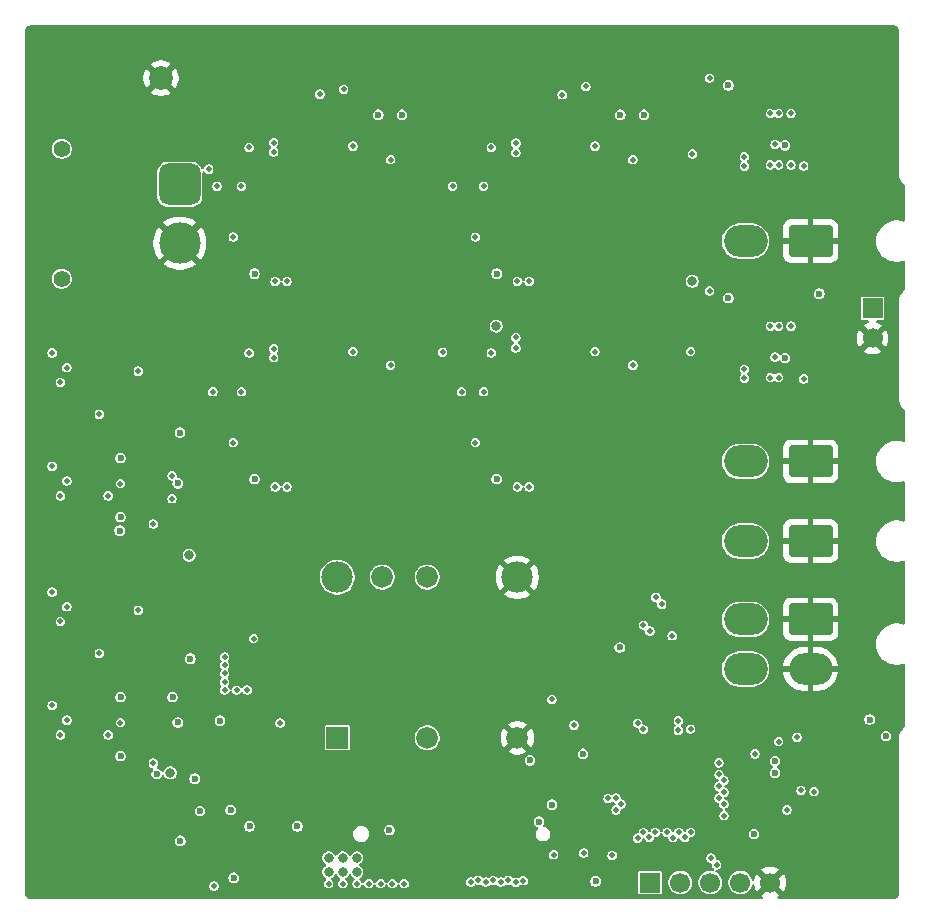
<source format=gbr>
%TF.GenerationSoftware,KiCad,Pcbnew,9.0.6*%
%TF.CreationDate,2026-01-12T10:20:26-08:00*%
%TF.ProjectId,vrb,7672622e-6b69-4636-9164-5f7063625858,rev?*%
%TF.SameCoordinates,Original*%
%TF.FileFunction,Copper,L5,Inr*%
%TF.FilePolarity,Positive*%
%FSLAX46Y46*%
G04 Gerber Fmt 4.6, Leading zero omitted, Abs format (unit mm)*
G04 Created by KiCad (PCBNEW 9.0.6) date 2026-01-12 10:20:26*
%MOMM*%
%LPD*%
G01*
G04 APERTURE LIST*
G04 Aperture macros list*
%AMRoundRect*
0 Rectangle with rounded corners*
0 $1 Rounding radius*
0 $2 $3 $4 $5 $6 $7 $8 $9 X,Y pos of 4 corners*
0 Add a 4 corners polygon primitive as box body*
4,1,4,$2,$3,$4,$5,$6,$7,$8,$9,$2,$3,0*
0 Add four circle primitives for the rounded corners*
1,1,$1+$1,$2,$3*
1,1,$1+$1,$4,$5*
1,1,$1+$1,$6,$7*
1,1,$1+$1,$8,$9*
0 Add four rect primitives between the rounded corners*
20,1,$1+$1,$2,$3,$4,$5,0*
20,1,$1+$1,$4,$5,$6,$7,0*
20,1,$1+$1,$6,$7,$8,$9,0*
20,1,$1+$1,$8,$9,$2,$3,0*%
G04 Aperture macros list end*
%TA.AperFunction,ComponentPad*%
%ADD10C,2.000000*%
%TD*%
%TA.AperFunction,ComponentPad*%
%ADD11C,0.800000*%
%TD*%
%TA.AperFunction,ComponentPad*%
%ADD12C,6.400000*%
%TD*%
%TA.AperFunction,ComponentPad*%
%ADD13RoundRect,0.250001X-1.599999X1.099999X-1.599999X-1.099999X1.599999X-1.099999X1.599999X1.099999X0*%
%TD*%
%TA.AperFunction,ComponentPad*%
%ADD14O,3.700000X2.700000*%
%TD*%
%TA.AperFunction,ComponentPad*%
%ADD15R,1.700000X1.700000*%
%TD*%
%TA.AperFunction,ComponentPad*%
%ADD16C,1.700000*%
%TD*%
%TA.AperFunction,ComponentPad*%
%ADD17R,1.830000X1.830000*%
%TD*%
%TA.AperFunction,ComponentPad*%
%ADD18C,1.830000*%
%TD*%
%TA.AperFunction,ComponentPad*%
%ADD19C,2.655000*%
%TD*%
%TA.AperFunction,ComponentPad*%
%ADD20C,1.400000*%
%TD*%
%TA.AperFunction,ComponentPad*%
%ADD21RoundRect,0.770000X0.980000X-0.980000X0.980000X0.980000X-0.980000X0.980000X-0.980000X-0.980000X0*%
%TD*%
%TA.AperFunction,ComponentPad*%
%ADD22C,3.500000*%
%TD*%
%TA.AperFunction,ViaPad*%
%ADD23C,0.600000*%
%TD*%
%TA.AperFunction,ViaPad*%
%ADD24C,0.500000*%
%TD*%
%TA.AperFunction,ViaPad*%
%ADD25C,0.800000*%
%TD*%
G04 APERTURE END LIST*
D10*
%TO.N,GND*%
%TO.C,TP12*%
X85000000Y-65000000D03*
%TD*%
D11*
%TO.N,GND*%
%TO.C,H3*%
X140600000Y-130000000D03*
X141302944Y-128302944D03*
X141302944Y-131697056D03*
X143000000Y-127600000D03*
D12*
X143000000Y-130000000D03*
D11*
X143000000Y-132400000D03*
X144697056Y-128302944D03*
X144697056Y-131697056D03*
X145400000Y-130000000D03*
%TD*%
D13*
%TO.N,GND*%
%TO.C,J4*%
X140000000Y-78800000D03*
D14*
%TO.N,/RC Radio/VOUT*%
X134500000Y-78800000D03*
%TD*%
D13*
%TO.N,GND*%
%TO.C,J10*%
X140000000Y-110819758D03*
D14*
X140000000Y-115019758D03*
%TO.N,/CM_VOUT*%
X134500000Y-110819758D03*
X134500000Y-115019758D03*
%TD*%
D13*
%TO.N,GND*%
%TO.C,J13*%
X140000000Y-104200000D03*
D14*
%TO.N,/RADAR_VOUT*%
X134500000Y-104200000D03*
%TD*%
D11*
%TO.N,GND*%
%TO.C,H1*%
X75600000Y-65000000D03*
X76302944Y-63302944D03*
X76302944Y-66697056D03*
X78000000Y-62600000D03*
D12*
X78000000Y-65000000D03*
D11*
X78000000Y-67400000D03*
X79697056Y-63302944D03*
X79697056Y-66697056D03*
X80400000Y-65000000D03*
%TD*%
D13*
%TO.N,GND*%
%TO.C,J3*%
X140000000Y-97450000D03*
D14*
%TO.N,/Telemetry Radio/VOUT*%
X134500000Y-97450000D03*
%TD*%
D15*
%TO.N,+3V3*%
%TO.C,J8*%
X126420000Y-133100000D03*
D16*
%TO.N,/USART1_TX_DEBUG*%
X128960000Y-133100000D03*
%TO.N,/SWDIO*%
X131500000Y-133100000D03*
%TO.N,/SWCLK*%
X134040000Y-133100000D03*
%TO.N,GND*%
X136580000Y-133100000D03*
%TD*%
D11*
%TO.N,GND*%
%TO.C,H2*%
X140600000Y-65000000D03*
X141302944Y-63302944D03*
X141302944Y-66697056D03*
X143000000Y-62600000D03*
D12*
X143000000Y-65000000D03*
D11*
X143000000Y-67400000D03*
X144697056Y-63302944D03*
X144697056Y-66697056D03*
X145400000Y-65000000D03*
%TD*%
D15*
%TO.N,/BUTTON*%
%TO.C,J14*%
X145250000Y-84500000D03*
D16*
%TO.N,GND*%
X145250000Y-87040000D03*
%TD*%
D17*
%TO.N,+BATT*%
%TO.C,U12*%
X99931474Y-120850000D03*
D18*
%TO.N,/CM_EN*%
X107551474Y-120850000D03*
%TO.N,GND*%
X115171474Y-120850000D03*
D19*
X115171474Y-107250000D03*
D18*
%TO.N,Net-(U12-TRIM)*%
X107551474Y-107250000D03*
%TO.N,/Compute Module Domain/ISENSE+*%
X103741474Y-107250000D03*
D19*
X99931474Y-107250000D03*
%TD*%
D20*
%TO.N,*%
%TO.C,J11*%
X76600000Y-81976750D03*
X76600000Y-70976750D03*
D21*
%TO.N,+BATT*%
X86600000Y-73976750D03*
D22*
%TO.N,GND*%
X86600000Y-78976750D03*
%TD*%
D11*
%TO.N,GND*%
%TO.C,H4*%
X75600000Y-130000000D03*
X76302944Y-128302944D03*
X76302944Y-131697056D03*
X78000000Y-127600000D03*
D12*
X78000000Y-130000000D03*
D11*
X78000000Y-132400000D03*
X79697056Y-128302944D03*
X79697056Y-131697056D03*
X80400000Y-130000000D03*
%TD*%
D23*
%TO.N,GND*%
X91125000Y-98950000D03*
X98000000Y-132200000D03*
X135800000Y-83450000D03*
D24*
X97375000Y-82200000D03*
D25*
X94400000Y-66000000D03*
D23*
X79380000Y-92006000D03*
D24*
X117875000Y-82200000D03*
D23*
X104225000Y-90100000D03*
X76686842Y-123686000D03*
X120755000Y-88150000D03*
D25*
X108400000Y-122600000D03*
X107000000Y-122600000D03*
D23*
X76686842Y-106650000D03*
D24*
X118975000Y-99600000D03*
D25*
X101600000Y-126200000D03*
D23*
X93400000Y-121850000D03*
X93100000Y-110750000D03*
X134400000Y-83850000D03*
X127850000Y-119300000D03*
X92770000Y-74150000D03*
X91125000Y-81550000D03*
D25*
X101600000Y-127200000D03*
D24*
X79986842Y-118236000D03*
D25*
X102800000Y-122600000D03*
D23*
X79380000Y-121850000D03*
X134400000Y-65837500D03*
D24*
X117875000Y-99600000D03*
D23*
X128450000Y-114500000D03*
X138825000Y-89670000D03*
X83780000Y-98106000D03*
X81180000Y-90556000D03*
X125050000Y-113200000D03*
X85950000Y-127850000D03*
X132450000Y-92625000D03*
D25*
X100400000Y-127200000D03*
D24*
X98475000Y-82200000D03*
D25*
X104200000Y-122600000D03*
D23*
X127550000Y-76300000D03*
D24*
X79337176Y-119900000D03*
D23*
X113270000Y-74150000D03*
X119500000Y-126650000D03*
D25*
X111200000Y-122600000D03*
D23*
X91125000Y-91900000D03*
X74986842Y-92942000D03*
X92770000Y-91550000D03*
X102750000Y-131500000D03*
X113270000Y-91550000D03*
X128777834Y-117075000D03*
X121400000Y-76300000D03*
X103400000Y-128650000D03*
D25*
X116100000Y-65400000D03*
D23*
X144200000Y-123300000D03*
X111625000Y-74500000D03*
X85980000Y-122400000D03*
X118162500Y-132950000D03*
D25*
X114000000Y-122600000D03*
D23*
X124725000Y-72700000D03*
X81180000Y-110800000D03*
X95076474Y-118650000D03*
D25*
X99200000Y-127200000D03*
D23*
X134600000Y-74612500D03*
X111625000Y-98950000D03*
X129250000Y-114600000D03*
X128000000Y-112900000D03*
D25*
X96600000Y-66000000D03*
D23*
X81280000Y-114100000D03*
X110900000Y-89875000D03*
X85980000Y-102156000D03*
X138825000Y-87645000D03*
X123300000Y-116000000D03*
X74986842Y-113186000D03*
X92500000Y-129900000D03*
X127550000Y-93700000D03*
X120000000Y-132100000D03*
X87500000Y-131950000D03*
X100800000Y-76300000D03*
X81280000Y-93856000D03*
X96400000Y-129300000D03*
D25*
X109800000Y-122600000D03*
D23*
X121400000Y-93700000D03*
X104225000Y-72700000D03*
X137549277Y-74197464D03*
D24*
X92125000Y-63650000D03*
X79986842Y-97992000D03*
D23*
X120755000Y-70750000D03*
X137549277Y-92209964D03*
X90000000Y-121800000D03*
D25*
X89400000Y-63100000D03*
D24*
X97375000Y-99600000D03*
D23*
X91125000Y-74500000D03*
X130100000Y-117100000D03*
X83180000Y-116750000D03*
X135800000Y-65437500D03*
D24*
X118975000Y-82200000D03*
D23*
X107000000Y-76300000D03*
X94500000Y-112350000D03*
D25*
X117200000Y-66000000D03*
D23*
X76686842Y-86406000D03*
X93100000Y-107100000D03*
D24*
X98475000Y-99600000D03*
D23*
X79380000Y-112250000D03*
X111625000Y-91900000D03*
X136550000Y-92625000D03*
X90400000Y-72100000D03*
X83780000Y-118350000D03*
X120082174Y-116198290D03*
X90775000Y-131800000D03*
X105900000Y-129100000D03*
X124725000Y-90100000D03*
X97750000Y-127050000D03*
D25*
X112600000Y-122600000D03*
D23*
X83780000Y-101156000D03*
D25*
X99200000Y-126200000D03*
D23*
X76686842Y-103442000D03*
X136550000Y-74612500D03*
X84380000Y-116750000D03*
X138825000Y-69632500D03*
D25*
X95500000Y-65400000D03*
D23*
X90377298Y-89677298D03*
X89785000Y-126900000D03*
D25*
X105600000Y-122600000D03*
D24*
X79337176Y-99656000D03*
D23*
X107050000Y-93700000D03*
X74986842Y-96842000D03*
X132450000Y-74612500D03*
D25*
X115000000Y-66000000D03*
X109700000Y-62700000D03*
D23*
X111625000Y-81550000D03*
X74986842Y-117086000D03*
X100255000Y-88150000D03*
X84160000Y-108598254D03*
X100900000Y-93700000D03*
X100255000Y-70750000D03*
X79380000Y-101606000D03*
X131650000Y-71737500D03*
X140350000Y-119500000D03*
X126650000Y-116700000D03*
X127301000Y-107200000D03*
X110900000Y-72100000D03*
X84160000Y-88354254D03*
D25*
X100400000Y-126200000D03*
D23*
X138825000Y-71657500D03*
X120100000Y-110600000D03*
D24*
X127325000Y-63650000D03*
X106825000Y-63650000D03*
X112625000Y-63650000D03*
D23*
X134600000Y-92625000D03*
X83180000Y-96506000D03*
X131650000Y-89750000D03*
X83780000Y-121400000D03*
X84380000Y-96506000D03*
%TO.N,VBUS1*%
X87500000Y-114150000D03*
D25*
X87400000Y-105400000D03*
D23*
X90900000Y-126950000D03*
D25*
X85800000Y-123825000D03*
D23*
X88300000Y-127050000D03*
X91150000Y-132700000D03*
D24*
%TO.N,+3V3*%
X112970000Y-88262500D03*
D23*
X117000000Y-127950000D03*
X140750000Y-83250000D03*
D24*
X128800000Y-120200000D03*
D23*
X113425000Y-98950000D03*
D24*
X92470000Y-70862500D03*
D25*
X113400000Y-86000000D03*
D23*
X137000000Y-122800000D03*
X92500000Y-128350000D03*
X81580000Y-102156000D03*
X86600000Y-95000000D03*
X133050000Y-65607500D03*
D24*
X128800000Y-119400000D03*
D23*
X113425000Y-81550000D03*
X120750000Y-122200000D03*
X137000000Y-123800000D03*
D25*
X130000000Y-82200000D03*
D23*
X81580000Y-97156000D03*
X116250000Y-122750000D03*
X92925000Y-81550000D03*
D24*
X112970000Y-70862500D03*
D23*
X104350000Y-128650000D03*
X123850000Y-113200000D03*
X133050000Y-83620000D03*
X92925000Y-98950000D03*
X96550000Y-128350000D03*
D24*
X92470000Y-88262500D03*
D23*
X90000000Y-119400000D03*
X81580000Y-117400000D03*
X81580000Y-122400000D03*
%TO.N,+5V*%
X86430000Y-119550000D03*
X85980000Y-117400000D03*
X81500000Y-103300000D03*
X84650000Y-123900000D03*
X86430000Y-99306000D03*
D24*
%TO.N,+BATT*%
X101600000Y-133200000D03*
X95675000Y-99600000D03*
X94675000Y-82200000D03*
X116175000Y-82200000D03*
X105600000Y-133200000D03*
D23*
X145000000Y-119300000D03*
D25*
X100400000Y-131000000D03*
D24*
X115175000Y-82200000D03*
D25*
X99200000Y-132200000D03*
D24*
X102600000Y-133200000D03*
X116175000Y-99600000D03*
X94675000Y-99600000D03*
X115175000Y-99600000D03*
X95675000Y-82200000D03*
D25*
X101600000Y-132200000D03*
D24*
X140300000Y-125400000D03*
X99200000Y-133200000D03*
D25*
X101600000Y-131000000D03*
D24*
X103600000Y-133200000D03*
X104600000Y-133200000D03*
D23*
X118100000Y-126500000D03*
D25*
X100400000Y-132200000D03*
D24*
X100400000Y-133200000D03*
D25*
X99200000Y-131000000D03*
D24*
%TO.N,/FMU1_VOUT*%
X94550000Y-70450000D03*
D23*
X105400000Y-68100000D03*
D24*
X94550000Y-71250000D03*
D23*
X103400000Y-68100000D03*
%TO.N,/FMU2_VOUT*%
X123900000Y-68100000D03*
D24*
X136600000Y-67987500D03*
X138350000Y-67987500D03*
D23*
X125900000Y-68100000D03*
D24*
X137300000Y-67987500D03*
X115050000Y-71300000D03*
D23*
X137850000Y-70687500D03*
D24*
X115050000Y-70500000D03*
%TO.N,/RADIO_VOUT*%
X115050000Y-87850000D03*
X137300000Y-86000000D03*
X136600000Y-86000000D03*
X115050000Y-86950000D03*
X136600000Y-72337500D03*
X138350000Y-86000000D03*
X138350000Y-72337500D03*
D23*
X137850000Y-88700000D03*
D24*
X137300000Y-72337500D03*
%TO.N,/RADAR_VOUT*%
X94550000Y-88650000D03*
X136600000Y-90350000D03*
X137300000Y-90350000D03*
X94550000Y-87900000D03*
%TO.N,/CM_VOUT*%
X90400000Y-115400000D03*
X90400000Y-114700000D03*
X90400000Y-116800000D03*
X91400000Y-116800000D03*
X90400000Y-114000000D03*
X92300000Y-116800000D03*
X90400000Y-116100000D03*
%TO.N,/CAN2_STATUS*%
X79780000Y-113700000D03*
X132250000Y-123950000D03*
%TO.N,/FMU1_STATUS*%
X128850000Y-128850000D03*
X104450000Y-71900000D03*
%TO.N,/FMU2_STATUS*%
X124950000Y-71900000D03*
X129850000Y-128850000D03*
%TO.N,/RADIO_STATUS*%
X129850000Y-120100000D03*
X124950000Y-89300000D03*
%TO.N,/RADAR_STATUS*%
X128282974Y-112205428D03*
X104450000Y-89300000D03*
%TO.N,/CAN1_STATUS*%
X79780000Y-93456000D03*
X125850000Y-128850000D03*
%TO.N,/CM_STATUS*%
X122850000Y-125975000D03*
X118100000Y-117600000D03*
%TO.N,/CANFD 2 (Redundant)/FDCAN_P*%
X77030000Y-109750000D03*
X77030000Y-119350000D03*
%TO.N,/CANFD 2 (Redundant)/FDCAN_N*%
X76480000Y-111000000D03*
X76480000Y-120600000D03*
X80536842Y-120600000D03*
X81572842Y-119562500D03*
D23*
%TO.N,VBUS2*%
X86650000Y-129570000D03*
X87850000Y-124300000D03*
D24*
%TO.N,/CANFD 1 (Primary)/FDCAN_P*%
X77030000Y-99106000D03*
X77030000Y-89506000D03*
%TO.N,/CANFD 1 (Primary)/FDCAN_N*%
X81572842Y-99318500D03*
X80536842Y-100356000D03*
X76480000Y-100356000D03*
X76480000Y-90756000D03*
%TO.N,/CAN2_SILENT*%
X132678030Y-127439176D03*
X84350000Y-122994000D03*
%TO.N,/CAN2_TERM*%
X132250000Y-122950000D03*
X83080000Y-110050000D03*
%TO.N,/FMU1_VSENSE*%
X89050000Y-72700000D03*
X101250000Y-70750000D03*
%TO.N,/FMU1_EN*%
X128350000Y-129300000D03*
X91125000Y-78450000D03*
%TO.N,/FMU2_VSENSE*%
X125850001Y-120134666D03*
X130000000Y-71400000D03*
X121750000Y-70750000D03*
X126400000Y-111800000D03*
%TO.N,/FMU2_EN*%
X111625000Y-78450000D03*
X129350001Y-129265334D03*
%TO.N,/RADIO_VSENSE*%
X125850000Y-111300000D03*
X121750000Y-88150000D03*
X125350000Y-119600000D03*
X129850000Y-88150000D03*
%TO.N,/RADIO_EN*%
X127850000Y-128850000D03*
X111625000Y-95850000D03*
%TO.N,/RADAR_VSENSE*%
X108850000Y-88200000D03*
X101250000Y-88150000D03*
%TO.N,/RADAR_EN*%
X91125000Y-95850000D03*
X126850000Y-128850000D03*
%TO.N,/CAN1_SILENT*%
X84350000Y-102750000D03*
X125350000Y-129350000D03*
%TO.N,/CM_VSENSE*%
X92850000Y-112450000D03*
X123534665Y-126950001D03*
%TO.N,/CAN1_TERM*%
X83080000Y-89806000D03*
X126350001Y-129265335D03*
%TO.N,/CM_EN*%
X119976474Y-119775000D03*
X123534666Y-125949999D03*
%TO.N,/CANFD 2 (Redundant)/VIN*%
X75786842Y-118100000D03*
X75786842Y-108500000D03*
%TO.N,/IESC1*%
X111244405Y-133057649D03*
%TO.N,/FMU1_ISENSE*%
X91820000Y-74150000D03*
X89750000Y-74150000D03*
%TO.N,/FMU2_ISENSE*%
X112320000Y-74150000D03*
X109700000Y-74150000D03*
%TO.N,/RADIO_ISENSE*%
X110450000Y-91550000D03*
X112320000Y-91550000D03*
%TO.N,/RADAR_ISENSE*%
X89400000Y-91550000D03*
X91820000Y-91550000D03*
%TO.N,/FDCAN1_RX*%
X85930000Y-98656000D03*
X127401000Y-109531310D03*
%TO.N,/FDCAN1_TX*%
X85930000Y-100606000D03*
X126900000Y-108950000D03*
%TO.N,/CM_ISENSE*%
X123950000Y-126450000D03*
X95100000Y-119600000D03*
%TO.N,/RC Radio/VOUT*%
X134396250Y-72446250D03*
X134400000Y-71650000D03*
%TO.N,/Telemetry Radio/VOUT*%
X134400000Y-90400000D03*
X134400000Y-89650000D03*
%TO.N,/I2C3_SCL_SMBUS*%
X132250000Y-124950000D03*
X123200000Y-130800000D03*
X120975000Y-65700000D03*
X100475000Y-65950000D03*
%TO.N,/I2C3_SDA_SMBUS*%
X132665335Y-124449999D03*
X131575001Y-131021015D03*
X98450000Y-66350000D03*
X135300000Y-122200000D03*
X118975000Y-66400000D03*
%TO.N,/TELEM_STATUS*%
X132250000Y-125950000D03*
X131450000Y-83000000D03*
%TO.N,/Telemetry Radio/OV2*%
X136997118Y-88613234D03*
X139425000Y-90450000D03*
%TO.N,/RC_STATUS*%
X132665334Y-125450001D03*
X131450000Y-64987500D03*
%TO.N,/RC Radio/OV2*%
X136997118Y-70600734D03*
X139425000Y-72437500D03*
%TO.N,/USART1_TX_DEBUG*%
X132050000Y-131600000D03*
X137300000Y-121175000D03*
%TO.N,/CANFD 1 (Primary)/VIN*%
X75786842Y-88256000D03*
X75786842Y-97856000D03*
%TO.N,/IPAYLOAD2*%
X114414737Y-132909692D03*
%TO.N,/IESC3*%
X112509435Y-133053295D03*
%TO.N,/IPAYLOAD3*%
X115044730Y-133069728D03*
%TO.N,/IESC4*%
X113145343Y-132918671D03*
%TO.N,/IPAYLOAD1*%
X113781031Y-133054330D03*
D23*
%TO.N,/VBAT_SCALED*%
X146400000Y-120700000D03*
D24*
X115683610Y-132950000D03*
D23*
X121800000Y-133000000D03*
X135200000Y-129000000D03*
D24*
%TO.N,/IESC2*%
X111875000Y-132900000D03*
%TO.N,/REG_STATUS*%
X132665335Y-126449999D03*
X89500000Y-133400000D03*
%TO.N,/BUTTON*%
X138000000Y-126950000D03*
%TO.N,Net-(D20-A)*%
X118250000Y-130750000D03*
X139200000Y-125300000D03*
%TO.N,Net-(D22-K)*%
X120800000Y-130600000D03*
X138850000Y-120800000D03*
%TD*%
%TA.AperFunction,Conductor*%
%TO.N,GND*%
G36*
X147006922Y-60501280D02*
G01*
X147097266Y-60511459D01*
X147124331Y-60517636D01*
X147203540Y-60545352D01*
X147228553Y-60557398D01*
X147299606Y-60602043D01*
X147321313Y-60619355D01*
X147380644Y-60678686D01*
X147397957Y-60700395D01*
X147442600Y-60771444D01*
X147454648Y-60796462D01*
X147482362Y-60875666D01*
X147488540Y-60902735D01*
X147498720Y-60993076D01*
X147499500Y-61006961D01*
X147499500Y-73107317D01*
X147530044Y-73319764D01*
X147530047Y-73319774D01*
X147590517Y-73525715D01*
X147679672Y-73720938D01*
X147679679Y-73720951D01*
X147734860Y-73806814D01*
X147795719Y-73901513D01*
X147936276Y-74063724D01*
X147957202Y-74081857D01*
X147994977Y-74140634D01*
X148000000Y-74175570D01*
X148000000Y-77013713D01*
X147980315Y-77080752D01*
X147927511Y-77126507D01*
X147858353Y-77136451D01*
X147843907Y-77133488D01*
X147746270Y-77107327D01*
X147642238Y-77079452D01*
X147604215Y-77074446D01*
X147414741Y-77049500D01*
X147414734Y-77049500D01*
X147185266Y-77049500D01*
X147185258Y-77049500D01*
X146968715Y-77078009D01*
X146957762Y-77079452D01*
X146873894Y-77101924D01*
X146736112Y-77138842D01*
X146524123Y-77226650D01*
X146524109Y-77226657D01*
X146325382Y-77341392D01*
X146143338Y-77481081D01*
X145981081Y-77643338D01*
X145841392Y-77825382D01*
X145726657Y-78024109D01*
X145726650Y-78024123D01*
X145638842Y-78236112D01*
X145622953Y-78295413D01*
X145581899Y-78448632D01*
X145579453Y-78457759D01*
X145579451Y-78457770D01*
X145549500Y-78685258D01*
X145549500Y-78914741D01*
X145567308Y-79050000D01*
X145579452Y-79142238D01*
X145629844Y-79330304D01*
X145638842Y-79363887D01*
X145726650Y-79575876D01*
X145726657Y-79575890D01*
X145841392Y-79774617D01*
X145981081Y-79956661D01*
X145981089Y-79956670D01*
X146143330Y-80118911D01*
X146143338Y-80118918D01*
X146325382Y-80258607D01*
X146325385Y-80258608D01*
X146325388Y-80258611D01*
X146524112Y-80373344D01*
X146524117Y-80373346D01*
X146524123Y-80373349D01*
X146615480Y-80411190D01*
X146736113Y-80461158D01*
X146957762Y-80520548D01*
X147185266Y-80550500D01*
X147185273Y-80550500D01*
X147414727Y-80550500D01*
X147414734Y-80550500D01*
X147642238Y-80520548D01*
X147843908Y-80466511D01*
X147913757Y-80468174D01*
X147971619Y-80507337D01*
X147999123Y-80571565D01*
X148000000Y-80586286D01*
X148000000Y-82824430D01*
X147980315Y-82891469D01*
X147957204Y-82918142D01*
X147936273Y-82936279D01*
X147795720Y-83098485D01*
X147679679Y-83279048D01*
X147679672Y-83279061D01*
X147590517Y-83474284D01*
X147530047Y-83680225D01*
X147530044Y-83680235D01*
X147499500Y-83892682D01*
X147499500Y-92107317D01*
X147530044Y-92319764D01*
X147530047Y-92319774D01*
X147590517Y-92525715D01*
X147679672Y-92720938D01*
X147679679Y-92720951D01*
X147734860Y-92806814D01*
X147795719Y-92901513D01*
X147936276Y-93063724D01*
X147957202Y-93081857D01*
X147994977Y-93140634D01*
X148000000Y-93175570D01*
X148000000Y-95663713D01*
X147980315Y-95730752D01*
X147927511Y-95776507D01*
X147858353Y-95786451D01*
X147843907Y-95783488D01*
X147746270Y-95757327D01*
X147642238Y-95729452D01*
X147604215Y-95724446D01*
X147414741Y-95699500D01*
X147414734Y-95699500D01*
X147185266Y-95699500D01*
X147185258Y-95699500D01*
X146968715Y-95728009D01*
X146957762Y-95729452D01*
X146864076Y-95754554D01*
X146736112Y-95788842D01*
X146524123Y-95876650D01*
X146524109Y-95876657D01*
X146325382Y-95991392D01*
X146143338Y-96131081D01*
X145981081Y-96293338D01*
X145841392Y-96475382D01*
X145726657Y-96674109D01*
X145726650Y-96674123D01*
X145641629Y-96879384D01*
X145638842Y-96886113D01*
X145581899Y-97098632D01*
X145579453Y-97107759D01*
X145579451Y-97107770D01*
X145549500Y-97335258D01*
X145549500Y-97564741D01*
X145567308Y-97700000D01*
X145579452Y-97792238D01*
X145601979Y-97876310D01*
X145638842Y-98013887D01*
X145726650Y-98225876D01*
X145726657Y-98225890D01*
X145841392Y-98424617D01*
X145981081Y-98606661D01*
X145981089Y-98606670D01*
X146143330Y-98768911D01*
X146143338Y-98768918D01*
X146325382Y-98908607D01*
X146325385Y-98908608D01*
X146325388Y-98908611D01*
X146524112Y-99023344D01*
X146524117Y-99023346D01*
X146524123Y-99023349D01*
X146604157Y-99056500D01*
X146736113Y-99111158D01*
X146957762Y-99170548D01*
X147185266Y-99200500D01*
X147185273Y-99200500D01*
X147414727Y-99200500D01*
X147414734Y-99200500D01*
X147642238Y-99170548D01*
X147843908Y-99116511D01*
X147913757Y-99118174D01*
X147971619Y-99157337D01*
X147999123Y-99221565D01*
X148000000Y-99236286D01*
X148000000Y-102413713D01*
X147980315Y-102480752D01*
X147927511Y-102526507D01*
X147858353Y-102536451D01*
X147843907Y-102533488D01*
X147734178Y-102504087D01*
X147642238Y-102479452D01*
X147604215Y-102474446D01*
X147414741Y-102449500D01*
X147414734Y-102449500D01*
X147185266Y-102449500D01*
X147185258Y-102449500D01*
X146968715Y-102478009D01*
X146957762Y-102479452D01*
X146865829Y-102504085D01*
X146736112Y-102538842D01*
X146524123Y-102626650D01*
X146524109Y-102626657D01*
X146325382Y-102741392D01*
X146143338Y-102881081D01*
X145981081Y-103043338D01*
X145841392Y-103225382D01*
X145726657Y-103424109D01*
X145726650Y-103424123D01*
X145638842Y-103636112D01*
X145616419Y-103719797D01*
X145581899Y-103848632D01*
X145579453Y-103857759D01*
X145579451Y-103857770D01*
X145549500Y-104085258D01*
X145549500Y-104314741D01*
X145567308Y-104450000D01*
X145579452Y-104542238D01*
X145601979Y-104626310D01*
X145638842Y-104763887D01*
X145726650Y-104975876D01*
X145726657Y-104975890D01*
X145841392Y-105174617D01*
X145981081Y-105356661D01*
X145981089Y-105356670D01*
X146143330Y-105518911D01*
X146143338Y-105518918D01*
X146325382Y-105658607D01*
X146325385Y-105658608D01*
X146325388Y-105658611D01*
X146524112Y-105773344D01*
X146524117Y-105773346D01*
X146524123Y-105773349D01*
X146571826Y-105793108D01*
X146736113Y-105861158D01*
X146957762Y-105920548D01*
X147185266Y-105950500D01*
X147185273Y-105950500D01*
X147414727Y-105950500D01*
X147414734Y-105950500D01*
X147642238Y-105920548D01*
X147843908Y-105866511D01*
X147913757Y-105868174D01*
X147971619Y-105907337D01*
X147999123Y-105971565D01*
X148000000Y-105986286D01*
X148000000Y-111133471D01*
X147980315Y-111200510D01*
X147927511Y-111246265D01*
X147858353Y-111256209D01*
X147843907Y-111253246D01*
X147746270Y-111227085D01*
X147642238Y-111199210D01*
X147604215Y-111194204D01*
X147414741Y-111169258D01*
X147414734Y-111169258D01*
X147185266Y-111169258D01*
X147185258Y-111169258D01*
X146968715Y-111197767D01*
X146957762Y-111199210D01*
X146864076Y-111224312D01*
X146736112Y-111258600D01*
X146524123Y-111346408D01*
X146524109Y-111346415D01*
X146325382Y-111461150D01*
X146143338Y-111600839D01*
X145981081Y-111763096D01*
X145841392Y-111945140D01*
X145726657Y-112143867D01*
X145726650Y-112143881D01*
X145638842Y-112355870D01*
X145637731Y-112360017D01*
X145579452Y-112577520D01*
X145579305Y-112578634D01*
X145549500Y-112805016D01*
X145549500Y-113034499D01*
X145571476Y-113201411D01*
X145579452Y-113261996D01*
X145630922Y-113454085D01*
X145638842Y-113483645D01*
X145726650Y-113695634D01*
X145726656Y-113695646D01*
X145829274Y-113873387D01*
X145841392Y-113894375D01*
X145981081Y-114076419D01*
X145981089Y-114076428D01*
X146143330Y-114238669D01*
X146143338Y-114238676D01*
X146143339Y-114238677D01*
X146174150Y-114262319D01*
X146325382Y-114378365D01*
X146325385Y-114378366D01*
X146325388Y-114378369D01*
X146524112Y-114493102D01*
X146524117Y-114493104D01*
X146524123Y-114493107D01*
X146615480Y-114530948D01*
X146736113Y-114580916D01*
X146957762Y-114640306D01*
X147185266Y-114670258D01*
X147185273Y-114670258D01*
X147414727Y-114670258D01*
X147414734Y-114670258D01*
X147642238Y-114640306D01*
X147843908Y-114586269D01*
X147913757Y-114587932D01*
X147971619Y-114627095D01*
X147999123Y-114691323D01*
X148000000Y-114706044D01*
X148000000Y-119824430D01*
X147980315Y-119891469D01*
X147957204Y-119918140D01*
X147943994Y-119929589D01*
X147936273Y-119936279D01*
X147795720Y-120098485D01*
X147679679Y-120279048D01*
X147679672Y-120279061D01*
X147590517Y-120474284D01*
X147530047Y-120680225D01*
X147530044Y-120680235D01*
X147499500Y-120892682D01*
X147499500Y-133993038D01*
X147498720Y-134006922D01*
X147498720Y-134006923D01*
X147488540Y-134097264D01*
X147482362Y-134124333D01*
X147454648Y-134203537D01*
X147442600Y-134228555D01*
X147397957Y-134299604D01*
X147380644Y-134321313D01*
X147321313Y-134380644D01*
X147299604Y-134397957D01*
X147228555Y-134442600D01*
X147203537Y-134454648D01*
X147124333Y-134482362D01*
X147097264Y-134488540D01*
X147017075Y-134497576D01*
X147006921Y-134498720D01*
X146993038Y-134499500D01*
X137323453Y-134499500D01*
X137256414Y-134479815D01*
X137210659Y-134427011D01*
X137200715Y-134357853D01*
X137229740Y-134294297D01*
X137267159Y-134265015D01*
X137287552Y-134254624D01*
X137341716Y-134215270D01*
X137341717Y-134215270D01*
X136709408Y-133582962D01*
X136772993Y-133565925D01*
X136887007Y-133500099D01*
X136980099Y-133407007D01*
X137045925Y-133292993D01*
X137062962Y-133229408D01*
X137695270Y-133861717D01*
X137695270Y-133861716D01*
X137734622Y-133807554D01*
X137831095Y-133618217D01*
X137896757Y-133416130D01*
X137896757Y-133416127D01*
X137930000Y-133206246D01*
X137930000Y-132993753D01*
X137896757Y-132783872D01*
X137896757Y-132783869D01*
X137831095Y-132581782D01*
X137734624Y-132392449D01*
X137695270Y-132338282D01*
X137695269Y-132338282D01*
X137062962Y-132970590D01*
X137045925Y-132907007D01*
X136980099Y-132792993D01*
X136887007Y-132699901D01*
X136772993Y-132634075D01*
X136709409Y-132617037D01*
X137341716Y-131984728D01*
X137287550Y-131945375D01*
X137098217Y-131848904D01*
X136896129Y-131783242D01*
X136686246Y-131750000D01*
X136473754Y-131750000D01*
X136263872Y-131783242D01*
X136263869Y-131783242D01*
X136061782Y-131848904D01*
X135872439Y-131945380D01*
X135818282Y-131984727D01*
X135818282Y-131984728D01*
X136450591Y-132617037D01*
X136387007Y-132634075D01*
X136272993Y-132699901D01*
X136179901Y-132792993D01*
X136114075Y-132907007D01*
X136097037Y-132970591D01*
X135464728Y-132338282D01*
X135464727Y-132338282D01*
X135425380Y-132392439D01*
X135328904Y-132581782D01*
X135263242Y-132783869D01*
X135263242Y-132783870D01*
X135253942Y-132842589D01*
X135224012Y-132905723D01*
X135164700Y-132942654D01*
X135094838Y-132941656D01*
X135036605Y-132903046D01*
X135009852Y-132847381D01*
X135002052Y-132808172D01*
X135002052Y-132808170D01*
X135002051Y-132808165D01*
X134989835Y-132778672D01*
X134926635Y-132626092D01*
X134926628Y-132626079D01*
X134817139Y-132462218D01*
X134817136Y-132462214D01*
X134677785Y-132322863D01*
X134677781Y-132322860D01*
X134513920Y-132213371D01*
X134513907Y-132213364D01*
X134352596Y-132146548D01*
X134331839Y-132137950D01*
X134331829Y-132137947D01*
X134138543Y-132099500D01*
X134138541Y-132099500D01*
X133941459Y-132099500D01*
X133941457Y-132099500D01*
X133748170Y-132137947D01*
X133748160Y-132137950D01*
X133566092Y-132213364D01*
X133566079Y-132213371D01*
X133402218Y-132322860D01*
X133402214Y-132322863D01*
X133262863Y-132462214D01*
X133262860Y-132462218D01*
X133153371Y-132626079D01*
X133153364Y-132626092D01*
X133077950Y-132808160D01*
X133077947Y-132808170D01*
X133039500Y-133001456D01*
X133039500Y-133001459D01*
X133039500Y-133198541D01*
X133039500Y-133198543D01*
X133039499Y-133198543D01*
X133077947Y-133391829D01*
X133077950Y-133391839D01*
X133153364Y-133573907D01*
X133153371Y-133573920D01*
X133262860Y-133737781D01*
X133262863Y-133737785D01*
X133402214Y-133877136D01*
X133402218Y-133877139D01*
X133566079Y-133986628D01*
X133566092Y-133986635D01*
X133748160Y-134062049D01*
X133748165Y-134062051D01*
X133748169Y-134062051D01*
X133748170Y-134062052D01*
X133941456Y-134100500D01*
X133941459Y-134100500D01*
X134138543Y-134100500D01*
X134268582Y-134074632D01*
X134331835Y-134062051D01*
X134481641Y-134000000D01*
X134513907Y-133986635D01*
X134513907Y-133986634D01*
X134513914Y-133986632D01*
X134677782Y-133877139D01*
X134817139Y-133737782D01*
X134926632Y-133573914D01*
X135002051Y-133391835D01*
X135009852Y-133352615D01*
X135042236Y-133290707D01*
X135102952Y-133256133D01*
X135172721Y-133259872D01*
X135229394Y-133300738D01*
X135253942Y-133357411D01*
X135263242Y-133416127D01*
X135263242Y-133416130D01*
X135328904Y-133618217D01*
X135425375Y-133807550D01*
X135464728Y-133861716D01*
X136097037Y-133229408D01*
X136114075Y-133292993D01*
X136179901Y-133407007D01*
X136272993Y-133500099D01*
X136387007Y-133565925D01*
X136450590Y-133582962D01*
X135818282Y-134215269D01*
X135818282Y-134215270D01*
X135872452Y-134254626D01*
X135872451Y-134254626D01*
X135892841Y-134265015D01*
X135943638Y-134312989D01*
X135960433Y-134380810D01*
X135937896Y-134446945D01*
X135883181Y-134490397D01*
X135836547Y-134499500D01*
X74006962Y-134499500D01*
X73993078Y-134498720D01*
X73980553Y-134497308D01*
X73902735Y-134488540D01*
X73875666Y-134482362D01*
X73796462Y-134454648D01*
X73771444Y-134442600D01*
X73700395Y-134397957D01*
X73678686Y-134380644D01*
X73619355Y-134321313D01*
X73602042Y-134299604D01*
X73598707Y-134294297D01*
X73557398Y-134228553D01*
X73545351Y-134203537D01*
X73517637Y-134124333D01*
X73511459Y-134097263D01*
X73507491Y-134062049D01*
X73501280Y-134006922D01*
X73500500Y-133993038D01*
X73500500Y-133964822D01*
X125419499Y-133964822D01*
X125428231Y-134008717D01*
X125428232Y-134008721D01*
X125428233Y-134008722D01*
X125461496Y-134058504D01*
X125511278Y-134091767D01*
X125511281Y-134091767D01*
X125511282Y-134091768D01*
X125555177Y-134100500D01*
X125555180Y-134100500D01*
X127284822Y-134100500D01*
X127328717Y-134091768D01*
X127328717Y-134091767D01*
X127328722Y-134091767D01*
X127378504Y-134058504D01*
X127411767Y-134008722D01*
X127420500Y-133964820D01*
X127420500Y-133198543D01*
X127959499Y-133198543D01*
X127997947Y-133391829D01*
X127997950Y-133391839D01*
X128073364Y-133573907D01*
X128073371Y-133573920D01*
X128182860Y-133737781D01*
X128182863Y-133737785D01*
X128322214Y-133877136D01*
X128322218Y-133877139D01*
X128486079Y-133986628D01*
X128486092Y-133986635D01*
X128668160Y-134062049D01*
X128668165Y-134062051D01*
X128668169Y-134062051D01*
X128668170Y-134062052D01*
X128861456Y-134100500D01*
X128861459Y-134100500D01*
X129058543Y-134100500D01*
X129188582Y-134074632D01*
X129251835Y-134062051D01*
X129401641Y-134000000D01*
X129433907Y-133986635D01*
X129433907Y-133986634D01*
X129433914Y-133986632D01*
X129597782Y-133877139D01*
X129737139Y-133737782D01*
X129846632Y-133573914D01*
X129922051Y-133391835D01*
X129939610Y-133303562D01*
X129960500Y-133198543D01*
X130499499Y-133198543D01*
X130537947Y-133391829D01*
X130537950Y-133391839D01*
X130613364Y-133573907D01*
X130613371Y-133573920D01*
X130722860Y-133737781D01*
X130722863Y-133737785D01*
X130862214Y-133877136D01*
X130862218Y-133877139D01*
X131026079Y-133986628D01*
X131026092Y-133986635D01*
X131208160Y-134062049D01*
X131208165Y-134062051D01*
X131208169Y-134062051D01*
X131208170Y-134062052D01*
X131401456Y-134100500D01*
X131401459Y-134100500D01*
X131598543Y-134100500D01*
X131728582Y-134074632D01*
X131791835Y-134062051D01*
X131941641Y-134000000D01*
X131973907Y-133986635D01*
X131973907Y-133986634D01*
X131973914Y-133986632D01*
X132137782Y-133877139D01*
X132277139Y-133737782D01*
X132386632Y-133573914D01*
X132462051Y-133391835D01*
X132479610Y-133303562D01*
X132500500Y-133198543D01*
X132500500Y-133001456D01*
X132462052Y-132808170D01*
X132462051Y-132808169D01*
X132462051Y-132808165D01*
X132449835Y-132778672D01*
X132386635Y-132626092D01*
X132386628Y-132626079D01*
X132277139Y-132462218D01*
X132277136Y-132462214D01*
X132137785Y-132322863D01*
X132137781Y-132322860D01*
X131995218Y-132227602D01*
X131950413Y-132173990D01*
X131941706Y-132104665D01*
X131971861Y-132041637D01*
X132031304Y-132004918D01*
X132064109Y-132000500D01*
X132102725Y-132000500D01*
X132102727Y-132000500D01*
X132204587Y-131973207D01*
X132295913Y-131920480D01*
X132370480Y-131845913D01*
X132423207Y-131754587D01*
X132450500Y-131652727D01*
X132450500Y-131547273D01*
X132423207Y-131445413D01*
X132370480Y-131354087D01*
X132295913Y-131279520D01*
X132204587Y-131226793D01*
X132102727Y-131199500D01*
X132099501Y-131199500D01*
X132096880Y-131198730D01*
X132094667Y-131198439D01*
X132094712Y-131198093D01*
X132032462Y-131179815D01*
X131986707Y-131127011D01*
X131975501Y-131075500D01*
X131975501Y-130968290D01*
X131975501Y-130968288D01*
X131948208Y-130866428D01*
X131895481Y-130775102D01*
X131820914Y-130700535D01*
X131729588Y-130647808D01*
X131627728Y-130620515D01*
X131522274Y-130620515D01*
X131420414Y-130647808D01*
X131420411Y-130647809D01*
X131329086Y-130700536D01*
X131254522Y-130775100D01*
X131201795Y-130866425D01*
X131201794Y-130866428D01*
X131174501Y-130968288D01*
X131174501Y-131073742D01*
X131201794Y-131175602D01*
X131254521Y-131266928D01*
X131329088Y-131341495D01*
X131420414Y-131394222D01*
X131522274Y-131421515D01*
X131522276Y-131421515D01*
X131525500Y-131421515D01*
X131528120Y-131422284D01*
X131530334Y-131422576D01*
X131530288Y-131422921D01*
X131592539Y-131441200D01*
X131638294Y-131494004D01*
X131649500Y-131545515D01*
X131649500Y-131652726D01*
X131676793Y-131754586D01*
X131676794Y-131754589D01*
X131729521Y-131845914D01*
X131789549Y-131905942D01*
X131823034Y-131967265D01*
X131818050Y-132036957D01*
X131776178Y-132092890D01*
X131710714Y-132117307D01*
X131677677Y-132115240D01*
X131598545Y-132099500D01*
X131598541Y-132099500D01*
X131401459Y-132099500D01*
X131401457Y-132099500D01*
X131208170Y-132137947D01*
X131208160Y-132137950D01*
X131026092Y-132213364D01*
X131026079Y-132213371D01*
X130862218Y-132322860D01*
X130862214Y-132322863D01*
X130722863Y-132462214D01*
X130722860Y-132462218D01*
X130613371Y-132626079D01*
X130613364Y-132626092D01*
X130537950Y-132808160D01*
X130537947Y-132808170D01*
X130499500Y-133001456D01*
X130499500Y-133001459D01*
X130499500Y-133198541D01*
X130499500Y-133198543D01*
X130499499Y-133198543D01*
X129960500Y-133198543D01*
X129960500Y-133001456D01*
X129922052Y-132808170D01*
X129922051Y-132808169D01*
X129922051Y-132808165D01*
X129909835Y-132778672D01*
X129846635Y-132626092D01*
X129846628Y-132626079D01*
X129737139Y-132462218D01*
X129737136Y-132462214D01*
X129597785Y-132322863D01*
X129597781Y-132322860D01*
X129433920Y-132213371D01*
X129433907Y-132213364D01*
X129251839Y-132137950D01*
X129251829Y-132137947D01*
X129058543Y-132099500D01*
X129058541Y-132099500D01*
X128861459Y-132099500D01*
X128861457Y-132099500D01*
X128668170Y-132137947D01*
X128668160Y-132137950D01*
X128486092Y-132213364D01*
X128486079Y-132213371D01*
X128322218Y-132322860D01*
X128322214Y-132322863D01*
X128182863Y-132462214D01*
X128182860Y-132462218D01*
X128073371Y-132626079D01*
X128073364Y-132626092D01*
X127997950Y-132808160D01*
X127997947Y-132808170D01*
X127959500Y-133001456D01*
X127959500Y-133001459D01*
X127959500Y-133198541D01*
X127959500Y-133198543D01*
X127959499Y-133198543D01*
X127420500Y-133198543D01*
X127420500Y-132235180D01*
X127420500Y-132235177D01*
X127411768Y-132191282D01*
X127411767Y-132191281D01*
X127411767Y-132191278D01*
X127378504Y-132141496D01*
X127373197Y-132137950D01*
X127328724Y-132108234D01*
X127328717Y-132108231D01*
X127284822Y-132099500D01*
X127284820Y-132099500D01*
X125555180Y-132099500D01*
X125555178Y-132099500D01*
X125511282Y-132108231D01*
X125511275Y-132108234D01*
X125461496Y-132141495D01*
X125461495Y-132141496D01*
X125428234Y-132191275D01*
X125428231Y-132191282D01*
X125419500Y-132235177D01*
X125419500Y-132235180D01*
X125419500Y-133964820D01*
X125419500Y-133964822D01*
X125419499Y-133964822D01*
X73500500Y-133964822D01*
X73500500Y-133347273D01*
X89099500Y-133347273D01*
X89099500Y-133452727D01*
X89126793Y-133554587D01*
X89179520Y-133645913D01*
X89254087Y-133720480D01*
X89345413Y-133773207D01*
X89447273Y-133800500D01*
X89447275Y-133800500D01*
X89552725Y-133800500D01*
X89552727Y-133800500D01*
X89654587Y-133773207D01*
X89745913Y-133720480D01*
X89820480Y-133645913D01*
X89873207Y-133554587D01*
X89900500Y-133452727D01*
X89900500Y-133347273D01*
X89873207Y-133245413D01*
X89820480Y-133154087D01*
X89745913Y-133079520D01*
X89654587Y-133026793D01*
X89552727Y-132999500D01*
X89447273Y-132999500D01*
X89345413Y-133026793D01*
X89345410Y-133026794D01*
X89254085Y-133079521D01*
X89179521Y-133154085D01*
X89126794Y-133245410D01*
X89126793Y-133245413D01*
X89099500Y-133347273D01*
X73500500Y-133347273D01*
X73500500Y-132640691D01*
X90699500Y-132640691D01*
X90699500Y-132759309D01*
X90730201Y-132873886D01*
X90789511Y-132976613D01*
X90873387Y-133060489D01*
X90976114Y-133119799D01*
X91090691Y-133150500D01*
X91090694Y-133150500D01*
X91209306Y-133150500D01*
X91209309Y-133150500D01*
X91323886Y-133119799D01*
X91426613Y-133060489D01*
X91510489Y-132976613D01*
X91569799Y-132873886D01*
X91600500Y-132759309D01*
X91600500Y-132640691D01*
X91569799Y-132526114D01*
X91510489Y-132423387D01*
X91426613Y-132339511D01*
X91323886Y-132280201D01*
X91209309Y-132249500D01*
X91090691Y-132249500D01*
X90976114Y-132280201D01*
X90976112Y-132280201D01*
X90976112Y-132280202D01*
X90873387Y-132339511D01*
X90873384Y-132339513D01*
X90789513Y-132423384D01*
X90789511Y-132423387D01*
X90730201Y-132526114D01*
X90699500Y-132640691D01*
X73500500Y-132640691D01*
X73500500Y-130927525D01*
X98649500Y-130927525D01*
X98649500Y-131072475D01*
X98683805Y-131200500D01*
X98687017Y-131212488D01*
X98759488Y-131338011D01*
X98759490Y-131338013D01*
X98759491Y-131338015D01*
X98861985Y-131440509D01*
X98932000Y-131480932D01*
X98952231Y-131492613D01*
X99000446Y-131543181D01*
X99013668Y-131611788D01*
X98987700Y-131676653D01*
X98952231Y-131707387D01*
X98861985Y-131759491D01*
X98861982Y-131759493D01*
X98759493Y-131861982D01*
X98759488Y-131861988D01*
X98687017Y-131987511D01*
X98687016Y-131987515D01*
X98649500Y-132127525D01*
X98649500Y-132272475D01*
X98683551Y-132399553D01*
X98687017Y-132412488D01*
X98759488Y-132538011D01*
X98759490Y-132538013D01*
X98759491Y-132538015D01*
X98861985Y-132640509D01*
X98930541Y-132680090D01*
X98931953Y-132680905D01*
X98980168Y-132731473D01*
X98993390Y-132800080D01*
X98967422Y-132864944D01*
X98957634Y-132875973D01*
X98879520Y-132954087D01*
X98826794Y-133045410D01*
X98826793Y-133045413D01*
X98799500Y-133147273D01*
X98799500Y-133252727D01*
X98826793Y-133354585D01*
X98826793Y-133354586D01*
X98826794Y-133354589D01*
X98837870Y-133373773D01*
X98879520Y-133445913D01*
X98954087Y-133520480D01*
X99045413Y-133573207D01*
X99147273Y-133600500D01*
X99147275Y-133600500D01*
X99252725Y-133600500D01*
X99252727Y-133600500D01*
X99354587Y-133573207D01*
X99445913Y-133520480D01*
X99520480Y-133445913D01*
X99573207Y-133354587D01*
X99600500Y-133252727D01*
X99600500Y-133147273D01*
X99573207Y-133045413D01*
X99520480Y-132954087D01*
X99445913Y-132879520D01*
X99442366Y-132875973D01*
X99408881Y-132814650D01*
X99413865Y-132744958D01*
X99455737Y-132689025D01*
X99468047Y-132680905D01*
X99469459Y-132680090D01*
X99538015Y-132640509D01*
X99640509Y-132538015D01*
X99692613Y-132447769D01*
X99743180Y-132399553D01*
X99811787Y-132386331D01*
X99876652Y-132412299D01*
X99907387Y-132447769D01*
X99959491Y-132538015D01*
X100061985Y-132640509D01*
X100130541Y-132680090D01*
X100131953Y-132680905D01*
X100180168Y-132731473D01*
X100193390Y-132800080D01*
X100167422Y-132864944D01*
X100157634Y-132875973D01*
X100079520Y-132954087D01*
X100026794Y-133045410D01*
X100026793Y-133045413D01*
X99999500Y-133147273D01*
X99999500Y-133252727D01*
X100026793Y-133354585D01*
X100026793Y-133354586D01*
X100026794Y-133354589D01*
X100037870Y-133373773D01*
X100079520Y-133445913D01*
X100154087Y-133520480D01*
X100245413Y-133573207D01*
X100347273Y-133600500D01*
X100347275Y-133600500D01*
X100452725Y-133600500D01*
X100452727Y-133600500D01*
X100554587Y-133573207D01*
X100645913Y-133520480D01*
X100720480Y-133445913D01*
X100773207Y-133354587D01*
X100800500Y-133252727D01*
X100800500Y-133147273D01*
X100773207Y-133045413D01*
X100720480Y-132954087D01*
X100645913Y-132879520D01*
X100642366Y-132875973D01*
X100608881Y-132814650D01*
X100613865Y-132744958D01*
X100655737Y-132689025D01*
X100668047Y-132680905D01*
X100669459Y-132680090D01*
X100738015Y-132640509D01*
X100840509Y-132538015D01*
X100892613Y-132447769D01*
X100943180Y-132399553D01*
X101011787Y-132386331D01*
X101076652Y-132412299D01*
X101107387Y-132447769D01*
X101159491Y-132538015D01*
X101261985Y-132640509D01*
X101330541Y-132680090D01*
X101331953Y-132680905D01*
X101380168Y-132731473D01*
X101393390Y-132800080D01*
X101367422Y-132864944D01*
X101357634Y-132875973D01*
X101279520Y-132954087D01*
X101226794Y-133045410D01*
X101226793Y-133045413D01*
X101199500Y-133147273D01*
X101199500Y-133252727D01*
X101226793Y-133354585D01*
X101226793Y-133354586D01*
X101226794Y-133354589D01*
X101237870Y-133373773D01*
X101279520Y-133445913D01*
X101354087Y-133520480D01*
X101445413Y-133573207D01*
X101547273Y-133600500D01*
X101547275Y-133600500D01*
X101652725Y-133600500D01*
X101652727Y-133600500D01*
X101754587Y-133573207D01*
X101845913Y-133520480D01*
X101920480Y-133445913D01*
X101973207Y-133354587D01*
X101980225Y-133328393D01*
X102016589Y-133268733D01*
X102079436Y-133238203D01*
X102148812Y-133246497D01*
X102202690Y-133290982D01*
X102219775Y-133328394D01*
X102226792Y-133354585D01*
X102226794Y-133354589D01*
X102237870Y-133373773D01*
X102279520Y-133445913D01*
X102354087Y-133520480D01*
X102445413Y-133573207D01*
X102547273Y-133600500D01*
X102547275Y-133600500D01*
X102652725Y-133600500D01*
X102652727Y-133600500D01*
X102754587Y-133573207D01*
X102845913Y-133520480D01*
X102920480Y-133445913D01*
X102973207Y-133354587D01*
X102980225Y-133328393D01*
X103016589Y-133268733D01*
X103079436Y-133238203D01*
X103148812Y-133246497D01*
X103202690Y-133290982D01*
X103219775Y-133328394D01*
X103226792Y-133354585D01*
X103226794Y-133354589D01*
X103237870Y-133373773D01*
X103279520Y-133445913D01*
X103354087Y-133520480D01*
X103445413Y-133573207D01*
X103547273Y-133600500D01*
X103547275Y-133600500D01*
X103652725Y-133600500D01*
X103652727Y-133600500D01*
X103754587Y-133573207D01*
X103845913Y-133520480D01*
X103920480Y-133445913D01*
X103973207Y-133354587D01*
X103980225Y-133328393D01*
X104016589Y-133268733D01*
X104079436Y-133238203D01*
X104148812Y-133246497D01*
X104202690Y-133290982D01*
X104219775Y-133328394D01*
X104226792Y-133354585D01*
X104226794Y-133354589D01*
X104237870Y-133373773D01*
X104279520Y-133445913D01*
X104354087Y-133520480D01*
X104445413Y-133573207D01*
X104547273Y-133600500D01*
X104547275Y-133600500D01*
X104652725Y-133600500D01*
X104652727Y-133600500D01*
X104754587Y-133573207D01*
X104845913Y-133520480D01*
X104920480Y-133445913D01*
X104973207Y-133354587D01*
X104980225Y-133328393D01*
X105016589Y-133268733D01*
X105079436Y-133238203D01*
X105148812Y-133246497D01*
X105202690Y-133290982D01*
X105219775Y-133328394D01*
X105226792Y-133354585D01*
X105226794Y-133354589D01*
X105237870Y-133373773D01*
X105279520Y-133445913D01*
X105354087Y-133520480D01*
X105445413Y-133573207D01*
X105547273Y-133600500D01*
X105547275Y-133600500D01*
X105652725Y-133600500D01*
X105652727Y-133600500D01*
X105754587Y-133573207D01*
X105845913Y-133520480D01*
X105920480Y-133445913D01*
X105973207Y-133354587D01*
X106000500Y-133252727D01*
X106000500Y-133147273D01*
X105973207Y-133045413D01*
X105962457Y-133026794D01*
X105954516Y-133013039D01*
X105949830Y-133004922D01*
X110843905Y-133004922D01*
X110843905Y-133110376D01*
X110871198Y-133212236D01*
X110923925Y-133303562D01*
X110998492Y-133378129D01*
X111089818Y-133430856D01*
X111191678Y-133458149D01*
X111191680Y-133458149D01*
X111297130Y-133458149D01*
X111297132Y-133458149D01*
X111398992Y-133430856D01*
X111490318Y-133378129D01*
X111564885Y-133303562D01*
X111564885Y-133303561D01*
X111570632Y-133297815D01*
X111572295Y-133299478D01*
X111618979Y-133265377D01*
X111688724Y-133261209D01*
X111712680Y-133270633D01*
X111712903Y-133270096D01*
X111720406Y-133273203D01*
X111720413Y-133273207D01*
X111822273Y-133300500D01*
X111822275Y-133300500D01*
X111927725Y-133300500D01*
X111927727Y-133300500D01*
X112029587Y-133273207D01*
X112032021Y-133271801D01*
X112034335Y-133271239D01*
X112037097Y-133270096D01*
X112037275Y-133270526D01*
X112099918Y-133255325D01*
X112165946Y-133278173D01*
X112182510Y-133294158D01*
X112183208Y-133293461D01*
X112188955Y-133299208D01*
X112263522Y-133373775D01*
X112354848Y-133426502D01*
X112456708Y-133453795D01*
X112456710Y-133453795D01*
X112562160Y-133453795D01*
X112562162Y-133453795D01*
X112664022Y-133426502D01*
X112755348Y-133373775D01*
X112826156Y-133302966D01*
X112887475Y-133269484D01*
X112957167Y-133274468D01*
X112975830Y-133283261D01*
X112990756Y-133291878D01*
X113092616Y-133319171D01*
X113092618Y-133319171D01*
X113198068Y-133319171D01*
X113198070Y-133319171D01*
X113299930Y-133291878D01*
X113314054Y-133283723D01*
X113381951Y-133267249D01*
X113447979Y-133290099D01*
X113463736Y-133303428D01*
X113535118Y-133374810D01*
X113626444Y-133427537D01*
X113728304Y-133454830D01*
X113728306Y-133454830D01*
X113833756Y-133454830D01*
X113833758Y-133454830D01*
X113935618Y-133427537D01*
X114026944Y-133374810D01*
X114101511Y-133300243D01*
X114101513Y-133300238D01*
X114103291Y-133298461D01*
X114164614Y-133264976D01*
X114234306Y-133269960D01*
X114252970Y-133278753D01*
X114260150Y-133282899D01*
X114362010Y-133310192D01*
X114362012Y-133310192D01*
X114467462Y-133310192D01*
X114467464Y-133310192D01*
X114569324Y-133282899D01*
X114569332Y-133282894D01*
X114576834Y-133279788D01*
X114577852Y-133282247D01*
X114632975Y-133268863D01*
X114699007Y-133291702D01*
X114718189Y-133310207D01*
X114718503Y-133309894D01*
X114724250Y-133315641D01*
X114798817Y-133390208D01*
X114890143Y-133442935D01*
X114992003Y-133470228D01*
X114992005Y-133470228D01*
X115097455Y-133470228D01*
X115097457Y-133470228D01*
X115199317Y-133442935D01*
X115290643Y-133390208D01*
X115353096Y-133327754D01*
X115414415Y-133294272D01*
X115484107Y-133299256D01*
X115502759Y-133308043D01*
X115529023Y-133323207D01*
X115630883Y-133350500D01*
X115630885Y-133350500D01*
X115736335Y-133350500D01*
X115736337Y-133350500D01*
X115838197Y-133323207D01*
X115929523Y-133270480D01*
X116004090Y-133195913D01*
X116056817Y-133104587D01*
X116084110Y-133002727D01*
X116084110Y-132940691D01*
X121349500Y-132940691D01*
X121349500Y-133059309D01*
X121380201Y-133173886D01*
X121439511Y-133276613D01*
X121523387Y-133360489D01*
X121626114Y-133419799D01*
X121740691Y-133450500D01*
X121740694Y-133450500D01*
X121859306Y-133450500D01*
X121859309Y-133450500D01*
X121973886Y-133419799D01*
X122076613Y-133360489D01*
X122160489Y-133276613D01*
X122219799Y-133173886D01*
X122250500Y-133059309D01*
X122250500Y-132940691D01*
X122219799Y-132826114D01*
X122160489Y-132723387D01*
X122076613Y-132639511D01*
X121973886Y-132580201D01*
X121859309Y-132549500D01*
X121740691Y-132549500D01*
X121626114Y-132580201D01*
X121626112Y-132580201D01*
X121626112Y-132580202D01*
X121523387Y-132639511D01*
X121523384Y-132639513D01*
X121439513Y-132723384D01*
X121439511Y-132723387D01*
X121399324Y-132792993D01*
X121380201Y-132826114D01*
X121349500Y-132940691D01*
X116084110Y-132940691D01*
X116084110Y-132897273D01*
X116056817Y-132795413D01*
X116004090Y-132704087D01*
X115929523Y-132629520D01*
X115842922Y-132579521D01*
X115838199Y-132576794D01*
X115838198Y-132576793D01*
X115838197Y-132576793D01*
X115736337Y-132549500D01*
X115630883Y-132549500D01*
X115529023Y-132576793D01*
X115529020Y-132576794D01*
X115437697Y-132629520D01*
X115375245Y-132691971D01*
X115313921Y-132725455D01*
X115244230Y-132720469D01*
X115225566Y-132711676D01*
X115199317Y-132696521D01*
X115171341Y-132689025D01*
X115097457Y-132669228D01*
X114992003Y-132669228D01*
X114890143Y-132696521D01*
X114882633Y-132699632D01*
X114881617Y-132697180D01*
X114826439Y-132710553D01*
X114760417Y-132687687D01*
X114741276Y-132669213D01*
X114740964Y-132669526D01*
X114660651Y-132589213D01*
X114660650Y-132589212D01*
X114569324Y-132536485D01*
X114467464Y-132509192D01*
X114362010Y-132509192D01*
X114260150Y-132536485D01*
X114260147Y-132536486D01*
X114168824Y-132589212D01*
X114092475Y-132665561D01*
X114031151Y-132699045D01*
X113961460Y-132694061D01*
X113942794Y-132685266D01*
X113935620Y-132681124D01*
X113935619Y-132681123D01*
X113935618Y-132681123D01*
X113833758Y-132653830D01*
X113728304Y-132653830D01*
X113626444Y-132681123D01*
X113612758Y-132689025D01*
X113612316Y-132689280D01*
X113544415Y-132705750D01*
X113478389Y-132682897D01*
X113462637Y-132669572D01*
X113391257Y-132598192D01*
X113391256Y-132598191D01*
X113299930Y-132545464D01*
X113198070Y-132518171D01*
X113092616Y-132518171D01*
X112990756Y-132545464D01*
X112990753Y-132545465D01*
X112899430Y-132598191D01*
X112828624Y-132668997D01*
X112767300Y-132702481D01*
X112697609Y-132697496D01*
X112678945Y-132688703D01*
X112664026Y-132680090D01*
X112664024Y-132680089D01*
X112664022Y-132680088D01*
X112562162Y-132652795D01*
X112456708Y-132652795D01*
X112354848Y-132680088D01*
X112354845Y-132680089D01*
X112352402Y-132681500D01*
X112350080Y-132682062D01*
X112347338Y-132683199D01*
X112347160Y-132682771D01*
X112284501Y-132697968D01*
X112218475Y-132675112D01*
X112201924Y-132659136D01*
X112201227Y-132659834D01*
X112120914Y-132579521D01*
X112120913Y-132579520D01*
X112029587Y-132526793D01*
X111927727Y-132499500D01*
X111822273Y-132499500D01*
X111720413Y-132526793D01*
X111720410Y-132526794D01*
X111629085Y-132579521D01*
X111548773Y-132659834D01*
X111547113Y-132658174D01*
X111500387Y-132692285D01*
X111430641Y-132696430D01*
X111406723Y-132687017D01*
X111406502Y-132687553D01*
X111398994Y-132684443D01*
X111398992Y-132684442D01*
X111297132Y-132657149D01*
X111191678Y-132657149D01*
X111089818Y-132684442D01*
X111089815Y-132684443D01*
X110998490Y-132737170D01*
X110923926Y-132811734D01*
X110871199Y-132903059D01*
X110871198Y-132903062D01*
X110843905Y-133004922D01*
X105949830Y-133004922D01*
X105920480Y-132954087D01*
X105845913Y-132879520D01*
X105754587Y-132826793D01*
X105652727Y-132799500D01*
X105547273Y-132799500D01*
X105445413Y-132826793D01*
X105445410Y-132826794D01*
X105354085Y-132879521D01*
X105279521Y-132954085D01*
X105226794Y-133045410D01*
X105226793Y-133045413D01*
X105222754Y-133060489D01*
X105219775Y-133071606D01*
X105183410Y-133131267D01*
X105120563Y-133161796D01*
X105051188Y-133153501D01*
X104997310Y-133109016D01*
X104980225Y-133071606D01*
X104973207Y-133045413D01*
X104920480Y-132954087D01*
X104845913Y-132879520D01*
X104754587Y-132826793D01*
X104652727Y-132799500D01*
X104547273Y-132799500D01*
X104445413Y-132826793D01*
X104445410Y-132826794D01*
X104354085Y-132879521D01*
X104279521Y-132954085D01*
X104226794Y-133045410D01*
X104226793Y-133045413D01*
X104222754Y-133060489D01*
X104219775Y-133071606D01*
X104183410Y-133131267D01*
X104120563Y-133161796D01*
X104051188Y-133153501D01*
X103997310Y-133109016D01*
X103980225Y-133071606D01*
X103973207Y-133045413D01*
X103920480Y-132954087D01*
X103845913Y-132879520D01*
X103754587Y-132826793D01*
X103652727Y-132799500D01*
X103547273Y-132799500D01*
X103445413Y-132826793D01*
X103445410Y-132826794D01*
X103354085Y-132879521D01*
X103279521Y-132954085D01*
X103226794Y-133045410D01*
X103226793Y-133045413D01*
X103222754Y-133060489D01*
X103219775Y-133071606D01*
X103183410Y-133131267D01*
X103120563Y-133161796D01*
X103051188Y-133153501D01*
X102997310Y-133109016D01*
X102980225Y-133071606D01*
X102973207Y-133045413D01*
X102920480Y-132954087D01*
X102845913Y-132879520D01*
X102754587Y-132826793D01*
X102652727Y-132799500D01*
X102547273Y-132799500D01*
X102445413Y-132826793D01*
X102445410Y-132826794D01*
X102354085Y-132879521D01*
X102279521Y-132954085D01*
X102226794Y-133045410D01*
X102226793Y-133045413D01*
X102222754Y-133060489D01*
X102219775Y-133071606D01*
X102183410Y-133131267D01*
X102120563Y-133161796D01*
X102051188Y-133153501D01*
X101997310Y-133109016D01*
X101980225Y-133071606D01*
X101973207Y-133045413D01*
X101920480Y-132954087D01*
X101845913Y-132879520D01*
X101842366Y-132875973D01*
X101808881Y-132814650D01*
X101813865Y-132744958D01*
X101855737Y-132689025D01*
X101868047Y-132680905D01*
X101869459Y-132680090D01*
X101938015Y-132640509D01*
X102040509Y-132538015D01*
X102112984Y-132412485D01*
X102150500Y-132272475D01*
X102150500Y-132127525D01*
X102112984Y-131987515D01*
X102111374Y-131984727D01*
X102040511Y-131861988D01*
X102040506Y-131861982D01*
X101938017Y-131759493D01*
X101938015Y-131759491D01*
X101891346Y-131732546D01*
X101847769Y-131707387D01*
X101799553Y-131656820D01*
X101786331Y-131588213D01*
X101812299Y-131523348D01*
X101847769Y-131492613D01*
X101864082Y-131483194D01*
X101938015Y-131440509D01*
X102040509Y-131338015D01*
X102112984Y-131212485D01*
X102150500Y-131072475D01*
X102150500Y-130927525D01*
X102112984Y-130787515D01*
X102112982Y-130787511D01*
X102091988Y-130751148D01*
X102091987Y-130751147D01*
X102066529Y-130707053D01*
X102060883Y-130697273D01*
X117849500Y-130697273D01*
X117849500Y-130802727D01*
X117876793Y-130904587D01*
X117929520Y-130995913D01*
X118004087Y-131070480D01*
X118095413Y-131123207D01*
X118197273Y-131150500D01*
X118197275Y-131150500D01*
X118302725Y-131150500D01*
X118302727Y-131150500D01*
X118404587Y-131123207D01*
X118495913Y-131070480D01*
X118570480Y-130995913D01*
X118623207Y-130904587D01*
X118650500Y-130802727D01*
X118650500Y-130697273D01*
X118623207Y-130595413D01*
X118595413Y-130547273D01*
X120399500Y-130547273D01*
X120399500Y-130652727D01*
X120426793Y-130754587D01*
X120479520Y-130845913D01*
X120554087Y-130920480D01*
X120645413Y-130973207D01*
X120747273Y-131000500D01*
X120747275Y-131000500D01*
X120852725Y-131000500D01*
X120852727Y-131000500D01*
X120954587Y-130973207D01*
X121045913Y-130920480D01*
X121120480Y-130845913D01*
X121173207Y-130754587D01*
X121175167Y-130747273D01*
X122799500Y-130747273D01*
X122799500Y-130852727D01*
X122826793Y-130954587D01*
X122879520Y-131045913D01*
X122954087Y-131120480D01*
X123045413Y-131173207D01*
X123147273Y-131200500D01*
X123147275Y-131200500D01*
X123252725Y-131200500D01*
X123252727Y-131200500D01*
X123354587Y-131173207D01*
X123445913Y-131120480D01*
X123520480Y-131045913D01*
X123573207Y-130954587D01*
X123600500Y-130852727D01*
X123600500Y-130747273D01*
X123573207Y-130645413D01*
X123520480Y-130554087D01*
X123445913Y-130479520D01*
X123359312Y-130429521D01*
X123354589Y-130426794D01*
X123354588Y-130426793D01*
X123354587Y-130426793D01*
X123252727Y-130399500D01*
X123147273Y-130399500D01*
X123045413Y-130426793D01*
X123045410Y-130426794D01*
X122954085Y-130479521D01*
X122879521Y-130554085D01*
X122826794Y-130645410D01*
X122826793Y-130645413D01*
X122799500Y-130747273D01*
X121175167Y-130747273D01*
X121200500Y-130652727D01*
X121200500Y-130547273D01*
X121173207Y-130445413D01*
X121120480Y-130354087D01*
X121045913Y-130279520D01*
X120954587Y-130226793D01*
X120852727Y-130199500D01*
X120747273Y-130199500D01*
X120645413Y-130226793D01*
X120645410Y-130226794D01*
X120554085Y-130279521D01*
X120479521Y-130354085D01*
X120426794Y-130445410D01*
X120426793Y-130445413D01*
X120399500Y-130547273D01*
X118595413Y-130547273D01*
X118570480Y-130504087D01*
X118495913Y-130429520D01*
X118404587Y-130376793D01*
X118302727Y-130349500D01*
X118197273Y-130349500D01*
X118095413Y-130376793D01*
X118095410Y-130376794D01*
X118004085Y-130429521D01*
X117929521Y-130504085D01*
X117876794Y-130595410D01*
X117876793Y-130595413D01*
X117849500Y-130697273D01*
X102060883Y-130697273D01*
X102040509Y-130661985D01*
X101938015Y-130559491D01*
X101938013Y-130559490D01*
X101938011Y-130559488D01*
X101812488Y-130487017D01*
X101812489Y-130487017D01*
X101801006Y-130483940D01*
X101672475Y-130449500D01*
X101527525Y-130449500D01*
X101398993Y-130483940D01*
X101387511Y-130487017D01*
X101261988Y-130559488D01*
X101261982Y-130559493D01*
X101159493Y-130661982D01*
X101159491Y-130661985D01*
X101107387Y-130752231D01*
X101056819Y-130800446D01*
X100988212Y-130813668D01*
X100923347Y-130787700D01*
X100892613Y-130752231D01*
X100866529Y-130707053D01*
X100840509Y-130661985D01*
X100738015Y-130559491D01*
X100738013Y-130559490D01*
X100738011Y-130559488D01*
X100612488Y-130487017D01*
X100612489Y-130487017D01*
X100601006Y-130483940D01*
X100472475Y-130449500D01*
X100327525Y-130449500D01*
X100198993Y-130483940D01*
X100187511Y-130487017D01*
X100061988Y-130559488D01*
X100061982Y-130559493D01*
X99959493Y-130661982D01*
X99959491Y-130661985D01*
X99907387Y-130752231D01*
X99856819Y-130800446D01*
X99788212Y-130813668D01*
X99723347Y-130787700D01*
X99692613Y-130752231D01*
X99666529Y-130707053D01*
X99640509Y-130661985D01*
X99538015Y-130559491D01*
X99538013Y-130559490D01*
X99538011Y-130559488D01*
X99412488Y-130487017D01*
X99412489Y-130487017D01*
X99401006Y-130483940D01*
X99272475Y-130449500D01*
X99127525Y-130449500D01*
X98998993Y-130483940D01*
X98987511Y-130487017D01*
X98861988Y-130559488D01*
X98861982Y-130559493D01*
X98759493Y-130661982D01*
X98759488Y-130661988D01*
X98687017Y-130787511D01*
X98687016Y-130787515D01*
X98649500Y-130927525D01*
X73500500Y-130927525D01*
X73500500Y-129510691D01*
X86199500Y-129510691D01*
X86199500Y-129629309D01*
X86230201Y-129743886D01*
X86289511Y-129846613D01*
X86373387Y-129930489D01*
X86476114Y-129989799D01*
X86590691Y-130020500D01*
X86590694Y-130020500D01*
X86709306Y-130020500D01*
X86709309Y-130020500D01*
X86823886Y-129989799D01*
X86926613Y-129930489D01*
X87010489Y-129846613D01*
X87069799Y-129743886D01*
X87100500Y-129629309D01*
X87100500Y-129510691D01*
X87069799Y-129396114D01*
X87010489Y-129293387D01*
X86926613Y-129209511D01*
X86823886Y-129150201D01*
X86709309Y-129119500D01*
X86590691Y-129119500D01*
X86476114Y-129150201D01*
X86476112Y-129150201D01*
X86476112Y-129150202D01*
X86373387Y-129209511D01*
X86373384Y-129209513D01*
X86289513Y-129293384D01*
X86289511Y-129293387D01*
X86242610Y-129374622D01*
X86230201Y-129396114D01*
X86199500Y-129510691D01*
X73500500Y-129510691D01*
X73500500Y-128931543D01*
X101259910Y-128931543D01*
X101259910Y-129068456D01*
X101286616Y-129202716D01*
X101286618Y-129202724D01*
X101334392Y-129318061D01*
X101339009Y-129329206D01*
X101368703Y-129373646D01*
X101415069Y-129443039D01*
X101511870Y-129539840D01*
X101511873Y-129539842D01*
X101625704Y-129615901D01*
X101752186Y-129668292D01*
X101886453Y-129694999D01*
X101886457Y-129695000D01*
X101886458Y-129695000D01*
X102023363Y-129695000D01*
X102023364Y-129694999D01*
X102157634Y-129668292D01*
X102284116Y-129615901D01*
X102397947Y-129539842D01*
X102494752Y-129443037D01*
X102570811Y-129329206D01*
X102623202Y-129202724D01*
X102649910Y-129068452D01*
X102649910Y-128931548D01*
X102623202Y-128797276D01*
X102570811Y-128670794D01*
X102517288Y-128590691D01*
X103899500Y-128590691D01*
X103899500Y-128709309D01*
X103930201Y-128823886D01*
X103989511Y-128926613D01*
X104073387Y-129010489D01*
X104176114Y-129069799D01*
X104290691Y-129100500D01*
X104290694Y-129100500D01*
X104409306Y-129100500D01*
X104409309Y-129100500D01*
X104523886Y-129069799D01*
X104626613Y-129010489D01*
X104710489Y-128926613D01*
X104769799Y-128823886D01*
X104800500Y-128709309D01*
X104800500Y-128590691D01*
X104769799Y-128476114D01*
X104710489Y-128373387D01*
X104626613Y-128289511D01*
X104523886Y-128230201D01*
X104409309Y-128199500D01*
X104290691Y-128199500D01*
X104176114Y-128230201D01*
X104176112Y-128230201D01*
X104176112Y-128230202D01*
X104073387Y-128289511D01*
X104073384Y-128289513D01*
X103989513Y-128373384D01*
X103989511Y-128373387D01*
X103930201Y-128476114D01*
X103899500Y-128590691D01*
X102517288Y-128590691D01*
X102494752Y-128556963D01*
X102494750Y-128556960D01*
X102397949Y-128460159D01*
X102327003Y-128412755D01*
X102284116Y-128384099D01*
X102265507Y-128376391D01*
X102157634Y-128331708D01*
X102157626Y-128331706D01*
X102023366Y-128305000D01*
X102023362Y-128305000D01*
X101886458Y-128305000D01*
X101886453Y-128305000D01*
X101752193Y-128331706D01*
X101752185Y-128331708D01*
X101625705Y-128384098D01*
X101511870Y-128460159D01*
X101415069Y-128556960D01*
X101339008Y-128670795D01*
X101286618Y-128797275D01*
X101286616Y-128797283D01*
X101259910Y-128931543D01*
X73500500Y-128931543D01*
X73500500Y-128290691D01*
X92049500Y-128290691D01*
X92049500Y-128409309D01*
X92080201Y-128523886D01*
X92139511Y-128626613D01*
X92223387Y-128710489D01*
X92326114Y-128769799D01*
X92440691Y-128800500D01*
X92440694Y-128800500D01*
X92559306Y-128800500D01*
X92559309Y-128800500D01*
X92673886Y-128769799D01*
X92776613Y-128710489D01*
X92860489Y-128626613D01*
X92919799Y-128523886D01*
X92950500Y-128409309D01*
X92950500Y-128290691D01*
X96099500Y-128290691D01*
X96099500Y-128409309D01*
X96130201Y-128523886D01*
X96189511Y-128626613D01*
X96273387Y-128710489D01*
X96376114Y-128769799D01*
X96490691Y-128800500D01*
X96490694Y-128800500D01*
X96609306Y-128800500D01*
X96609309Y-128800500D01*
X96723886Y-128769799D01*
X96826613Y-128710489D01*
X96910489Y-128626613D01*
X96969799Y-128523886D01*
X97000500Y-128409309D01*
X97000500Y-128290691D01*
X96969799Y-128176114D01*
X96910489Y-128073387D01*
X96826613Y-127989511D01*
X96723886Y-127930201D01*
X96609309Y-127899500D01*
X96490691Y-127899500D01*
X96376114Y-127930201D01*
X96376112Y-127930201D01*
X96376112Y-127930202D01*
X96273387Y-127989511D01*
X96273384Y-127989513D01*
X96189513Y-128073384D01*
X96189511Y-128073387D01*
X96160355Y-128123887D01*
X96130201Y-128176114D01*
X96099500Y-128290691D01*
X92950500Y-128290691D01*
X92919799Y-128176114D01*
X92860489Y-128073387D01*
X92776613Y-127989511D01*
X92673886Y-127930201D01*
X92559309Y-127899500D01*
X92440691Y-127899500D01*
X92326114Y-127930201D01*
X92326112Y-127930201D01*
X92326112Y-127930202D01*
X92223387Y-127989511D01*
X92223384Y-127989513D01*
X92139513Y-128073384D01*
X92139511Y-128073387D01*
X92110355Y-128123887D01*
X92080201Y-128176114D01*
X92049500Y-128290691D01*
X73500500Y-128290691D01*
X73500500Y-127890691D01*
X116549500Y-127890691D01*
X116549500Y-128009309D01*
X116580201Y-128123886D01*
X116639511Y-128226613D01*
X116723387Y-128310489D01*
X116826114Y-128369799D01*
X116850719Y-128376392D01*
X116910379Y-128412755D01*
X116940909Y-128475601D01*
X116932615Y-128544977D01*
X116906308Y-128583846D01*
X116862310Y-128627844D01*
X116862306Y-128627849D01*
X116782516Y-128766051D01*
X116782515Y-128766052D01*
X116766586Y-128825500D01*
X116741210Y-128920205D01*
X116741210Y-129079795D01*
X116760076Y-129150202D01*
X116782515Y-129233947D01*
X116782516Y-129233948D01*
X116862306Y-129372150D01*
X116862308Y-129372153D01*
X116862309Y-129372154D01*
X116975156Y-129485001D01*
X116975157Y-129485002D01*
X116975159Y-129485003D01*
X117020617Y-129511248D01*
X117113364Y-129564795D01*
X117267515Y-129606100D01*
X117267518Y-129606100D01*
X117427102Y-129606100D01*
X117427105Y-129606100D01*
X117581256Y-129564795D01*
X117719464Y-129485001D01*
X117832311Y-129372154D01*
X117875543Y-129297273D01*
X124949500Y-129297273D01*
X124949500Y-129402727D01*
X124976793Y-129504587D01*
X125029520Y-129595913D01*
X125104087Y-129670480D01*
X125195413Y-129723207D01*
X125297273Y-129750500D01*
X125297275Y-129750500D01*
X125402725Y-129750500D01*
X125402727Y-129750500D01*
X125504587Y-129723207D01*
X125595913Y-129670480D01*
X125670480Y-129595913D01*
X125723207Y-129504587D01*
X125742045Y-129434280D01*
X125778408Y-129374622D01*
X125841255Y-129344092D01*
X125910630Y-129352386D01*
X125964509Y-129396871D01*
X125976381Y-129418924D01*
X125976793Y-129419919D01*
X125976794Y-129419922D01*
X126029521Y-129511248D01*
X126104088Y-129585815D01*
X126195414Y-129638542D01*
X126297274Y-129665835D01*
X126297276Y-129665835D01*
X126402726Y-129665835D01*
X126402728Y-129665835D01*
X126504588Y-129638542D01*
X126595914Y-129585815D01*
X126670481Y-129511248D01*
X126723208Y-129419922D01*
X126743978Y-129342404D01*
X126780341Y-129282747D01*
X126843188Y-129252217D01*
X126863752Y-129250500D01*
X126902725Y-129250500D01*
X126902727Y-129250500D01*
X127004587Y-129223207D01*
X127095913Y-129170480D01*
X127170480Y-129095913D01*
X127223207Y-129004587D01*
X127230225Y-128978393D01*
X127266589Y-128918733D01*
X127329436Y-128888203D01*
X127398812Y-128896497D01*
X127452690Y-128940982D01*
X127469775Y-128978394D01*
X127476792Y-129004585D01*
X127476794Y-129004589D01*
X127490922Y-129029059D01*
X127529520Y-129095913D01*
X127604087Y-129170480D01*
X127695413Y-129223207D01*
X127797273Y-129250500D01*
X127797275Y-129250500D01*
X127827297Y-129250500D01*
X127894336Y-129270185D01*
X127940091Y-129322989D01*
X127946448Y-129345131D01*
X127947397Y-129344877D01*
X127949500Y-129352725D01*
X127949500Y-129352727D01*
X127976793Y-129454587D01*
X128029520Y-129545913D01*
X128104087Y-129620480D01*
X128195413Y-129673207D01*
X128297273Y-129700500D01*
X128297275Y-129700500D01*
X128402725Y-129700500D01*
X128402727Y-129700500D01*
X128504587Y-129673207D01*
X128595913Y-129620480D01*
X128670480Y-129545913D01*
X128723207Y-129454587D01*
X128734871Y-129411054D01*
X128771232Y-129351399D01*
X128834078Y-129320868D01*
X128903454Y-129329162D01*
X128957333Y-129373646D01*
X128974418Y-129411054D01*
X128976793Y-129419919D01*
X128976794Y-129419921D01*
X129029521Y-129511247D01*
X129104088Y-129585814D01*
X129195414Y-129638541D01*
X129297274Y-129665834D01*
X129297276Y-129665834D01*
X129402726Y-129665834D01*
X129402728Y-129665834D01*
X129504588Y-129638541D01*
X129595914Y-129585814D01*
X129670481Y-129511247D01*
X129723208Y-129419921D01*
X129743978Y-129342405D01*
X129780342Y-129282746D01*
X129843188Y-129252217D01*
X129863752Y-129250500D01*
X129902725Y-129250500D01*
X129902727Y-129250500D01*
X130004587Y-129223207D01*
X130095913Y-129170480D01*
X130170480Y-129095913D01*
X130223207Y-129004587D01*
X130240328Y-128940691D01*
X134749500Y-128940691D01*
X134749500Y-129059309D01*
X134780201Y-129173886D01*
X134839511Y-129276613D01*
X134923387Y-129360489D01*
X135026114Y-129419799D01*
X135140691Y-129450500D01*
X135140694Y-129450500D01*
X135259306Y-129450500D01*
X135259309Y-129450500D01*
X135373886Y-129419799D01*
X135476613Y-129360489D01*
X135560489Y-129276613D01*
X135619799Y-129173886D01*
X135650500Y-129059309D01*
X135650500Y-128940691D01*
X135619799Y-128826114D01*
X135560489Y-128723387D01*
X135476613Y-128639511D01*
X135373886Y-128580201D01*
X135259309Y-128549500D01*
X135140691Y-128549500D01*
X135026114Y-128580201D01*
X135026112Y-128580201D01*
X135026112Y-128580202D01*
X134923387Y-128639511D01*
X134923384Y-128639513D01*
X134839513Y-128723384D01*
X134839511Y-128723387D01*
X134788468Y-128811796D01*
X134780201Y-128826114D01*
X134749500Y-128940691D01*
X130240328Y-128940691D01*
X130250500Y-128902727D01*
X130250500Y-128797273D01*
X130223207Y-128695413D01*
X130170480Y-128604087D01*
X130095913Y-128529520D01*
X130004587Y-128476793D01*
X129902727Y-128449500D01*
X129797273Y-128449500D01*
X129695413Y-128476793D01*
X129695410Y-128476794D01*
X129604085Y-128529521D01*
X129529521Y-128604085D01*
X129476794Y-128695410D01*
X129476793Y-128695413D01*
X129472754Y-128710489D01*
X129469775Y-128721606D01*
X129433410Y-128781267D01*
X129370563Y-128811796D01*
X129301188Y-128803501D01*
X129247310Y-128759016D01*
X129230225Y-128721606D01*
X129223207Y-128695413D01*
X129170480Y-128604087D01*
X129095913Y-128529520D01*
X129004587Y-128476793D01*
X128902727Y-128449500D01*
X128797273Y-128449500D01*
X128695413Y-128476793D01*
X128695410Y-128476794D01*
X128604085Y-128529521D01*
X128529521Y-128604085D01*
X128476794Y-128695410D01*
X128476793Y-128695413D01*
X128472754Y-128710489D01*
X128469775Y-128721606D01*
X128433410Y-128781267D01*
X128370563Y-128811796D01*
X128301188Y-128803501D01*
X128247310Y-128759016D01*
X128230225Y-128721606D01*
X128223207Y-128695413D01*
X128170480Y-128604087D01*
X128095913Y-128529520D01*
X128004587Y-128476793D01*
X127902727Y-128449500D01*
X127797273Y-128449500D01*
X127695413Y-128476793D01*
X127695410Y-128476794D01*
X127604085Y-128529521D01*
X127529521Y-128604085D01*
X127476794Y-128695410D01*
X127476793Y-128695413D01*
X127472754Y-128710489D01*
X127469775Y-128721606D01*
X127433410Y-128781267D01*
X127370563Y-128811796D01*
X127301188Y-128803501D01*
X127247310Y-128759016D01*
X127230225Y-128721606D01*
X127223207Y-128695413D01*
X127170480Y-128604087D01*
X127095913Y-128529520D01*
X127004587Y-128476793D01*
X126902727Y-128449500D01*
X126797273Y-128449500D01*
X126695413Y-128476793D01*
X126695410Y-128476794D01*
X126604085Y-128529521D01*
X126529521Y-128604085D01*
X126476794Y-128695410D01*
X126476793Y-128695413D01*
X126472754Y-128710489D01*
X126469775Y-128721606D01*
X126433410Y-128781267D01*
X126370563Y-128811796D01*
X126301188Y-128803501D01*
X126247310Y-128759016D01*
X126230225Y-128721606D01*
X126223207Y-128695413D01*
X126170480Y-128604087D01*
X126095913Y-128529520D01*
X126004587Y-128476793D01*
X125902727Y-128449500D01*
X125797273Y-128449500D01*
X125695413Y-128476793D01*
X125695410Y-128476794D01*
X125604085Y-128529521D01*
X125529521Y-128604085D01*
X125476794Y-128695410D01*
X125476793Y-128695413D01*
X125449500Y-128797273D01*
X125449500Y-128825500D01*
X125429815Y-128892539D01*
X125377011Y-128938294D01*
X125325500Y-128949500D01*
X125297273Y-128949500D01*
X125195413Y-128976793D01*
X125195410Y-128976794D01*
X125104085Y-129029521D01*
X125029521Y-129104085D01*
X124976794Y-129195410D01*
X124976793Y-129195413D01*
X124949500Y-129297273D01*
X117875543Y-129297273D01*
X117912105Y-129233946D01*
X117953410Y-129079795D01*
X117953410Y-128920205D01*
X117912105Y-128766054D01*
X117871319Y-128695410D01*
X117832313Y-128627849D01*
X117832309Y-128627844D01*
X117719465Y-128515000D01*
X117719460Y-128514996D01*
X117581258Y-128435206D01*
X117581257Y-128435205D01*
X117536734Y-128423275D01*
X117441861Y-128397853D01*
X117382203Y-128361490D01*
X117351674Y-128298643D01*
X117359969Y-128229267D01*
X117366564Y-128216090D01*
X117419799Y-128123886D01*
X117450500Y-128009309D01*
X117450500Y-127890691D01*
X117419799Y-127776114D01*
X117360489Y-127673387D01*
X117276613Y-127589511D01*
X117173886Y-127530201D01*
X117059309Y-127499500D01*
X116940691Y-127499500D01*
X116826114Y-127530201D01*
X116826112Y-127530201D01*
X116826112Y-127530202D01*
X116723387Y-127589511D01*
X116723384Y-127589513D01*
X116639513Y-127673384D01*
X116639511Y-127673387D01*
X116580201Y-127776114D01*
X116549500Y-127890691D01*
X73500500Y-127890691D01*
X73500500Y-126990691D01*
X87849500Y-126990691D01*
X87849500Y-127109309D01*
X87880201Y-127223886D01*
X87939511Y-127326613D01*
X88023387Y-127410489D01*
X88126114Y-127469799D01*
X88240691Y-127500500D01*
X88240694Y-127500500D01*
X88359306Y-127500500D01*
X88359309Y-127500500D01*
X88473886Y-127469799D01*
X88576613Y-127410489D01*
X88660489Y-127326613D01*
X88719799Y-127223886D01*
X88750500Y-127109309D01*
X88750500Y-126990691D01*
X88723705Y-126890691D01*
X90449500Y-126890691D01*
X90449500Y-127009309D01*
X90480201Y-127123886D01*
X90539511Y-127226613D01*
X90623387Y-127310489D01*
X90726114Y-127369799D01*
X90840691Y-127400500D01*
X90840694Y-127400500D01*
X90959306Y-127400500D01*
X90959309Y-127400500D01*
X91073886Y-127369799D01*
X91176613Y-127310489D01*
X91260489Y-127226613D01*
X91319799Y-127123886D01*
X91350500Y-127009309D01*
X91350500Y-126890691D01*
X91319799Y-126776114D01*
X91260489Y-126673387D01*
X91176613Y-126589511D01*
X91073886Y-126530201D01*
X90959309Y-126499500D01*
X90840691Y-126499500D01*
X90726114Y-126530201D01*
X90726112Y-126530201D01*
X90726112Y-126530202D01*
X90623387Y-126589511D01*
X90623384Y-126589513D01*
X90539513Y-126673384D01*
X90539511Y-126673387D01*
X90483456Y-126770477D01*
X90480201Y-126776114D01*
X90449500Y-126890691D01*
X88723705Y-126890691D01*
X88719799Y-126876114D01*
X88660489Y-126773387D01*
X88576613Y-126689511D01*
X88473886Y-126630201D01*
X88359309Y-126599500D01*
X88240691Y-126599500D01*
X88126114Y-126630201D01*
X88126112Y-126630201D01*
X88126112Y-126630202D01*
X88023387Y-126689511D01*
X88023384Y-126689513D01*
X87939513Y-126773384D01*
X87939511Y-126773387D01*
X87894726Y-126850957D01*
X87880201Y-126876114D01*
X87849500Y-126990691D01*
X73500500Y-126990691D01*
X73500500Y-126440691D01*
X117649500Y-126440691D01*
X117649500Y-126559309D01*
X117680201Y-126673886D01*
X117739511Y-126776613D01*
X117823387Y-126860489D01*
X117926114Y-126919799D01*
X118040691Y-126950500D01*
X118040694Y-126950500D01*
X118159306Y-126950500D01*
X118159309Y-126950500D01*
X118273886Y-126919799D01*
X118376613Y-126860489D01*
X118460489Y-126776613D01*
X118519799Y-126673886D01*
X118550500Y-126559309D01*
X118550500Y-126440691D01*
X118519799Y-126326114D01*
X118460489Y-126223387D01*
X118376613Y-126139511D01*
X118273886Y-126080201D01*
X118159309Y-126049500D01*
X118040691Y-126049500D01*
X117926114Y-126080201D01*
X117926112Y-126080201D01*
X117926112Y-126080202D01*
X117823387Y-126139511D01*
X117823384Y-126139513D01*
X117739513Y-126223384D01*
X117739511Y-126223387D01*
X117681881Y-126323205D01*
X117680201Y-126326114D01*
X117649500Y-126440691D01*
X73500500Y-126440691D01*
X73500500Y-125922273D01*
X122449500Y-125922273D01*
X122449500Y-126027727D01*
X122476793Y-126129587D01*
X122529520Y-126220913D01*
X122604087Y-126295480D01*
X122695413Y-126348207D01*
X122797273Y-126375500D01*
X122797275Y-126375500D01*
X122902725Y-126375500D01*
X122902727Y-126375500D01*
X123004587Y-126348207D01*
X123095913Y-126295480D01*
X123117154Y-126274238D01*
X123178473Y-126240755D01*
X123248164Y-126245738D01*
X123262049Y-126251911D01*
X123279002Y-126260728D01*
X123288753Y-126270479D01*
X123380079Y-126323206D01*
X123419372Y-126333734D01*
X123431398Y-126339989D01*
X123447209Y-126355174D01*
X123465934Y-126366587D01*
X123471917Y-126378903D01*
X123481791Y-126388386D01*
X123486883Y-126409709D01*
X123496465Y-126429433D01*
X123494839Y-126443027D01*
X123498020Y-126456345D01*
X123490773Y-126477040D01*
X123488171Y-126498809D01*
X123479454Y-126509365D01*
X123474930Y-126522289D01*
X123457645Y-126535781D01*
X123443687Y-126552688D01*
X123425131Y-126561162D01*
X123419854Y-126565282D01*
X123415169Y-126565712D01*
X123406278Y-126569773D01*
X123380081Y-126576793D01*
X123380075Y-126576795D01*
X123288750Y-126629522D01*
X123214186Y-126704086D01*
X123161459Y-126795411D01*
X123161458Y-126795414D01*
X123134165Y-126897274D01*
X123134165Y-127002728D01*
X123161458Y-127104588D01*
X123214185Y-127195914D01*
X123288752Y-127270481D01*
X123380078Y-127323208D01*
X123481938Y-127350501D01*
X123481940Y-127350501D01*
X123587390Y-127350501D01*
X123587392Y-127350501D01*
X123689252Y-127323208D01*
X123780578Y-127270481D01*
X123855145Y-127195914D01*
X123907872Y-127104588D01*
X123935165Y-127002728D01*
X123935165Y-126963751D01*
X123954850Y-126896712D01*
X124007654Y-126850957D01*
X124027062Y-126843979D01*
X124104587Y-126823207D01*
X124195913Y-126770480D01*
X124270480Y-126695913D01*
X124323207Y-126604587D01*
X124350500Y-126502727D01*
X124350500Y-126397273D01*
X124323207Y-126295413D01*
X124270480Y-126204087D01*
X124195913Y-126129520D01*
X124104589Y-126076794D01*
X124104588Y-126076793D01*
X124027072Y-126056023D01*
X123967412Y-126019657D01*
X123936883Y-125956810D01*
X123935166Y-125936248D01*
X123935166Y-125897274D01*
X123935166Y-125897273D01*
X123935166Y-125897272D01*
X123907873Y-125795412D01*
X123855146Y-125704086D01*
X123780579Y-125629519D01*
X123713725Y-125590921D01*
X123689255Y-125576793D01*
X123689254Y-125576792D01*
X123689253Y-125576792D01*
X123587393Y-125549499D01*
X123481939Y-125549499D01*
X123380079Y-125576792D01*
X123380076Y-125576793D01*
X123288753Y-125629519D01*
X123267512Y-125650760D01*
X123206188Y-125684244D01*
X123136496Y-125679258D01*
X123103466Y-125658030D01*
X123102363Y-125659469D01*
X123095916Y-125654522D01*
X123004589Y-125601794D01*
X123004588Y-125601793D01*
X123004587Y-125601793D01*
X122902727Y-125574500D01*
X122797273Y-125574500D01*
X122695413Y-125601793D01*
X122695410Y-125601794D01*
X122604085Y-125654521D01*
X122529521Y-125729085D01*
X122476794Y-125820410D01*
X122476793Y-125820413D01*
X122449500Y-125922273D01*
X73500500Y-125922273D01*
X73500500Y-122941273D01*
X83949500Y-122941273D01*
X83949500Y-123046727D01*
X83976793Y-123148587D01*
X84029520Y-123239913D01*
X84104087Y-123314480D01*
X84195413Y-123367207D01*
X84264213Y-123385641D01*
X84323873Y-123422006D01*
X84354402Y-123484853D01*
X84346107Y-123554228D01*
X84319801Y-123593096D01*
X84289514Y-123623383D01*
X84289511Y-123623387D01*
X84242920Y-123704085D01*
X84230201Y-123726114D01*
X84199500Y-123840691D01*
X84199500Y-123959309D01*
X84230201Y-124073886D01*
X84289511Y-124176613D01*
X84373387Y-124260489D01*
X84476114Y-124319799D01*
X84590691Y-124350500D01*
X84590694Y-124350500D01*
X84709306Y-124350500D01*
X84709309Y-124350500D01*
X84823886Y-124319799D01*
X84926613Y-124260489D01*
X85010489Y-124176613D01*
X85069799Y-124073886D01*
X85069799Y-124073883D01*
X85072907Y-124066382D01*
X85076102Y-124067705D01*
X85104057Y-124021684D01*
X85166856Y-123991057D01*
X85236244Y-123999244D01*
X85290191Y-124043645D01*
X85294996Y-124051307D01*
X85359491Y-124163015D01*
X85461985Y-124265509D01*
X85461986Y-124265510D01*
X85461988Y-124265511D01*
X85587511Y-124337982D01*
X85587512Y-124337982D01*
X85587515Y-124337984D01*
X85727525Y-124375500D01*
X85727528Y-124375500D01*
X85872472Y-124375500D01*
X85872475Y-124375500D01*
X86012485Y-124337984D01*
X86138015Y-124265509D01*
X86162833Y-124240691D01*
X87399500Y-124240691D01*
X87399500Y-124359309D01*
X87430201Y-124473886D01*
X87489511Y-124576613D01*
X87573387Y-124660489D01*
X87676114Y-124719799D01*
X87790691Y-124750500D01*
X87790694Y-124750500D01*
X87909306Y-124750500D01*
X87909309Y-124750500D01*
X88023886Y-124719799D01*
X88126613Y-124660489D01*
X88210489Y-124576613D01*
X88269799Y-124473886D01*
X88300500Y-124359309D01*
X88300500Y-124240691D01*
X88269799Y-124126114D01*
X88210489Y-124023387D01*
X88126613Y-123939511D01*
X88023886Y-123880201D01*
X87909309Y-123849500D01*
X87790691Y-123849500D01*
X87676114Y-123880201D01*
X87676112Y-123880201D01*
X87676112Y-123880202D01*
X87573387Y-123939511D01*
X87573384Y-123939513D01*
X87489513Y-124023384D01*
X87489511Y-124023387D01*
X87442629Y-124104589D01*
X87430201Y-124126114D01*
X87399500Y-124240691D01*
X86162833Y-124240691D01*
X86240509Y-124163015D01*
X86312984Y-124037485D01*
X86350500Y-123897475D01*
X86350500Y-123752525D01*
X86312984Y-123612515D01*
X86301772Y-123593096D01*
X86240511Y-123486988D01*
X86240506Y-123486982D01*
X86138017Y-123384493D01*
X86138011Y-123384488D01*
X86012488Y-123312017D01*
X86012489Y-123312017D01*
X86001006Y-123308940D01*
X85872475Y-123274500D01*
X85727525Y-123274500D01*
X85598993Y-123308940D01*
X85587511Y-123312017D01*
X85461988Y-123384488D01*
X85461982Y-123384493D01*
X85359493Y-123486982D01*
X85359488Y-123486988D01*
X85287017Y-123612511D01*
X85287015Y-123612514D01*
X85274850Y-123657915D01*
X85238484Y-123717575D01*
X85175636Y-123748103D01*
X85106261Y-123739806D01*
X85052384Y-123695320D01*
X85047689Y-123687819D01*
X85014030Y-123629521D01*
X85010489Y-123623387D01*
X84926613Y-123539511D01*
X84823886Y-123480201D01*
X84720843Y-123452590D01*
X84661184Y-123416225D01*
X84630655Y-123353378D01*
X84638950Y-123284003D01*
X84665258Y-123245134D01*
X84670480Y-123239913D01*
X84723207Y-123148587D01*
X84750500Y-123046727D01*
X84750500Y-122941273D01*
X84723207Y-122839413D01*
X84670480Y-122748087D01*
X84613084Y-122690691D01*
X115799500Y-122690691D01*
X115799500Y-122809309D01*
X115830201Y-122923886D01*
X115889511Y-123026613D01*
X115973387Y-123110489D01*
X116076114Y-123169799D01*
X116190691Y-123200500D01*
X116190694Y-123200500D01*
X116309306Y-123200500D01*
X116309309Y-123200500D01*
X116423886Y-123169799D01*
X116526613Y-123110489D01*
X116610489Y-123026613D01*
X116669799Y-122923886D01*
X116676930Y-122897273D01*
X131849500Y-122897273D01*
X131849500Y-123002727D01*
X131869298Y-123076613D01*
X131876793Y-123104586D01*
X131876794Y-123104589D01*
X131890922Y-123129059D01*
X131929520Y-123195913D01*
X132004087Y-123270480D01*
X132095413Y-123323207D01*
X132121606Y-123330225D01*
X132181267Y-123366590D01*
X132211796Y-123429437D01*
X132203501Y-123498812D01*
X132159016Y-123552690D01*
X132121607Y-123569774D01*
X132095417Y-123576792D01*
X132095413Y-123576793D01*
X132095410Y-123576794D01*
X132004085Y-123629521D01*
X131929521Y-123704085D01*
X131876794Y-123795410D01*
X131876793Y-123795413D01*
X131849500Y-123897273D01*
X131849500Y-124002727D01*
X131876793Y-124104587D01*
X131929520Y-124195913D01*
X132004087Y-124270480D01*
X132095413Y-124323207D01*
X132121606Y-124330225D01*
X132181267Y-124366590D01*
X132211796Y-124429437D01*
X132203501Y-124498812D01*
X132159016Y-124552690D01*
X132121607Y-124569774D01*
X132096089Y-124576612D01*
X132095413Y-124576793D01*
X132095410Y-124576794D01*
X132004085Y-124629521D01*
X131929521Y-124704085D01*
X131876794Y-124795410D01*
X131876793Y-124795413D01*
X131849500Y-124897273D01*
X131849500Y-125002727D01*
X131876793Y-125104587D01*
X131929520Y-125195913D01*
X132004087Y-125270480D01*
X132095413Y-125323207D01*
X132121606Y-125330225D01*
X132181267Y-125366590D01*
X132211796Y-125429437D01*
X132203501Y-125498812D01*
X132159016Y-125552690D01*
X132121607Y-125569774D01*
X132103971Y-125574500D01*
X132095413Y-125576793D01*
X132095410Y-125576794D01*
X132004085Y-125629521D01*
X131929521Y-125704085D01*
X131876794Y-125795410D01*
X131876793Y-125795413D01*
X131849500Y-125897273D01*
X131849500Y-126002727D01*
X131876793Y-126104587D01*
X131929520Y-126195913D01*
X132004087Y-126270480D01*
X132095413Y-126323207D01*
X132172930Y-126343977D01*
X132232588Y-126380340D01*
X132263118Y-126443187D01*
X132264835Y-126463751D01*
X132264835Y-126502726D01*
X132292128Y-126604586D01*
X132344855Y-126695912D01*
X132419422Y-126770479D01*
X132510748Y-126823206D01*
X132523091Y-126826513D01*
X132582752Y-126862877D01*
X132613282Y-126925724D01*
X132604988Y-126995099D01*
X132560503Y-127048978D01*
X132530815Y-127062536D01*
X132530950Y-127062860D01*
X132523440Y-127065970D01*
X132432115Y-127118697D01*
X132357551Y-127193261D01*
X132304824Y-127284586D01*
X132304823Y-127284589D01*
X132277530Y-127386449D01*
X132277530Y-127491903D01*
X132304823Y-127593763D01*
X132357550Y-127685089D01*
X132432117Y-127759656D01*
X132523443Y-127812383D01*
X132625303Y-127839676D01*
X132625305Y-127839676D01*
X132730755Y-127839676D01*
X132730757Y-127839676D01*
X132832617Y-127812383D01*
X132923943Y-127759656D01*
X132998510Y-127685089D01*
X133051237Y-127593763D01*
X133078530Y-127491903D01*
X133078530Y-127386449D01*
X133051237Y-127284589D01*
X132998510Y-127193263D01*
X132923943Y-127118696D01*
X132832617Y-127065969D01*
X132832615Y-127065968D01*
X132832614Y-127065968D01*
X132820269Y-127062660D01*
X132760609Y-127026294D01*
X132730081Y-126963446D01*
X132737995Y-126897273D01*
X137599500Y-126897273D01*
X137599500Y-127002727D01*
X137616446Y-127065969D01*
X137626793Y-127104586D01*
X137626794Y-127104589D01*
X137629519Y-127109309D01*
X137679520Y-127195913D01*
X137754087Y-127270480D01*
X137845413Y-127323207D01*
X137947273Y-127350500D01*
X137947275Y-127350500D01*
X138052725Y-127350500D01*
X138052727Y-127350500D01*
X138154587Y-127323207D01*
X138245913Y-127270480D01*
X138320480Y-127195913D01*
X138373207Y-127104587D01*
X138400500Y-127002727D01*
X138400500Y-126897273D01*
X138373207Y-126795413D01*
X138320480Y-126704087D01*
X138245913Y-126629520D01*
X138176615Y-126589511D01*
X138154589Y-126576794D01*
X138154588Y-126576793D01*
X138154587Y-126576793D01*
X138052727Y-126549500D01*
X137947273Y-126549500D01*
X137845413Y-126576793D01*
X137845410Y-126576794D01*
X137754085Y-126629521D01*
X137679521Y-126704085D01*
X137626794Y-126795410D01*
X137626794Y-126795411D01*
X137626793Y-126795413D01*
X137599500Y-126897273D01*
X132737995Y-126897273D01*
X132738378Y-126894071D01*
X132782864Y-126840194D01*
X132794274Y-126833335D01*
X132806688Y-126826751D01*
X132819922Y-126823206D01*
X132911248Y-126770479D01*
X132985815Y-126695912D01*
X133038542Y-126604586D01*
X133065835Y-126502726D01*
X133065835Y-126397272D01*
X133038542Y-126295412D01*
X132985815Y-126204086D01*
X132911248Y-126129519D01*
X132844394Y-126090921D01*
X132819924Y-126076793D01*
X132819919Y-126076791D01*
X132793729Y-126069773D01*
X132734069Y-126033407D01*
X132703541Y-125970559D01*
X132711838Y-125901184D01*
X132756324Y-125847307D01*
X132793727Y-125830226D01*
X132819921Y-125823208D01*
X132911247Y-125770481D01*
X132985814Y-125695914D01*
X133038541Y-125604588D01*
X133065834Y-125502728D01*
X133065834Y-125397274D01*
X133038541Y-125295414D01*
X133010747Y-125247273D01*
X138799500Y-125247273D01*
X138799500Y-125352727D01*
X138826793Y-125454587D01*
X138879520Y-125545913D01*
X138954087Y-125620480D01*
X139045413Y-125673207D01*
X139147273Y-125700500D01*
X139147275Y-125700500D01*
X139252725Y-125700500D01*
X139252727Y-125700500D01*
X139354587Y-125673207D01*
X139445913Y-125620480D01*
X139520480Y-125545913D01*
X139573207Y-125454587D01*
X139600500Y-125352727D01*
X139600500Y-125347273D01*
X139899500Y-125347273D01*
X139899500Y-125452727D01*
X139926793Y-125554587D01*
X139979520Y-125645913D01*
X140054087Y-125720480D01*
X140145413Y-125773207D01*
X140247273Y-125800500D01*
X140247275Y-125800500D01*
X140352725Y-125800500D01*
X140352727Y-125800500D01*
X140454587Y-125773207D01*
X140545913Y-125720480D01*
X140620480Y-125645913D01*
X140673207Y-125554587D01*
X140700500Y-125452727D01*
X140700500Y-125347273D01*
X140673207Y-125245413D01*
X140620480Y-125154087D01*
X140545913Y-125079520D01*
X140454587Y-125026793D01*
X140352727Y-124999500D01*
X140247273Y-124999500D01*
X140145413Y-125026793D01*
X140145410Y-125026794D01*
X140054085Y-125079521D01*
X139979521Y-125154085D01*
X139926794Y-125245410D01*
X139926793Y-125245413D01*
X139899500Y-125347273D01*
X139600500Y-125347273D01*
X139600500Y-125247273D01*
X139573207Y-125145413D01*
X139520480Y-125054087D01*
X139445913Y-124979520D01*
X139354587Y-124926793D01*
X139252727Y-124899500D01*
X139147273Y-124899500D01*
X139045413Y-124926793D01*
X139045410Y-124926794D01*
X138954085Y-124979521D01*
X138879521Y-125054085D01*
X138826794Y-125145410D01*
X138826793Y-125145413D01*
X138799500Y-125247273D01*
X133010747Y-125247273D01*
X132985814Y-125204088D01*
X132911247Y-125129521D01*
X132844393Y-125090923D01*
X132819923Y-125076795D01*
X132819922Y-125076794D01*
X132819921Y-125076794D01*
X132793722Y-125069774D01*
X132734063Y-125033410D01*
X132703534Y-124970563D01*
X132711829Y-124901188D01*
X132756314Y-124847310D01*
X132793722Y-124830225D01*
X132819922Y-124823206D01*
X132911248Y-124770479D01*
X132985815Y-124695912D01*
X133038542Y-124604586D01*
X133065835Y-124502726D01*
X133065835Y-124397272D01*
X133038542Y-124295412D01*
X132985815Y-124204086D01*
X132911248Y-124129519D01*
X132819924Y-124076793D01*
X132819923Y-124076792D01*
X132742406Y-124056022D01*
X132682746Y-124019657D01*
X132652217Y-123956810D01*
X132650500Y-123936247D01*
X132650500Y-123897275D01*
X132650500Y-123897273D01*
X132623207Y-123795413D01*
X132570480Y-123704087D01*
X132495913Y-123629520D01*
X132404587Y-123576793D01*
X132404585Y-123576792D01*
X132388979Y-123572611D01*
X132378393Y-123569774D01*
X132318733Y-123533411D01*
X132288203Y-123470564D01*
X132296497Y-123401188D01*
X132340982Y-123347310D01*
X132378392Y-123330225D01*
X132404587Y-123323207D01*
X132495913Y-123270480D01*
X132570480Y-123195913D01*
X132623207Y-123104587D01*
X132650500Y-123002727D01*
X132650500Y-122897273D01*
X132623207Y-122795413D01*
X132591613Y-122740691D01*
X136549500Y-122740691D01*
X136549500Y-122859309D01*
X136580201Y-122973886D01*
X136639511Y-123076613D01*
X136723387Y-123160489D01*
X136779027Y-123192613D01*
X136827242Y-123243181D01*
X136840464Y-123311788D01*
X136814496Y-123376653D01*
X136779027Y-123407387D01*
X136723387Y-123439511D01*
X136723384Y-123439513D01*
X136639513Y-123523384D01*
X136639511Y-123523387D01*
X136624435Y-123549500D01*
X136580201Y-123626114D01*
X136549500Y-123740691D01*
X136549500Y-123859309D01*
X136580201Y-123973886D01*
X136639511Y-124076613D01*
X136723387Y-124160489D01*
X136826114Y-124219799D01*
X136940691Y-124250500D01*
X136940694Y-124250500D01*
X137059306Y-124250500D01*
X137059309Y-124250500D01*
X137173886Y-124219799D01*
X137276613Y-124160489D01*
X137360489Y-124076613D01*
X137419799Y-123973886D01*
X137450500Y-123859309D01*
X137450500Y-123740691D01*
X137419799Y-123626114D01*
X137360489Y-123523387D01*
X137276613Y-123439511D01*
X137220972Y-123407386D01*
X137172757Y-123356820D01*
X137159535Y-123288213D01*
X137185503Y-123223348D01*
X137220973Y-123192613D01*
X137276613Y-123160489D01*
X137360489Y-123076613D01*
X137419799Y-122973886D01*
X137450500Y-122859309D01*
X137450500Y-122740691D01*
X137419799Y-122626114D01*
X137360489Y-122523387D01*
X137276613Y-122439511D01*
X137173886Y-122380201D01*
X137059309Y-122349500D01*
X136940691Y-122349500D01*
X136826114Y-122380201D01*
X136826112Y-122380201D01*
X136826112Y-122380202D01*
X136723387Y-122439511D01*
X136723384Y-122439513D01*
X136639513Y-122523384D01*
X136639511Y-122523387D01*
X136583273Y-122620794D01*
X136580201Y-122626114D01*
X136549500Y-122740691D01*
X132591613Y-122740691D01*
X132570480Y-122704087D01*
X132495913Y-122629520D01*
X132404587Y-122576793D01*
X132302727Y-122549500D01*
X132197273Y-122549500D01*
X132095413Y-122576793D01*
X132095410Y-122576794D01*
X132004085Y-122629521D01*
X131929521Y-122704085D01*
X131876794Y-122795410D01*
X131876793Y-122795413D01*
X131849500Y-122897273D01*
X116676930Y-122897273D01*
X116700500Y-122809309D01*
X116700500Y-122690691D01*
X116669799Y-122576114D01*
X116610489Y-122473387D01*
X116526613Y-122389511D01*
X116423886Y-122330201D01*
X116309309Y-122299500D01*
X116190691Y-122299500D01*
X116076114Y-122330201D01*
X116076112Y-122330201D01*
X116076112Y-122330202D01*
X115973387Y-122389511D01*
X115973384Y-122389513D01*
X115889513Y-122473384D01*
X115889511Y-122473387D01*
X115831881Y-122573205D01*
X115830201Y-122576114D01*
X115799500Y-122690691D01*
X84613084Y-122690691D01*
X84595913Y-122673520D01*
X84504587Y-122620793D01*
X84402727Y-122593500D01*
X84297273Y-122593500D01*
X84195413Y-122620793D01*
X84195410Y-122620794D01*
X84104085Y-122673521D01*
X84029521Y-122748085D01*
X83976794Y-122839410D01*
X83976793Y-122839413D01*
X83949500Y-122941273D01*
X73500500Y-122941273D01*
X73500500Y-122340691D01*
X81129500Y-122340691D01*
X81129500Y-122459309D01*
X81160201Y-122573886D01*
X81219511Y-122676613D01*
X81303387Y-122760489D01*
X81406114Y-122819799D01*
X81520691Y-122850500D01*
X81520694Y-122850500D01*
X81639306Y-122850500D01*
X81639309Y-122850500D01*
X81753886Y-122819799D01*
X81856613Y-122760489D01*
X81940489Y-122676613D01*
X81999799Y-122573886D01*
X82030500Y-122459309D01*
X82030500Y-122340691D01*
X81999799Y-122226114D01*
X81940489Y-122123387D01*
X81856613Y-122039511D01*
X81753886Y-121980201D01*
X81639309Y-121949500D01*
X81520691Y-121949500D01*
X81406114Y-121980201D01*
X81406112Y-121980201D01*
X81406112Y-121980202D01*
X81303387Y-122039511D01*
X81303384Y-122039513D01*
X81219513Y-122123384D01*
X81219511Y-122123387D01*
X81160201Y-122226114D01*
X81129500Y-122340691D01*
X73500500Y-122340691D01*
X73500500Y-121779822D01*
X98865973Y-121779822D01*
X98874705Y-121823717D01*
X98874708Y-121823724D01*
X98907969Y-121873503D01*
X98907970Y-121873504D01*
X98957752Y-121906767D01*
X98957755Y-121906767D01*
X98957756Y-121906768D01*
X99001651Y-121915500D01*
X99001654Y-121915500D01*
X100861296Y-121915500D01*
X100905191Y-121906768D01*
X100905191Y-121906767D01*
X100905196Y-121906767D01*
X100954978Y-121873504D01*
X100988241Y-121823722D01*
X100996898Y-121780202D01*
X100996974Y-121779822D01*
X100996974Y-120954945D01*
X106485973Y-120954945D01*
X106526919Y-121160789D01*
X106526921Y-121160795D01*
X106607239Y-121354701D01*
X106723847Y-121529218D01*
X106872255Y-121677626D01*
X107046772Y-121794234D01*
X107143725Y-121834393D01*
X107240679Y-121874553D01*
X107240683Y-121874553D01*
X107240684Y-121874554D01*
X107446528Y-121915500D01*
X107446531Y-121915500D01*
X107656419Y-121915500D01*
X107837293Y-121879521D01*
X107862269Y-121874553D01*
X107984997Y-121823717D01*
X108056175Y-121794234D01*
X108056175Y-121794233D01*
X108056177Y-121794233D01*
X108230690Y-121677628D01*
X108379102Y-121529216D01*
X108495707Y-121354703D01*
X108576027Y-121160795D01*
X108607912Y-121000500D01*
X108616974Y-120954945D01*
X108616974Y-120745054D01*
X108615696Y-120738631D01*
X113756474Y-120738631D01*
X113756474Y-120961368D01*
X113791315Y-121181347D01*
X113860143Y-121393175D01*
X113961254Y-121591613D01*
X113961262Y-121591626D01*
X114009667Y-121658250D01*
X114009669Y-121658251D01*
X114601046Y-121066873D01*
X114630899Y-121138944D01*
X114697656Y-121238853D01*
X114782621Y-121323818D01*
X114882530Y-121390575D01*
X114954599Y-121420427D01*
X114363221Y-122011804D01*
X114429853Y-122060216D01*
X114628298Y-122161330D01*
X114840126Y-122230158D01*
X115060106Y-122265000D01*
X115282842Y-122265000D01*
X115502821Y-122230158D01*
X115714649Y-122161330D01*
X115755155Y-122140691D01*
X120299500Y-122140691D01*
X120299500Y-122259309D01*
X120330201Y-122373886D01*
X120389511Y-122476613D01*
X120473387Y-122560489D01*
X120576114Y-122619799D01*
X120690691Y-122650500D01*
X120690694Y-122650500D01*
X120809306Y-122650500D01*
X120809309Y-122650500D01*
X120923886Y-122619799D01*
X121026613Y-122560489D01*
X121110489Y-122476613D01*
X121169799Y-122373886D01*
X121200500Y-122259309D01*
X121200500Y-122147273D01*
X134899500Y-122147273D01*
X134899500Y-122252727D01*
X134926793Y-122354587D01*
X134979520Y-122445913D01*
X135054087Y-122520480D01*
X135145413Y-122573207D01*
X135247273Y-122600500D01*
X135247275Y-122600500D01*
X135352725Y-122600500D01*
X135352727Y-122600500D01*
X135454587Y-122573207D01*
X135545913Y-122520480D01*
X135620480Y-122445913D01*
X135673207Y-122354587D01*
X135700500Y-122252727D01*
X135700500Y-122147273D01*
X135673207Y-122045413D01*
X135620480Y-121954087D01*
X135545913Y-121879520D01*
X135454587Y-121826793D01*
X135352727Y-121799500D01*
X135247273Y-121799500D01*
X135145413Y-121826793D01*
X135145410Y-121826794D01*
X135054085Y-121879521D01*
X134979521Y-121954085D01*
X134926794Y-122045410D01*
X134926793Y-122045413D01*
X134899500Y-122147273D01*
X121200500Y-122147273D01*
X121200500Y-122140691D01*
X121169799Y-122026114D01*
X121110489Y-121923387D01*
X121026613Y-121839511D01*
X120923886Y-121780201D01*
X120809309Y-121749500D01*
X120690691Y-121749500D01*
X120576114Y-121780201D01*
X120576112Y-121780201D01*
X120576112Y-121780202D01*
X120473387Y-121839511D01*
X120473384Y-121839513D01*
X120389513Y-121923384D01*
X120389511Y-121923387D01*
X120356709Y-121980202D01*
X120330201Y-122026114D01*
X120299500Y-122140691D01*
X115755155Y-122140691D01*
X115913097Y-122060214D01*
X115913099Y-122060213D01*
X115951586Y-122032250D01*
X115951590Y-122032247D01*
X115979724Y-122011805D01*
X115979724Y-122011804D01*
X115388347Y-121420427D01*
X115460418Y-121390575D01*
X115560327Y-121323818D01*
X115645292Y-121238853D01*
X115712049Y-121138944D01*
X115741901Y-121066873D01*
X116333278Y-121658250D01*
X116333279Y-121658250D01*
X116381689Y-121591621D01*
X116482804Y-121393175D01*
X116551631Y-121181347D01*
X116560988Y-121122273D01*
X136899500Y-121122273D01*
X136899500Y-121227727D01*
X136926793Y-121329587D01*
X136979520Y-121420913D01*
X137054087Y-121495480D01*
X137145413Y-121548207D01*
X137247273Y-121575500D01*
X137247275Y-121575500D01*
X137352725Y-121575500D01*
X137352727Y-121575500D01*
X137454587Y-121548207D01*
X137545913Y-121495480D01*
X137620480Y-121420913D01*
X137673207Y-121329587D01*
X137700500Y-121227727D01*
X137700500Y-121122273D01*
X137673207Y-121020413D01*
X137620480Y-120929087D01*
X137545913Y-120854520D01*
X137454587Y-120801793D01*
X137352727Y-120774500D01*
X137247273Y-120774500D01*
X137145413Y-120801793D01*
X137145410Y-120801794D01*
X137054085Y-120854521D01*
X136979521Y-120929085D01*
X136926794Y-121020410D01*
X136926793Y-121020413D01*
X136899500Y-121122273D01*
X116560988Y-121122273D01*
X116565348Y-121094748D01*
X116565348Y-121094747D01*
X116586474Y-120961367D01*
X116586474Y-120747273D01*
X138449500Y-120747273D01*
X138449500Y-120852727D01*
X138469961Y-120929087D01*
X138476793Y-120954586D01*
X138476794Y-120954589D01*
X138477000Y-120954945D01*
X138529520Y-121045913D01*
X138604087Y-121120480D01*
X138695413Y-121173207D01*
X138797273Y-121200500D01*
X138797275Y-121200500D01*
X138902725Y-121200500D01*
X138902727Y-121200500D01*
X139004587Y-121173207D01*
X139095913Y-121120480D01*
X139170480Y-121045913D01*
X139223207Y-120954587D01*
X139250500Y-120852727D01*
X139250500Y-120747273D01*
X139223207Y-120645413D01*
X139220481Y-120640691D01*
X145949500Y-120640691D01*
X145949500Y-120759309D01*
X145980201Y-120873886D01*
X146039511Y-120976613D01*
X146123387Y-121060489D01*
X146226114Y-121119799D01*
X146340691Y-121150500D01*
X146340694Y-121150500D01*
X146459306Y-121150500D01*
X146459309Y-121150500D01*
X146573886Y-121119799D01*
X146676613Y-121060489D01*
X146760489Y-120976613D01*
X146819799Y-120873886D01*
X146850500Y-120759309D01*
X146850500Y-120640691D01*
X146819799Y-120526114D01*
X146760489Y-120423387D01*
X146676613Y-120339511D01*
X146573886Y-120280201D01*
X146459309Y-120249500D01*
X146340691Y-120249500D01*
X146226114Y-120280201D01*
X146226112Y-120280201D01*
X146226112Y-120280202D01*
X146123387Y-120339511D01*
X146123384Y-120339513D01*
X146039513Y-120423384D01*
X146039511Y-120423387D01*
X145987759Y-120513024D01*
X145980201Y-120526114D01*
X145949500Y-120640691D01*
X139220481Y-120640691D01*
X139170480Y-120554087D01*
X139095913Y-120479520D01*
X139004587Y-120426793D01*
X138902727Y-120399500D01*
X138797273Y-120399500D01*
X138695413Y-120426793D01*
X138695410Y-120426794D01*
X138604085Y-120479521D01*
X138529521Y-120554085D01*
X138476794Y-120645410D01*
X138476793Y-120645413D01*
X138449500Y-120747273D01*
X116586474Y-120747273D01*
X116586474Y-120738631D01*
X116551632Y-120518652D01*
X116482804Y-120306824D01*
X116381690Y-120108379D01*
X116333278Y-120041748D01*
X116333278Y-120041747D01*
X115741901Y-120633125D01*
X115712049Y-120561056D01*
X115645292Y-120461147D01*
X115560327Y-120376182D01*
X115460418Y-120309425D01*
X115388348Y-120279572D01*
X115945647Y-119722273D01*
X119575974Y-119722273D01*
X119575974Y-119827727D01*
X119603267Y-119929587D01*
X119655994Y-120020913D01*
X119730561Y-120095480D01*
X119821887Y-120148207D01*
X119923747Y-120175500D01*
X119923749Y-120175500D01*
X120029199Y-120175500D01*
X120029201Y-120175500D01*
X120131061Y-120148207D01*
X120222387Y-120095480D01*
X120296954Y-120020913D01*
X120349681Y-119929587D01*
X120376974Y-119827727D01*
X120376974Y-119722273D01*
X120349681Y-119620413D01*
X120307454Y-119547273D01*
X124949500Y-119547273D01*
X124949500Y-119652727D01*
X124971322Y-119734166D01*
X124976793Y-119754586D01*
X124976794Y-119754589D01*
X124980761Y-119761460D01*
X125029520Y-119845913D01*
X125104087Y-119920480D01*
X125195413Y-119973207D01*
X125297273Y-120000500D01*
X125297275Y-120000500D01*
X125325501Y-120000500D01*
X125392540Y-120020185D01*
X125438295Y-120072989D01*
X125449501Y-120124500D01*
X125449501Y-120187393D01*
X125474187Y-120279521D01*
X125476794Y-120289252D01*
X125476795Y-120289255D01*
X125488440Y-120309425D01*
X125529521Y-120380579D01*
X125604088Y-120455146D01*
X125695414Y-120507873D01*
X125797274Y-120535166D01*
X125797276Y-120535166D01*
X125902726Y-120535166D01*
X125902728Y-120535166D01*
X126004588Y-120507873D01*
X126095914Y-120455146D01*
X126170481Y-120380579D01*
X126223208Y-120289253D01*
X126250501Y-120187393D01*
X126250501Y-120081939D01*
X126223208Y-119980079D01*
X126170481Y-119888753D01*
X126095914Y-119814186D01*
X126004588Y-119761459D01*
X125902728Y-119734166D01*
X125874500Y-119734166D01*
X125807461Y-119714481D01*
X125761706Y-119661677D01*
X125750500Y-119610166D01*
X125750500Y-119547275D01*
X125750500Y-119547273D01*
X125723207Y-119445413D01*
X125670480Y-119354087D01*
X125663666Y-119347273D01*
X128399500Y-119347273D01*
X128399500Y-119452727D01*
X128426793Y-119554587D01*
X128475979Y-119639780D01*
X128479521Y-119645914D01*
X128545926Y-119712319D01*
X128579411Y-119773642D01*
X128574427Y-119843334D01*
X128545926Y-119887681D01*
X128479521Y-119954085D01*
X128426794Y-120045410D01*
X128426794Y-120045411D01*
X128426793Y-120045413D01*
X128399500Y-120147273D01*
X128399500Y-120252727D01*
X128426793Y-120354587D01*
X128479520Y-120445913D01*
X128554087Y-120520480D01*
X128645413Y-120573207D01*
X128747273Y-120600500D01*
X128747275Y-120600500D01*
X128852725Y-120600500D01*
X128852727Y-120600500D01*
X128954587Y-120573207D01*
X129045913Y-120520480D01*
X129120480Y-120445913D01*
X129173207Y-120354587D01*
X129200500Y-120252727D01*
X129200500Y-120147273D01*
X129173705Y-120047273D01*
X129449500Y-120047273D01*
X129449500Y-120152727D01*
X129476793Y-120254587D01*
X129529520Y-120345913D01*
X129604087Y-120420480D01*
X129695413Y-120473207D01*
X129797273Y-120500500D01*
X129797275Y-120500500D01*
X129902725Y-120500500D01*
X129902727Y-120500500D01*
X130004587Y-120473207D01*
X130095913Y-120420480D01*
X130170480Y-120345913D01*
X130223207Y-120254587D01*
X130250500Y-120152727D01*
X130250500Y-120047273D01*
X130223207Y-119945413D01*
X130170480Y-119854087D01*
X130095913Y-119779520D01*
X130029059Y-119740922D01*
X130004589Y-119726794D01*
X130004588Y-119726793D01*
X130004587Y-119726793D01*
X129902727Y-119699500D01*
X129797273Y-119699500D01*
X129695413Y-119726793D01*
X129695410Y-119726794D01*
X129604085Y-119779521D01*
X129529521Y-119854085D01*
X129476794Y-119945410D01*
X129476793Y-119945413D01*
X129449500Y-120047273D01*
X129173705Y-120047273D01*
X129173207Y-120045413D01*
X129120480Y-119954087D01*
X129054074Y-119887681D01*
X129020589Y-119826358D01*
X129025573Y-119756666D01*
X129054074Y-119712319D01*
X129086714Y-119679679D01*
X129120480Y-119645913D01*
X129173207Y-119554587D01*
X129200500Y-119452727D01*
X129200500Y-119347273D01*
X129173207Y-119245413D01*
X129170481Y-119240691D01*
X144549500Y-119240691D01*
X144549500Y-119359309D01*
X144580201Y-119473886D01*
X144639511Y-119576613D01*
X144723387Y-119660489D01*
X144826114Y-119719799D01*
X144940691Y-119750500D01*
X144940694Y-119750500D01*
X145059306Y-119750500D01*
X145059309Y-119750500D01*
X145173886Y-119719799D01*
X145276613Y-119660489D01*
X145360489Y-119576613D01*
X145419799Y-119473886D01*
X145450500Y-119359309D01*
X145450500Y-119240691D01*
X145419799Y-119126114D01*
X145360489Y-119023387D01*
X145276613Y-118939511D01*
X145173886Y-118880201D01*
X145059309Y-118849500D01*
X144940691Y-118849500D01*
X144826114Y-118880201D01*
X144826112Y-118880201D01*
X144826112Y-118880202D01*
X144723387Y-118939511D01*
X144723384Y-118939513D01*
X144639513Y-119023384D01*
X144639511Y-119023387D01*
X144592920Y-119104085D01*
X144580201Y-119126114D01*
X144549500Y-119240691D01*
X129170481Y-119240691D01*
X129120480Y-119154087D01*
X129045913Y-119079520D01*
X128959312Y-119029521D01*
X128954589Y-119026794D01*
X128954588Y-119026793D01*
X128954587Y-119026793D01*
X128852727Y-118999500D01*
X128747273Y-118999500D01*
X128645413Y-119026793D01*
X128645410Y-119026794D01*
X128554085Y-119079521D01*
X128479521Y-119154085D01*
X128426794Y-119245410D01*
X128426793Y-119245413D01*
X128399500Y-119347273D01*
X125663666Y-119347273D01*
X125595913Y-119279520D01*
X125504587Y-119226793D01*
X125402727Y-119199500D01*
X125297273Y-119199500D01*
X125195413Y-119226793D01*
X125195410Y-119226794D01*
X125104085Y-119279521D01*
X125029521Y-119354085D01*
X124976794Y-119445410D01*
X124976793Y-119445413D01*
X124949500Y-119547273D01*
X120307454Y-119547273D01*
X120296954Y-119529087D01*
X120222387Y-119454520D01*
X120132677Y-119402726D01*
X120131063Y-119401794D01*
X120131062Y-119401793D01*
X120131061Y-119401793D01*
X120029201Y-119374500D01*
X119923747Y-119374500D01*
X119821887Y-119401793D01*
X119821884Y-119401794D01*
X119730559Y-119454521D01*
X119655995Y-119529085D01*
X119603268Y-119620410D01*
X119603267Y-119620413D01*
X119575974Y-119722273D01*
X115945647Y-119722273D01*
X115979725Y-119688195D01*
X115979724Y-119688193D01*
X115913100Y-119639788D01*
X115913087Y-119639780D01*
X115714649Y-119538669D01*
X115502821Y-119469841D01*
X115282842Y-119435000D01*
X115060106Y-119435000D01*
X114840126Y-119469841D01*
X114628298Y-119538669D01*
X114429849Y-119639786D01*
X114363222Y-119688193D01*
X114363221Y-119688194D01*
X114954600Y-120279572D01*
X114882530Y-120309425D01*
X114782621Y-120376182D01*
X114697656Y-120461147D01*
X114630899Y-120561056D01*
X114601046Y-120633125D01*
X114009668Y-120041747D01*
X114009667Y-120041748D01*
X113961260Y-120108375D01*
X113860143Y-120306824D01*
X113791315Y-120518652D01*
X113756474Y-120738631D01*
X108615696Y-120738631D01*
X108576028Y-120539210D01*
X108576027Y-120539209D01*
X108576027Y-120539205D01*
X108535867Y-120442251D01*
X108495708Y-120345298D01*
X108379100Y-120170781D01*
X108230692Y-120022373D01*
X108056175Y-119905765D01*
X107921581Y-119850015D01*
X107862269Y-119825447D01*
X107862263Y-119825445D01*
X107656419Y-119784500D01*
X107656417Y-119784500D01*
X107446531Y-119784500D01*
X107446529Y-119784500D01*
X107240684Y-119825445D01*
X107240678Y-119825447D01*
X107046772Y-119905765D01*
X106872255Y-120022373D01*
X106723847Y-120170781D01*
X106607239Y-120345298D01*
X106526921Y-120539204D01*
X106526919Y-120539210D01*
X106485974Y-120745054D01*
X106485974Y-120745057D01*
X106485974Y-120954943D01*
X106485974Y-120954945D01*
X106485973Y-120954945D01*
X100996974Y-120954945D01*
X100996974Y-119920177D01*
X100988242Y-119876282D01*
X100988241Y-119876281D01*
X100988241Y-119876278D01*
X100954978Y-119826496D01*
X100954977Y-119826495D01*
X100905198Y-119793234D01*
X100905191Y-119793231D01*
X100861296Y-119784500D01*
X100861294Y-119784500D01*
X99001654Y-119784500D01*
X99001652Y-119784500D01*
X98957756Y-119793231D01*
X98957749Y-119793234D01*
X98907970Y-119826495D01*
X98907969Y-119826496D01*
X98874708Y-119876275D01*
X98874705Y-119876282D01*
X98865974Y-119920177D01*
X98865974Y-119920180D01*
X98865974Y-121779820D01*
X98865974Y-121779822D01*
X98865973Y-121779822D01*
X73500500Y-121779822D01*
X73500500Y-120547273D01*
X76079500Y-120547273D01*
X76079500Y-120652727D01*
X76104834Y-120747273D01*
X76106793Y-120754586D01*
X76106794Y-120754589D01*
X76109519Y-120759309D01*
X76159520Y-120845913D01*
X76234087Y-120920480D01*
X76325413Y-120973207D01*
X76427273Y-121000500D01*
X76427275Y-121000500D01*
X76532725Y-121000500D01*
X76532727Y-121000500D01*
X76634587Y-120973207D01*
X76725913Y-120920480D01*
X76800480Y-120845913D01*
X76853207Y-120754587D01*
X76880500Y-120652727D01*
X76880500Y-120547273D01*
X80136342Y-120547273D01*
X80136342Y-120652727D01*
X80161676Y-120747273D01*
X80163635Y-120754586D01*
X80163636Y-120754589D01*
X80166361Y-120759309D01*
X80216362Y-120845913D01*
X80290929Y-120920480D01*
X80382255Y-120973207D01*
X80484115Y-121000500D01*
X80484117Y-121000500D01*
X80589567Y-121000500D01*
X80589569Y-121000500D01*
X80691429Y-120973207D01*
X80782755Y-120920480D01*
X80857322Y-120845913D01*
X80910049Y-120754587D01*
X80937342Y-120652727D01*
X80937342Y-120547273D01*
X80910049Y-120445413D01*
X80857322Y-120354087D01*
X80782755Y-120279520D01*
X80691429Y-120226793D01*
X80589569Y-120199500D01*
X80484115Y-120199500D01*
X80382255Y-120226793D01*
X80382252Y-120226794D01*
X80290927Y-120279521D01*
X80216363Y-120354085D01*
X80163636Y-120445410D01*
X80163635Y-120445413D01*
X80136342Y-120547273D01*
X76880500Y-120547273D01*
X76853207Y-120445413D01*
X76800480Y-120354087D01*
X76725913Y-120279520D01*
X76634587Y-120226793D01*
X76532727Y-120199500D01*
X76427273Y-120199500D01*
X76325413Y-120226793D01*
X76325410Y-120226794D01*
X76234085Y-120279521D01*
X76159521Y-120354085D01*
X76106794Y-120445410D01*
X76106793Y-120445413D01*
X76079500Y-120547273D01*
X73500500Y-120547273D01*
X73500500Y-119297273D01*
X76629500Y-119297273D01*
X76629500Y-119402727D01*
X76647406Y-119469551D01*
X76656793Y-119504586D01*
X76656794Y-119504589D01*
X76658216Y-119507052D01*
X76709520Y-119595913D01*
X76784087Y-119670480D01*
X76875413Y-119723207D01*
X76977273Y-119750500D01*
X76977275Y-119750500D01*
X77082725Y-119750500D01*
X77082727Y-119750500D01*
X77184587Y-119723207D01*
X77275913Y-119670480D01*
X77350480Y-119595913D01*
X77400213Y-119509773D01*
X81172342Y-119509773D01*
X81172342Y-119615227D01*
X81198358Y-119712319D01*
X81199635Y-119717086D01*
X81199636Y-119717089D01*
X81201201Y-119719799D01*
X81252362Y-119808413D01*
X81326929Y-119882980D01*
X81418255Y-119935707D01*
X81520115Y-119963000D01*
X81520117Y-119963000D01*
X81625567Y-119963000D01*
X81625569Y-119963000D01*
X81727429Y-119935707D01*
X81818755Y-119882980D01*
X81893322Y-119808413D01*
X81946049Y-119717087D01*
X81973342Y-119615227D01*
X81973342Y-119509773D01*
X81968229Y-119490691D01*
X85979500Y-119490691D01*
X85979500Y-119609309D01*
X86010201Y-119723886D01*
X86069511Y-119826613D01*
X86153387Y-119910489D01*
X86256114Y-119969799D01*
X86370691Y-120000500D01*
X86370694Y-120000500D01*
X86489306Y-120000500D01*
X86489309Y-120000500D01*
X86603886Y-119969799D01*
X86706613Y-119910489D01*
X86790489Y-119826613D01*
X86849799Y-119723886D01*
X86880500Y-119609309D01*
X86880500Y-119490691D01*
X86849799Y-119376114D01*
X86829347Y-119340691D01*
X89549500Y-119340691D01*
X89549500Y-119459309D01*
X89580201Y-119573886D01*
X89639511Y-119676613D01*
X89723387Y-119760489D01*
X89826114Y-119819799D01*
X89940691Y-119850500D01*
X89940694Y-119850500D01*
X90059306Y-119850500D01*
X90059309Y-119850500D01*
X90173886Y-119819799D01*
X90276613Y-119760489D01*
X90360489Y-119676613D01*
X90419799Y-119573886D01*
X90426930Y-119547273D01*
X94699500Y-119547273D01*
X94699500Y-119652727D01*
X94721322Y-119734166D01*
X94726793Y-119754586D01*
X94726794Y-119754589D01*
X94730761Y-119761460D01*
X94779520Y-119845913D01*
X94854087Y-119920480D01*
X94945413Y-119973207D01*
X95047273Y-120000500D01*
X95047275Y-120000500D01*
X95152725Y-120000500D01*
X95152727Y-120000500D01*
X95254587Y-119973207D01*
X95345913Y-119920480D01*
X95420480Y-119845913D01*
X95473207Y-119754587D01*
X95500500Y-119652727D01*
X95500500Y-119547273D01*
X95473207Y-119445413D01*
X95420480Y-119354087D01*
X95345913Y-119279520D01*
X95254587Y-119226793D01*
X95152727Y-119199500D01*
X95047273Y-119199500D01*
X94945413Y-119226793D01*
X94945410Y-119226794D01*
X94854085Y-119279521D01*
X94779521Y-119354085D01*
X94726794Y-119445410D01*
X94726793Y-119445413D01*
X94699500Y-119547273D01*
X90426930Y-119547273D01*
X90450500Y-119459309D01*
X90450500Y-119340691D01*
X90419799Y-119226114D01*
X90360489Y-119123387D01*
X90276613Y-119039511D01*
X90173886Y-118980201D01*
X90059309Y-118949500D01*
X89940691Y-118949500D01*
X89826114Y-118980201D01*
X89826112Y-118980201D01*
X89826112Y-118980202D01*
X89723387Y-119039511D01*
X89723384Y-119039513D01*
X89639513Y-119123384D01*
X89639511Y-119123387D01*
X89580201Y-119226114D01*
X89549500Y-119340691D01*
X86829347Y-119340691D01*
X86790489Y-119273387D01*
X86706613Y-119189511D01*
X86603886Y-119130201D01*
X86489309Y-119099500D01*
X86370691Y-119099500D01*
X86256114Y-119130201D01*
X86256112Y-119130201D01*
X86256112Y-119130202D01*
X86153387Y-119189511D01*
X86153384Y-119189513D01*
X86069513Y-119273384D01*
X86069511Y-119273387D01*
X86022920Y-119354085D01*
X86010201Y-119376114D01*
X85979500Y-119490691D01*
X81968229Y-119490691D01*
X81946049Y-119407913D01*
X81893322Y-119316587D01*
X81818755Y-119242020D01*
X81727429Y-119189293D01*
X81625569Y-119162000D01*
X81520115Y-119162000D01*
X81418255Y-119189293D01*
X81418252Y-119189294D01*
X81326927Y-119242021D01*
X81252363Y-119316585D01*
X81199636Y-119407910D01*
X81199635Y-119407913D01*
X81172342Y-119509773D01*
X77400213Y-119509773D01*
X77403207Y-119504587D01*
X77430500Y-119402727D01*
X77430500Y-119297273D01*
X77403207Y-119195413D01*
X77350480Y-119104087D01*
X77275913Y-119029520D01*
X77184587Y-118976793D01*
X77082727Y-118949500D01*
X76977273Y-118949500D01*
X76875413Y-118976793D01*
X76875410Y-118976794D01*
X76784085Y-119029521D01*
X76709521Y-119104085D01*
X76656794Y-119195410D01*
X76656793Y-119195413D01*
X76629500Y-119297273D01*
X73500500Y-119297273D01*
X73500500Y-118047273D01*
X75386342Y-118047273D01*
X75386342Y-118152727D01*
X75413635Y-118254587D01*
X75466362Y-118345913D01*
X75540929Y-118420480D01*
X75632255Y-118473207D01*
X75734115Y-118500500D01*
X75734117Y-118500500D01*
X75839567Y-118500500D01*
X75839569Y-118500500D01*
X75941429Y-118473207D01*
X76032755Y-118420480D01*
X76107322Y-118345913D01*
X76160049Y-118254587D01*
X76187342Y-118152727D01*
X76187342Y-118047273D01*
X76160049Y-117945413D01*
X76107322Y-117854087D01*
X76032755Y-117779520D01*
X75941429Y-117726793D01*
X75839569Y-117699500D01*
X75734115Y-117699500D01*
X75632255Y-117726793D01*
X75632252Y-117726794D01*
X75540927Y-117779521D01*
X75466363Y-117854085D01*
X75413636Y-117945410D01*
X75413635Y-117945413D01*
X75386342Y-118047273D01*
X73500500Y-118047273D01*
X73500500Y-117340691D01*
X81129500Y-117340691D01*
X81129500Y-117459309D01*
X81160201Y-117573886D01*
X81219511Y-117676613D01*
X81303387Y-117760489D01*
X81406114Y-117819799D01*
X81520691Y-117850500D01*
X81520694Y-117850500D01*
X81639306Y-117850500D01*
X81639309Y-117850500D01*
X81753886Y-117819799D01*
X81856613Y-117760489D01*
X81940489Y-117676613D01*
X81999799Y-117573886D01*
X82030500Y-117459309D01*
X82030500Y-117340691D01*
X85529500Y-117340691D01*
X85529500Y-117459309D01*
X85560201Y-117573886D01*
X85619511Y-117676613D01*
X85703387Y-117760489D01*
X85806114Y-117819799D01*
X85920691Y-117850500D01*
X85920694Y-117850500D01*
X86039306Y-117850500D01*
X86039309Y-117850500D01*
X86153886Y-117819799D01*
X86256613Y-117760489D01*
X86340489Y-117676613D01*
X86399799Y-117573886D01*
X86406930Y-117547273D01*
X117699500Y-117547273D01*
X117699500Y-117652726D01*
X117726793Y-117754586D01*
X117726794Y-117754589D01*
X117740922Y-117779059D01*
X117779520Y-117845913D01*
X117854087Y-117920480D01*
X117945413Y-117973207D01*
X118047273Y-118000500D01*
X118047275Y-118000500D01*
X118152725Y-118000500D01*
X118152727Y-118000500D01*
X118254587Y-117973207D01*
X118345913Y-117920480D01*
X118420480Y-117845913D01*
X118473207Y-117754587D01*
X118500500Y-117652727D01*
X118500500Y-117547273D01*
X118473207Y-117445413D01*
X118420480Y-117354087D01*
X118345913Y-117279520D01*
X118254587Y-117226793D01*
X118152727Y-117199500D01*
X118047273Y-117199500D01*
X117945413Y-117226793D01*
X117945410Y-117226794D01*
X117854085Y-117279521D01*
X117779521Y-117354085D01*
X117726794Y-117445410D01*
X117726793Y-117445413D01*
X117699500Y-117547273D01*
X86406930Y-117547273D01*
X86430500Y-117459309D01*
X86430500Y-117340691D01*
X86399799Y-117226114D01*
X86340489Y-117123387D01*
X86256613Y-117039511D01*
X86153886Y-116980201D01*
X86039309Y-116949500D01*
X85920691Y-116949500D01*
X85806114Y-116980201D01*
X85806112Y-116980201D01*
X85806112Y-116980202D01*
X85703387Y-117039511D01*
X85703384Y-117039513D01*
X85619513Y-117123384D01*
X85619511Y-117123387D01*
X85560201Y-117226114D01*
X85529500Y-117340691D01*
X82030500Y-117340691D01*
X81999799Y-117226114D01*
X81940489Y-117123387D01*
X81856613Y-117039511D01*
X81753886Y-116980201D01*
X81639309Y-116949500D01*
X81520691Y-116949500D01*
X81406114Y-116980201D01*
X81406112Y-116980201D01*
X81406112Y-116980202D01*
X81303387Y-117039511D01*
X81303384Y-117039513D01*
X81219513Y-117123384D01*
X81219511Y-117123387D01*
X81160201Y-117226114D01*
X81129500Y-117340691D01*
X73500500Y-117340691D01*
X73500500Y-113647273D01*
X79379500Y-113647273D01*
X79379500Y-113752727D01*
X79406793Y-113854587D01*
X79459520Y-113945913D01*
X79534087Y-114020480D01*
X79625413Y-114073207D01*
X79727273Y-114100500D01*
X79727275Y-114100500D01*
X79832725Y-114100500D01*
X79832727Y-114100500D01*
X79869335Y-114090691D01*
X87049500Y-114090691D01*
X87049500Y-114209309D01*
X87080201Y-114323886D01*
X87139511Y-114426613D01*
X87223387Y-114510489D01*
X87326114Y-114569799D01*
X87440691Y-114600500D01*
X87440694Y-114600500D01*
X87559306Y-114600500D01*
X87559309Y-114600500D01*
X87673886Y-114569799D01*
X87776613Y-114510489D01*
X87860489Y-114426613D01*
X87919799Y-114323886D01*
X87950500Y-114209309D01*
X87950500Y-114090691D01*
X87919799Y-113976114D01*
X87903147Y-113947273D01*
X89999500Y-113947273D01*
X89999500Y-114052727D01*
X90026793Y-114154587D01*
X90075342Y-114238677D01*
X90079521Y-114245914D01*
X90095926Y-114262319D01*
X90129411Y-114323642D01*
X90124427Y-114393334D01*
X90095926Y-114437681D01*
X90079521Y-114454085D01*
X90026794Y-114545410D01*
X90026793Y-114545413D01*
X89999500Y-114647273D01*
X89999500Y-114752727D01*
X90004064Y-114769758D01*
X90026793Y-114854586D01*
X90026794Y-114854589D01*
X90079521Y-114945914D01*
X90095926Y-114962319D01*
X90129411Y-115023642D01*
X90124427Y-115093334D01*
X90095926Y-115137681D01*
X90079521Y-115154085D01*
X90026794Y-115245410D01*
X90026793Y-115245413D01*
X89999500Y-115347273D01*
X89999500Y-115452727D01*
X90026793Y-115554587D01*
X90050558Y-115595750D01*
X90079521Y-115645914D01*
X90095926Y-115662319D01*
X90129411Y-115723642D01*
X90124427Y-115793334D01*
X90095926Y-115837681D01*
X90079521Y-115854085D01*
X90026794Y-115945410D01*
X90026793Y-115945413D01*
X89999500Y-116047273D01*
X89999500Y-116152727D01*
X90002595Y-116164275D01*
X90026793Y-116254586D01*
X90026794Y-116254589D01*
X90079521Y-116345914D01*
X90095926Y-116362319D01*
X90129411Y-116423642D01*
X90124427Y-116493334D01*
X90095926Y-116537681D01*
X90079521Y-116554085D01*
X90026794Y-116645410D01*
X90026793Y-116645413D01*
X89999500Y-116747273D01*
X89999500Y-116852727D01*
X90026793Y-116954587D01*
X90079520Y-117045913D01*
X90154087Y-117120480D01*
X90245413Y-117173207D01*
X90347273Y-117200500D01*
X90347275Y-117200500D01*
X90452725Y-117200500D01*
X90452727Y-117200500D01*
X90554587Y-117173207D01*
X90645913Y-117120480D01*
X90720480Y-117045913D01*
X90773207Y-116954587D01*
X90780225Y-116928393D01*
X90816589Y-116868733D01*
X90879436Y-116838203D01*
X90948812Y-116846497D01*
X91002690Y-116890982D01*
X91019775Y-116928394D01*
X91026792Y-116954585D01*
X91026793Y-116954587D01*
X91079520Y-117045913D01*
X91154087Y-117120480D01*
X91245413Y-117173207D01*
X91347273Y-117200500D01*
X91347275Y-117200500D01*
X91452725Y-117200500D01*
X91452727Y-117200500D01*
X91554587Y-117173207D01*
X91645913Y-117120480D01*
X91720480Y-117045913D01*
X91742614Y-117007574D01*
X91793179Y-116959361D01*
X91861786Y-116946137D01*
X91926651Y-116972105D01*
X91957384Y-117007573D01*
X91979520Y-117045913D01*
X92054087Y-117120480D01*
X92145413Y-117173207D01*
X92247273Y-117200500D01*
X92247275Y-117200500D01*
X92352725Y-117200500D01*
X92352727Y-117200500D01*
X92454587Y-117173207D01*
X92545913Y-117120480D01*
X92620480Y-117045913D01*
X92673207Y-116954587D01*
X92700500Y-116852727D01*
X92700500Y-116747273D01*
X92673207Y-116645413D01*
X92620480Y-116554087D01*
X92545913Y-116479520D01*
X92454587Y-116426793D01*
X92352727Y-116399500D01*
X92247273Y-116399500D01*
X92145413Y-116426793D01*
X92145410Y-116426794D01*
X92054085Y-116479521D01*
X91979522Y-116554084D01*
X91979520Y-116554086D01*
X91979520Y-116554087D01*
X91957385Y-116592425D01*
X91906820Y-116640639D01*
X91838212Y-116653861D01*
X91773348Y-116627893D01*
X91742615Y-116592426D01*
X91720480Y-116554087D01*
X91645913Y-116479520D01*
X91554587Y-116426793D01*
X91452727Y-116399500D01*
X91347273Y-116399500D01*
X91245413Y-116426793D01*
X91245410Y-116426794D01*
X91154085Y-116479521D01*
X91079521Y-116554085D01*
X91026794Y-116645410D01*
X91026793Y-116645413D01*
X91019775Y-116671606D01*
X90983410Y-116731267D01*
X90920563Y-116761796D01*
X90851188Y-116753501D01*
X90797310Y-116709016D01*
X90792326Y-116701014D01*
X90784375Y-116687094D01*
X90773207Y-116645413D01*
X90720480Y-116554087D01*
X90692321Y-116525928D01*
X90684081Y-116511501D01*
X90679689Y-116493023D01*
X90670589Y-116476358D01*
X90671777Y-116459737D01*
X90667924Y-116443525D01*
X90674218Y-116425608D01*
X90675573Y-116406666D01*
X90687264Y-116388474D01*
X90691083Y-116377605D01*
X90697424Y-116372665D01*
X90704074Y-116362319D01*
X90720480Y-116345913D01*
X90773207Y-116254587D01*
X90800500Y-116152727D01*
X90800500Y-116047273D01*
X90773207Y-115945413D01*
X90720480Y-115854087D01*
X90704074Y-115837681D01*
X90670589Y-115776358D01*
X90675573Y-115706666D01*
X90704074Y-115662319D01*
X90720480Y-115645913D01*
X90773207Y-115554587D01*
X90800500Y-115452727D01*
X90800500Y-115347273D01*
X90773207Y-115245413D01*
X90720480Y-115154087D01*
X90704074Y-115137681D01*
X90670589Y-115076358D01*
X90675573Y-115006666D01*
X90687355Y-114983092D01*
X90694589Y-114971803D01*
X90720480Y-114945913D01*
X90746029Y-114901660D01*
X132499500Y-114901660D01*
X132499500Y-115137855D01*
X132536446Y-115371126D01*
X132609433Y-115595754D01*
X132672146Y-115718834D01*
X132716657Y-115806191D01*
X132855483Y-115997268D01*
X133022490Y-116164275D01*
X133213567Y-116303101D01*
X133297590Y-116345913D01*
X133424003Y-116410324D01*
X133424005Y-116410324D01*
X133424008Y-116410326D01*
X133526184Y-116443525D01*
X133648631Y-116483311D01*
X133881903Y-116520258D01*
X133881908Y-116520258D01*
X135118097Y-116520258D01*
X135351368Y-116483311D01*
X135372767Y-116476358D01*
X135575992Y-116410326D01*
X135786433Y-116303101D01*
X135977510Y-116164275D01*
X136144517Y-115997268D01*
X136283343Y-115806191D01*
X136390568Y-115595750D01*
X136463553Y-115371126D01*
X136483464Y-115245413D01*
X136488940Y-115210842D01*
X136500500Y-115137855D01*
X136500500Y-114901660D01*
X136488940Y-114828674D01*
X136479608Y-114769758D01*
X137666950Y-114769758D01*
X139132096Y-114769758D01*
X139100000Y-114931116D01*
X139100000Y-115108400D01*
X139132096Y-115269758D01*
X137666950Y-115269758D01*
X137681653Y-115381445D01*
X137744421Y-115615697D01*
X137837220Y-115839736D01*
X137837227Y-115839751D01*
X137958480Y-116049767D01*
X138106110Y-116242163D01*
X138106116Y-116242170D01*
X138277587Y-116413641D01*
X138277594Y-116413647D01*
X138469990Y-116561277D01*
X138680006Y-116682530D01*
X138680021Y-116682537D01*
X138904060Y-116775336D01*
X139138312Y-116838104D01*
X139378735Y-116869756D01*
X139378752Y-116869758D01*
X139750000Y-116869758D01*
X139750000Y-115887662D01*
X139911358Y-115919758D01*
X140088642Y-115919758D01*
X140250000Y-115887662D01*
X140250000Y-116869758D01*
X140621248Y-116869758D01*
X140621264Y-116869756D01*
X140861687Y-116838104D01*
X141095939Y-116775336D01*
X141319978Y-116682537D01*
X141319993Y-116682530D01*
X141530009Y-116561277D01*
X141722405Y-116413647D01*
X141722412Y-116413641D01*
X141893883Y-116242170D01*
X141893889Y-116242163D01*
X142041519Y-116049767D01*
X142162772Y-115839751D01*
X142162779Y-115839736D01*
X142255578Y-115615697D01*
X142318346Y-115381445D01*
X142333050Y-115269758D01*
X140867904Y-115269758D01*
X140900000Y-115108400D01*
X140900000Y-114931116D01*
X140867904Y-114769758D01*
X142333049Y-114769758D01*
X142318346Y-114658070D01*
X142255578Y-114423818D01*
X142162779Y-114199779D01*
X142162772Y-114199764D01*
X142041519Y-113989748D01*
X141893889Y-113797352D01*
X141893883Y-113797345D01*
X141722412Y-113625874D01*
X141722405Y-113625868D01*
X141530009Y-113478238D01*
X141319993Y-113356985D01*
X141319978Y-113356978D01*
X141095939Y-113264179D01*
X140861687Y-113201411D01*
X140621264Y-113169759D01*
X140621248Y-113169758D01*
X140250000Y-113169758D01*
X140250000Y-114151853D01*
X140088642Y-114119758D01*
X139911358Y-114119758D01*
X139750000Y-114151853D01*
X139750000Y-113169758D01*
X139378752Y-113169758D01*
X139378735Y-113169759D01*
X139138312Y-113201411D01*
X138904060Y-113264179D01*
X138680021Y-113356978D01*
X138680006Y-113356985D01*
X138469990Y-113478238D01*
X138277594Y-113625868D01*
X138277587Y-113625874D01*
X138106116Y-113797345D01*
X138106110Y-113797352D01*
X137958480Y-113989748D01*
X137837227Y-114199764D01*
X137837220Y-114199779D01*
X137744421Y-114423818D01*
X137681653Y-114658070D01*
X137666950Y-114769758D01*
X136479608Y-114769758D01*
X136463553Y-114668389D01*
X136406598Y-114493102D01*
X136390568Y-114443766D01*
X136390566Y-114443763D01*
X136390566Y-114443761D01*
X136289757Y-114245914D01*
X136283343Y-114233325D01*
X136144517Y-114042248D01*
X135977510Y-113875241D01*
X135786433Y-113736415D01*
X135774237Y-113730201D01*
X135575996Y-113629191D01*
X135351368Y-113556204D01*
X135118097Y-113519258D01*
X135118092Y-113519258D01*
X133881908Y-113519258D01*
X133881903Y-113519258D01*
X133648631Y-113556204D01*
X133424003Y-113629191D01*
X133213566Y-113736415D01*
X133104550Y-113815620D01*
X133022490Y-113875241D01*
X133022488Y-113875243D01*
X133022487Y-113875243D01*
X132855485Y-114042245D01*
X132855485Y-114042246D01*
X132855483Y-114042248D01*
X132830650Y-114076428D01*
X132716657Y-114233324D01*
X132609433Y-114443761D01*
X132536446Y-114668389D01*
X132499500Y-114901660D01*
X90746029Y-114901660D01*
X90773207Y-114854587D01*
X90800500Y-114752727D01*
X90800500Y-114647273D01*
X90773207Y-114545413D01*
X90720480Y-114454087D01*
X90704074Y-114437681D01*
X90670589Y-114376358D01*
X90675573Y-114306666D01*
X90704074Y-114262319D01*
X90720480Y-114245913D01*
X90773207Y-114154587D01*
X90800500Y-114052727D01*
X90800500Y-113947273D01*
X90773207Y-113845413D01*
X90720480Y-113754087D01*
X90645913Y-113679520D01*
X90579059Y-113640922D01*
X90554589Y-113626794D01*
X90554588Y-113626793D01*
X90554587Y-113626793D01*
X90452727Y-113599500D01*
X90347273Y-113599500D01*
X90245413Y-113626793D01*
X90245410Y-113626794D01*
X90154085Y-113679521D01*
X90079521Y-113754085D01*
X90026794Y-113845410D01*
X90026793Y-113845413D01*
X89999500Y-113947273D01*
X87903147Y-113947273D01*
X87860489Y-113873387D01*
X87776613Y-113789511D01*
X87673886Y-113730201D01*
X87559309Y-113699500D01*
X87440691Y-113699500D01*
X87326114Y-113730201D01*
X87326112Y-113730201D01*
X87326112Y-113730202D01*
X87223387Y-113789511D01*
X87223384Y-113789513D01*
X87139513Y-113873384D01*
X87139511Y-113873387D01*
X87096853Y-113947273D01*
X87080201Y-113976114D01*
X87049500Y-114090691D01*
X79869335Y-114090691D01*
X79934587Y-114073207D01*
X80025913Y-114020480D01*
X80100480Y-113945913D01*
X80153207Y-113854587D01*
X80180500Y-113752727D01*
X80180500Y-113647273D01*
X80153207Y-113545413D01*
X80100480Y-113454087D01*
X80025913Y-113379520D01*
X79934587Y-113326793D01*
X79832727Y-113299500D01*
X79727273Y-113299500D01*
X79625413Y-113326793D01*
X79625410Y-113326794D01*
X79534085Y-113379521D01*
X79459521Y-113454085D01*
X79406794Y-113545410D01*
X79406793Y-113545413D01*
X79379500Y-113647273D01*
X73500500Y-113647273D01*
X73500500Y-113140691D01*
X123399500Y-113140691D01*
X123399500Y-113259309D01*
X123430201Y-113373886D01*
X123489511Y-113476613D01*
X123573387Y-113560489D01*
X123676114Y-113619799D01*
X123790691Y-113650500D01*
X123790694Y-113650500D01*
X123909306Y-113650500D01*
X123909309Y-113650500D01*
X124023886Y-113619799D01*
X124126613Y-113560489D01*
X124210489Y-113476613D01*
X124269799Y-113373886D01*
X124300500Y-113259309D01*
X124300500Y-113140691D01*
X124269799Y-113026114D01*
X124210489Y-112923387D01*
X124126613Y-112839511D01*
X124023886Y-112780201D01*
X123909309Y-112749500D01*
X123790691Y-112749500D01*
X123676114Y-112780201D01*
X123676112Y-112780201D01*
X123676112Y-112780202D01*
X123573387Y-112839511D01*
X123573384Y-112839513D01*
X123489513Y-112923384D01*
X123489511Y-112923387D01*
X123430201Y-113026114D01*
X123399500Y-113140691D01*
X73500500Y-113140691D01*
X73500500Y-112397273D01*
X92449500Y-112397273D01*
X92449500Y-112502727D01*
X92476793Y-112604587D01*
X92529520Y-112695913D01*
X92604087Y-112770480D01*
X92695413Y-112823207D01*
X92797273Y-112850500D01*
X92797275Y-112850500D01*
X92902725Y-112850500D01*
X92902727Y-112850500D01*
X93004587Y-112823207D01*
X93095913Y-112770480D01*
X93170480Y-112695913D01*
X93223207Y-112604587D01*
X93250500Y-112502727D01*
X93250500Y-112397273D01*
X93223207Y-112295413D01*
X93170480Y-112204087D01*
X93095913Y-112129520D01*
X93004587Y-112076793D01*
X92902727Y-112049500D01*
X92797273Y-112049500D01*
X92695413Y-112076793D01*
X92695410Y-112076794D01*
X92604085Y-112129521D01*
X92529521Y-112204085D01*
X92476794Y-112295410D01*
X92476793Y-112295413D01*
X92449500Y-112397273D01*
X73500500Y-112397273D01*
X73500500Y-110947273D01*
X76079500Y-110947273D01*
X76079500Y-111052727D01*
X76106793Y-111154587D01*
X76159520Y-111245913D01*
X76234087Y-111320480D01*
X76325413Y-111373207D01*
X76427273Y-111400500D01*
X76427275Y-111400500D01*
X76532725Y-111400500D01*
X76532727Y-111400500D01*
X76634587Y-111373207D01*
X76725913Y-111320480D01*
X76799120Y-111247273D01*
X125449500Y-111247273D01*
X125449500Y-111352727D01*
X125476793Y-111454587D01*
X125529520Y-111545913D01*
X125604087Y-111620480D01*
X125695413Y-111673207D01*
X125797273Y-111700500D01*
X125797275Y-111700500D01*
X125875500Y-111700500D01*
X125942539Y-111720185D01*
X125988294Y-111772989D01*
X125999500Y-111824500D01*
X125999500Y-111852727D01*
X126026793Y-111954587D01*
X126079520Y-112045913D01*
X126154087Y-112120480D01*
X126245413Y-112173207D01*
X126347273Y-112200500D01*
X126347275Y-112200500D01*
X126452725Y-112200500D01*
X126452727Y-112200500D01*
X126554587Y-112173207D01*
X126590104Y-112152701D01*
X127882474Y-112152701D01*
X127882474Y-112258155D01*
X127909767Y-112360015D01*
X127962494Y-112451341D01*
X128037061Y-112525908D01*
X128128387Y-112578635D01*
X128230247Y-112605928D01*
X128230249Y-112605928D01*
X128335699Y-112605928D01*
X128335701Y-112605928D01*
X128437561Y-112578635D01*
X128528887Y-112525908D01*
X128603454Y-112451341D01*
X128656181Y-112360015D01*
X128683474Y-112258155D01*
X128683474Y-112152701D01*
X128656181Y-112050841D01*
X128603454Y-111959515D01*
X128528887Y-111884948D01*
X128437561Y-111832221D01*
X128335701Y-111804928D01*
X128230247Y-111804928D01*
X128128387Y-111832221D01*
X128128384Y-111832222D01*
X128037059Y-111884949D01*
X127962495Y-111959513D01*
X127909768Y-112050838D01*
X127909767Y-112050841D01*
X127882474Y-112152701D01*
X126590104Y-112152701D01*
X126645913Y-112120480D01*
X126720480Y-112045913D01*
X126773207Y-111954587D01*
X126800500Y-111852727D01*
X126800500Y-111747273D01*
X126773207Y-111645413D01*
X126720480Y-111554087D01*
X126645913Y-111479520D01*
X126554587Y-111426793D01*
X126452727Y-111399500D01*
X126374500Y-111399500D01*
X126307461Y-111379815D01*
X126261706Y-111327011D01*
X126250500Y-111275500D01*
X126250500Y-111247275D01*
X126250500Y-111247273D01*
X126223207Y-111145413D01*
X126170480Y-111054087D01*
X126095913Y-110979520D01*
X126004587Y-110926793D01*
X125902727Y-110899500D01*
X125797273Y-110899500D01*
X125695413Y-110926793D01*
X125695410Y-110926794D01*
X125604085Y-110979521D01*
X125529521Y-111054085D01*
X125476794Y-111145410D01*
X125476793Y-111145413D01*
X125449500Y-111247273D01*
X76799120Y-111247273D01*
X76800480Y-111245913D01*
X76853207Y-111154587D01*
X76880500Y-111052727D01*
X76880500Y-110947273D01*
X76853207Y-110845413D01*
X76800480Y-110754087D01*
X76748053Y-110701660D01*
X132499500Y-110701660D01*
X132499500Y-110937855D01*
X132536446Y-111171126D01*
X132609433Y-111395754D01*
X132713930Y-111600839D01*
X132716657Y-111606191D01*
X132855483Y-111797268D01*
X133022490Y-111964275D01*
X133213567Y-112103101D01*
X133293575Y-112143867D01*
X133424003Y-112210324D01*
X133424005Y-112210324D01*
X133424008Y-112210326D01*
X133511876Y-112238876D01*
X133648631Y-112283311D01*
X133881903Y-112320258D01*
X133881908Y-112320258D01*
X135118097Y-112320258D01*
X135351368Y-112283311D01*
X135575992Y-112210326D01*
X135786433Y-112103101D01*
X135977510Y-111964275D01*
X136144517Y-111797268D01*
X136283343Y-111606191D01*
X136390568Y-111395750D01*
X136463553Y-111171126D01*
X136466172Y-111154589D01*
X136490816Y-110998998D01*
X136500500Y-110937855D01*
X136500500Y-110701660D01*
X136463553Y-110468389D01*
X136407512Y-110295914D01*
X136390568Y-110243766D01*
X136390566Y-110243763D01*
X136390566Y-110243761D01*
X136318705Y-110102727D01*
X136283343Y-110033325D01*
X136144517Y-109842248D01*
X135977510Y-109675241D01*
X135969983Y-109669772D01*
X137650000Y-109669772D01*
X137650000Y-110569758D01*
X139132096Y-110569758D01*
X139100000Y-110731116D01*
X139100000Y-110908400D01*
X139132096Y-111069758D01*
X137650000Y-111069758D01*
X137650000Y-111969743D01*
X137660493Y-112072447D01*
X137660494Y-112072454D01*
X137715641Y-112238876D01*
X137715643Y-112238881D01*
X137807684Y-112388102D01*
X137931655Y-112512073D01*
X138080876Y-112604114D01*
X138080881Y-112604116D01*
X138247303Y-112659263D01*
X138247310Y-112659264D01*
X138350014Y-112669757D01*
X138350027Y-112669758D01*
X139750000Y-112669758D01*
X139750000Y-111687662D01*
X139911358Y-111719758D01*
X140088642Y-111719758D01*
X140250000Y-111687662D01*
X140250000Y-112669758D01*
X141649973Y-112669758D01*
X141649985Y-112669757D01*
X141752689Y-112659264D01*
X141752696Y-112659263D01*
X141919118Y-112604116D01*
X141919123Y-112604114D01*
X142068344Y-112512073D01*
X142192315Y-112388102D01*
X142284356Y-112238881D01*
X142284358Y-112238876D01*
X142339505Y-112072454D01*
X142339506Y-112072447D01*
X142349999Y-111969743D01*
X142350000Y-111969730D01*
X142350000Y-111069758D01*
X140867904Y-111069758D01*
X140900000Y-110908400D01*
X140900000Y-110731116D01*
X140867904Y-110569758D01*
X142350000Y-110569758D01*
X142350000Y-109669785D01*
X142349999Y-109669772D01*
X142339506Y-109567068D01*
X142339505Y-109567061D01*
X142284358Y-109400639D01*
X142284356Y-109400634D01*
X142192315Y-109251413D01*
X142068344Y-109127442D01*
X141919123Y-109035401D01*
X141919118Y-109035399D01*
X141752696Y-108980252D01*
X141752689Y-108980251D01*
X141649985Y-108969758D01*
X140250000Y-108969758D01*
X140250000Y-109951853D01*
X140088642Y-109919758D01*
X139911358Y-109919758D01*
X139750000Y-109951853D01*
X139750000Y-108969758D01*
X138350014Y-108969758D01*
X138247310Y-108980251D01*
X138247303Y-108980252D01*
X138080881Y-109035399D01*
X138080876Y-109035401D01*
X137931655Y-109127442D01*
X137807684Y-109251413D01*
X137715643Y-109400634D01*
X137715641Y-109400639D01*
X137660494Y-109567061D01*
X137660493Y-109567068D01*
X137650000Y-109669772D01*
X135969983Y-109669772D01*
X135786433Y-109536415D01*
X135722982Y-109504085D01*
X135575996Y-109429191D01*
X135351368Y-109356204D01*
X135118097Y-109319258D01*
X135118092Y-109319258D01*
X133881908Y-109319258D01*
X133881903Y-109319258D01*
X133648631Y-109356204D01*
X133424003Y-109429191D01*
X133213566Y-109536415D01*
X133132363Y-109595413D01*
X133022490Y-109675241D01*
X133022488Y-109675243D01*
X133022487Y-109675243D01*
X132855485Y-109842245D01*
X132855485Y-109842246D01*
X132855483Y-109842248D01*
X132799169Y-109919758D01*
X132716657Y-110033324D01*
X132609433Y-110243761D01*
X132536446Y-110468389D01*
X132499500Y-110701660D01*
X76748053Y-110701660D01*
X76725913Y-110679520D01*
X76634587Y-110626793D01*
X76532727Y-110599500D01*
X76427273Y-110599500D01*
X76325413Y-110626793D01*
X76325410Y-110626794D01*
X76234085Y-110679521D01*
X76159521Y-110754085D01*
X76106794Y-110845410D01*
X76106793Y-110845413D01*
X76079500Y-110947273D01*
X73500500Y-110947273D01*
X73500500Y-109697273D01*
X76629500Y-109697273D01*
X76629500Y-109802727D01*
X76656793Y-109904587D01*
X76709520Y-109995913D01*
X76784087Y-110070480D01*
X76875413Y-110123207D01*
X76977273Y-110150500D01*
X76977275Y-110150500D01*
X77082725Y-110150500D01*
X77082727Y-110150500D01*
X77184587Y-110123207D01*
X77275913Y-110070480D01*
X77349120Y-109997273D01*
X82679500Y-109997273D01*
X82679500Y-110102727D01*
X82706793Y-110204587D01*
X82759520Y-110295913D01*
X82834087Y-110370480D01*
X82925413Y-110423207D01*
X83027273Y-110450500D01*
X83027275Y-110450500D01*
X83132725Y-110450500D01*
X83132727Y-110450500D01*
X83234587Y-110423207D01*
X83325913Y-110370480D01*
X83400480Y-110295913D01*
X83453207Y-110204587D01*
X83480500Y-110102727D01*
X83480500Y-109997273D01*
X83453207Y-109895413D01*
X83400480Y-109804087D01*
X83325913Y-109729520D01*
X83234587Y-109676793D01*
X83132727Y-109649500D01*
X83027273Y-109649500D01*
X82925413Y-109676793D01*
X82925410Y-109676794D01*
X82834085Y-109729521D01*
X82759521Y-109804085D01*
X82706794Y-109895410D01*
X82706793Y-109895413D01*
X82679500Y-109997273D01*
X77349120Y-109997273D01*
X77350480Y-109995913D01*
X77403207Y-109904587D01*
X77430500Y-109802727D01*
X77430500Y-109697273D01*
X77403207Y-109595413D01*
X77350480Y-109504087D01*
X77275913Y-109429520D01*
X77184587Y-109376793D01*
X77082727Y-109349500D01*
X76977273Y-109349500D01*
X76875413Y-109376793D01*
X76875410Y-109376794D01*
X76784085Y-109429521D01*
X76709521Y-109504085D01*
X76656794Y-109595410D01*
X76656793Y-109595413D01*
X76629500Y-109697273D01*
X73500500Y-109697273D01*
X73500500Y-108447273D01*
X75386342Y-108447273D01*
X75386342Y-108552727D01*
X75413635Y-108654587D01*
X75466362Y-108745913D01*
X75540929Y-108820480D01*
X75632255Y-108873207D01*
X75734115Y-108900500D01*
X75734117Y-108900500D01*
X75839567Y-108900500D01*
X75839569Y-108900500D01*
X75941429Y-108873207D01*
X76032755Y-108820480D01*
X76107322Y-108745913D01*
X76160049Y-108654587D01*
X76187342Y-108552727D01*
X76187342Y-108447273D01*
X76160049Y-108345413D01*
X76107322Y-108254087D01*
X76032755Y-108179520D01*
X75941429Y-108126793D01*
X75839569Y-108099500D01*
X75734115Y-108099500D01*
X75632255Y-108126793D01*
X75632252Y-108126794D01*
X75540927Y-108179521D01*
X75466363Y-108254085D01*
X75413636Y-108345410D01*
X75413635Y-108345413D01*
X75386342Y-108447273D01*
X73500500Y-108447273D01*
X73500500Y-107133679D01*
X98453474Y-107133679D01*
X98453474Y-107366321D01*
X98471671Y-107481210D01*
X98489868Y-107596100D01*
X98489868Y-107596103D01*
X98561756Y-107817352D01*
X98561758Y-107817355D01*
X98667375Y-108024641D01*
X98804119Y-108212852D01*
X98968622Y-108377355D01*
X99156833Y-108514099D01*
X99364119Y-108619716D01*
X99364121Y-108619717D01*
X99570492Y-108686770D01*
X99585375Y-108691606D01*
X99815153Y-108728000D01*
X99815154Y-108728000D01*
X100047794Y-108728000D01*
X100047795Y-108728000D01*
X100277573Y-108691606D01*
X100277576Y-108691605D01*
X100277577Y-108691605D01*
X100498826Y-108619717D01*
X100498826Y-108619716D01*
X100498829Y-108619716D01*
X100706115Y-108514099D01*
X100894326Y-108377355D01*
X101058829Y-108212852D01*
X101195573Y-108024641D01*
X101301190Y-107817355D01*
X101373080Y-107596099D01*
X101409474Y-107366321D01*
X101409474Y-107354945D01*
X102675973Y-107354945D01*
X102716919Y-107560789D01*
X102716921Y-107560795D01*
X102797239Y-107754701D01*
X102913847Y-107929218D01*
X103062255Y-108077626D01*
X103236772Y-108194234D01*
X103333725Y-108234393D01*
X103430679Y-108274553D01*
X103430683Y-108274553D01*
X103430684Y-108274554D01*
X103636528Y-108315500D01*
X103636531Y-108315500D01*
X103846419Y-108315500D01*
X103984907Y-108287952D01*
X104052269Y-108274553D01*
X104246177Y-108194233D01*
X104420690Y-108077628D01*
X104569102Y-107929216D01*
X104685707Y-107754703D01*
X104766027Y-107560795D01*
X104806974Y-107354945D01*
X106485973Y-107354945D01*
X106526919Y-107560789D01*
X106526921Y-107560795D01*
X106607239Y-107754701D01*
X106723847Y-107929218D01*
X106872255Y-108077626D01*
X107046772Y-108194234D01*
X107143725Y-108234393D01*
X107240679Y-108274553D01*
X107240683Y-108274553D01*
X107240684Y-108274554D01*
X107446528Y-108315500D01*
X107446531Y-108315500D01*
X107656419Y-108315500D01*
X107794907Y-108287952D01*
X107862269Y-108274553D01*
X108056177Y-108194233D01*
X108230690Y-108077628D01*
X108379102Y-107929216D01*
X108495707Y-107754703D01*
X108576027Y-107560795D01*
X108616974Y-107354943D01*
X108616974Y-107145057D01*
X108616974Y-107145054D01*
X108616973Y-107145052D01*
X108614024Y-107130225D01*
X113343974Y-107130225D01*
X113343974Y-107369774D01*
X113343975Y-107369790D01*
X113375242Y-107607291D01*
X113437246Y-107838693D01*
X113528920Y-108060013D01*
X113528925Y-108060024D01*
X113648698Y-108267475D01*
X113648704Y-108267483D01*
X113714582Y-108353337D01*
X114391810Y-107676109D01*
X114484050Y-107814155D01*
X114607319Y-107937424D01*
X114745363Y-108029662D01*
X114068135Y-108706889D01*
X114068135Y-108706890D01*
X114153990Y-108772769D01*
X114153998Y-108772775D01*
X114361449Y-108892548D01*
X114361460Y-108892553D01*
X114582780Y-108984227D01*
X114814182Y-109046231D01*
X115051683Y-109077498D01*
X115051700Y-109077500D01*
X115291248Y-109077500D01*
X115291264Y-109077498D01*
X115528765Y-109046231D01*
X115760167Y-108984227D01*
X115970092Y-108897273D01*
X126499500Y-108897273D01*
X126499500Y-109002727D01*
X126526793Y-109104587D01*
X126579520Y-109195913D01*
X126654087Y-109270480D01*
X126745413Y-109323207D01*
X126847273Y-109350500D01*
X126847275Y-109350500D01*
X126876500Y-109350500D01*
X126943539Y-109370185D01*
X126989294Y-109422989D01*
X127000500Y-109474500D01*
X127000500Y-109478583D01*
X127000500Y-109584037D01*
X127027793Y-109685897D01*
X127080520Y-109777223D01*
X127155087Y-109851790D01*
X127246413Y-109904517D01*
X127348273Y-109931810D01*
X127348275Y-109931810D01*
X127453725Y-109931810D01*
X127453727Y-109931810D01*
X127555587Y-109904517D01*
X127646913Y-109851790D01*
X127721480Y-109777223D01*
X127774207Y-109685897D01*
X127801500Y-109584037D01*
X127801500Y-109478583D01*
X127774207Y-109376723D01*
X127721480Y-109285397D01*
X127646913Y-109210830D01*
X127555587Y-109158103D01*
X127453727Y-109130810D01*
X127424500Y-109130810D01*
X127357461Y-109111125D01*
X127311706Y-109058321D01*
X127300500Y-109006810D01*
X127300500Y-108897275D01*
X127300500Y-108897273D01*
X127273207Y-108795413D01*
X127220480Y-108704087D01*
X127145913Y-108629520D01*
X127054587Y-108576793D01*
X126952727Y-108549500D01*
X126847273Y-108549500D01*
X126745413Y-108576793D01*
X126745410Y-108576794D01*
X126654085Y-108629521D01*
X126579521Y-108704085D01*
X126526794Y-108795410D01*
X126526793Y-108795413D01*
X126499500Y-108897273D01*
X115970092Y-108897273D01*
X115981487Y-108892553D01*
X115981491Y-108892551D01*
X116173388Y-108781759D01*
X116173389Y-108781758D01*
X116173390Y-108781758D01*
X116188965Y-108772765D01*
X116274811Y-108706892D01*
X116274811Y-108706889D01*
X115597584Y-108029662D01*
X115735629Y-107937424D01*
X115858898Y-107814155D01*
X115951136Y-107676110D01*
X116628363Y-108353337D01*
X116628366Y-108353337D01*
X116694241Y-108267489D01*
X116814022Y-108060024D01*
X116814027Y-108060013D01*
X116905701Y-107838693D01*
X116967705Y-107607291D01*
X116998972Y-107369790D01*
X116998974Y-107369774D01*
X116998974Y-107130225D01*
X116998972Y-107130209D01*
X116967705Y-106892708D01*
X116905701Y-106661306D01*
X116814027Y-106439986D01*
X116814022Y-106439975D01*
X116694249Y-106232524D01*
X116694243Y-106232516D01*
X116628364Y-106146661D01*
X116628363Y-106146661D01*
X115951136Y-106823888D01*
X115858898Y-106685845D01*
X115735629Y-106562576D01*
X115597582Y-106470336D01*
X116274811Y-105793108D01*
X116188957Y-105727230D01*
X116188949Y-105727224D01*
X115981498Y-105607451D01*
X115981487Y-105607446D01*
X115760167Y-105515772D01*
X115528765Y-105453768D01*
X115291264Y-105422501D01*
X115291248Y-105422500D01*
X115051700Y-105422500D01*
X115051683Y-105422501D01*
X114814182Y-105453768D01*
X114582780Y-105515772D01*
X114361460Y-105607446D01*
X114361456Y-105607448D01*
X114153983Y-105727234D01*
X114068135Y-105793107D01*
X114068135Y-105793108D01*
X114745363Y-106470336D01*
X114607319Y-106562576D01*
X114484050Y-106685845D01*
X114391810Y-106823889D01*
X113714582Y-106146661D01*
X113714581Y-106146661D01*
X113648708Y-106232509D01*
X113528922Y-106439982D01*
X113528920Y-106439986D01*
X113437246Y-106661306D01*
X113375242Y-106892708D01*
X113343975Y-107130209D01*
X113343974Y-107130225D01*
X108614024Y-107130225D01*
X108576028Y-106939210D01*
X108576027Y-106939209D01*
X108576027Y-106939205D01*
X108531122Y-106830795D01*
X108495708Y-106745298D01*
X108379100Y-106570781D01*
X108230692Y-106422373D01*
X108056175Y-106305765D01*
X107862269Y-106225447D01*
X107862263Y-106225445D01*
X107656419Y-106184500D01*
X107656417Y-106184500D01*
X107446531Y-106184500D01*
X107446529Y-106184500D01*
X107240684Y-106225445D01*
X107240678Y-106225447D01*
X107046772Y-106305765D01*
X106872255Y-106422373D01*
X106723847Y-106570781D01*
X106607239Y-106745298D01*
X106526921Y-106939204D01*
X106526919Y-106939210D01*
X106485974Y-107145054D01*
X106485974Y-107145057D01*
X106485974Y-107354943D01*
X106485974Y-107354945D01*
X106485973Y-107354945D01*
X104806974Y-107354945D01*
X104806974Y-107354943D01*
X104806974Y-107145057D01*
X104806974Y-107145054D01*
X104766028Y-106939210D01*
X104766027Y-106939209D01*
X104766027Y-106939205D01*
X104721122Y-106830795D01*
X104685708Y-106745298D01*
X104569100Y-106570781D01*
X104420692Y-106422373D01*
X104246175Y-106305765D01*
X104052269Y-106225447D01*
X104052263Y-106225445D01*
X103846419Y-106184500D01*
X103846417Y-106184500D01*
X103636531Y-106184500D01*
X103636529Y-106184500D01*
X103430684Y-106225445D01*
X103430678Y-106225447D01*
X103236772Y-106305765D01*
X103062255Y-106422373D01*
X102913847Y-106570781D01*
X102797239Y-106745298D01*
X102716921Y-106939204D01*
X102716919Y-106939210D01*
X102675974Y-107145054D01*
X102675974Y-107145057D01*
X102675974Y-107354943D01*
X102675974Y-107354945D01*
X102675973Y-107354945D01*
X101409474Y-107354945D01*
X101409474Y-107133679D01*
X101373080Y-106903901D01*
X101373079Y-106903897D01*
X101373079Y-106903896D01*
X101301191Y-106682647D01*
X101301189Y-106682644D01*
X101244193Y-106570781D01*
X101195573Y-106475359D01*
X101058829Y-106287148D01*
X100894326Y-106122645D01*
X100706115Y-105985901D01*
X100498829Y-105880284D01*
X100498826Y-105880282D01*
X100277575Y-105808394D01*
X100124387Y-105784131D01*
X100047795Y-105772000D01*
X99815153Y-105772000D01*
X99738560Y-105784131D01*
X99585373Y-105808394D01*
X99585370Y-105808394D01*
X99364121Y-105880282D01*
X99364118Y-105880284D01*
X99156832Y-105985901D01*
X99083052Y-106039506D01*
X98968622Y-106122645D01*
X98968620Y-106122647D01*
X98968619Y-106122647D01*
X98804121Y-106287145D01*
X98804121Y-106287146D01*
X98804119Y-106287148D01*
X98747556Y-106365000D01*
X98667375Y-106475358D01*
X98561758Y-106682644D01*
X98561756Y-106682647D01*
X98489868Y-106903896D01*
X98489868Y-106903899D01*
X98489868Y-106903901D01*
X98453474Y-107133679D01*
X73500500Y-107133679D01*
X73500500Y-105327525D01*
X86849500Y-105327525D01*
X86849500Y-105472475D01*
X86885667Y-105607451D01*
X86887017Y-105612488D01*
X86959488Y-105738011D01*
X86959490Y-105738013D01*
X86959491Y-105738015D01*
X87061985Y-105840509D01*
X87061986Y-105840510D01*
X87061988Y-105840511D01*
X87187511Y-105912982D01*
X87187512Y-105912982D01*
X87187515Y-105912984D01*
X87327525Y-105950500D01*
X87327528Y-105950500D01*
X87472472Y-105950500D01*
X87472475Y-105950500D01*
X87612485Y-105912984D01*
X87738015Y-105840509D01*
X87840509Y-105738015D01*
X87912984Y-105612485D01*
X87950500Y-105472475D01*
X87950500Y-105327525D01*
X87912984Y-105187515D01*
X87905537Y-105174617D01*
X87840511Y-105061988D01*
X87840506Y-105061982D01*
X87738017Y-104959493D01*
X87738011Y-104959488D01*
X87612488Y-104887017D01*
X87612489Y-104887017D01*
X87601006Y-104883940D01*
X87472475Y-104849500D01*
X87327525Y-104849500D01*
X87198993Y-104883940D01*
X87187511Y-104887017D01*
X87061988Y-104959488D01*
X87061982Y-104959493D01*
X86959493Y-105061982D01*
X86959488Y-105061988D01*
X86887017Y-105187511D01*
X86887016Y-105187515D01*
X86849500Y-105327525D01*
X73500500Y-105327525D01*
X73500500Y-104081902D01*
X132499500Y-104081902D01*
X132499500Y-104318097D01*
X132536446Y-104551368D01*
X132609433Y-104775996D01*
X132666002Y-104887017D01*
X132716657Y-104986433D01*
X132855483Y-105177510D01*
X133022490Y-105344517D01*
X133213567Y-105483343D01*
X133277213Y-105515772D01*
X133424003Y-105590566D01*
X133424005Y-105590566D01*
X133424008Y-105590568D01*
X133491471Y-105612488D01*
X133648631Y-105663553D01*
X133881903Y-105700500D01*
X133881908Y-105700500D01*
X135118097Y-105700500D01*
X135351368Y-105663553D01*
X135366590Y-105658607D01*
X135575992Y-105590568D01*
X135786433Y-105483343D01*
X135977510Y-105344517D01*
X136144517Y-105177510D01*
X136283343Y-104986433D01*
X136390568Y-104775992D01*
X136463553Y-104551368D01*
X136464999Y-104542238D01*
X136490816Y-104379240D01*
X136500500Y-104318097D01*
X136500500Y-104081902D01*
X136463553Y-103848631D01*
X136390566Y-103624003D01*
X136327854Y-103500924D01*
X136283343Y-103413567D01*
X136144517Y-103222490D01*
X135977510Y-103055483D01*
X135969983Y-103050014D01*
X137650000Y-103050014D01*
X137650000Y-103950000D01*
X139132096Y-103950000D01*
X139100000Y-104111358D01*
X139100000Y-104288642D01*
X139132096Y-104450000D01*
X137650000Y-104450000D01*
X137650000Y-105349985D01*
X137660493Y-105452689D01*
X137660494Y-105452696D01*
X137715641Y-105619118D01*
X137715643Y-105619123D01*
X137807684Y-105768344D01*
X137931655Y-105892315D01*
X138080876Y-105984356D01*
X138080881Y-105984358D01*
X138247303Y-106039505D01*
X138247310Y-106039506D01*
X138350014Y-106049999D01*
X138350027Y-106050000D01*
X139750000Y-106050000D01*
X139750000Y-105067904D01*
X139911358Y-105100000D01*
X140088642Y-105100000D01*
X140250000Y-105067904D01*
X140250000Y-106050000D01*
X141649973Y-106050000D01*
X141649985Y-106049999D01*
X141752689Y-106039506D01*
X141752696Y-106039505D01*
X141919118Y-105984358D01*
X141919123Y-105984356D01*
X142068344Y-105892315D01*
X142192315Y-105768344D01*
X142284356Y-105619123D01*
X142284358Y-105619118D01*
X142339505Y-105452696D01*
X142339506Y-105452689D01*
X142349999Y-105349985D01*
X142350000Y-105349972D01*
X142350000Y-104450000D01*
X140867904Y-104450000D01*
X140900000Y-104288642D01*
X140900000Y-104111358D01*
X140867904Y-103950000D01*
X142350000Y-103950000D01*
X142350000Y-103050027D01*
X142349999Y-103050014D01*
X142339506Y-102947310D01*
X142339505Y-102947303D01*
X142284358Y-102780881D01*
X142284356Y-102780876D01*
X142192315Y-102631655D01*
X142068344Y-102507684D01*
X141919123Y-102415643D01*
X141919118Y-102415641D01*
X141752696Y-102360494D01*
X141752689Y-102360493D01*
X141649985Y-102350000D01*
X140250000Y-102350000D01*
X140250000Y-103332095D01*
X140088642Y-103300000D01*
X139911358Y-103300000D01*
X139750000Y-103332095D01*
X139750000Y-102350000D01*
X138350014Y-102350000D01*
X138247310Y-102360493D01*
X138247303Y-102360494D01*
X138080881Y-102415641D01*
X138080876Y-102415643D01*
X137931655Y-102507684D01*
X137807684Y-102631655D01*
X137715643Y-102780876D01*
X137715641Y-102780881D01*
X137660494Y-102947303D01*
X137660493Y-102947310D01*
X137650000Y-103050014D01*
X135969983Y-103050014D01*
X135786433Y-102916657D01*
X135762748Y-102904589D01*
X135575996Y-102809433D01*
X135351368Y-102736446D01*
X135118097Y-102699500D01*
X135118092Y-102699500D01*
X133881908Y-102699500D01*
X133881903Y-102699500D01*
X133648631Y-102736446D01*
X133424003Y-102809433D01*
X133213566Y-102916657D01*
X133104550Y-102995862D01*
X133022490Y-103055483D01*
X133022488Y-103055485D01*
X133022487Y-103055485D01*
X132855485Y-103222487D01*
X132855485Y-103222488D01*
X132855483Y-103222490D01*
X132842258Y-103240693D01*
X132716657Y-103413566D01*
X132609433Y-103624003D01*
X132536446Y-103848631D01*
X132499500Y-104081902D01*
X73500500Y-104081902D01*
X73500500Y-103240691D01*
X81049500Y-103240691D01*
X81049500Y-103359309D01*
X81080201Y-103473886D01*
X81139511Y-103576613D01*
X81223387Y-103660489D01*
X81326114Y-103719799D01*
X81440691Y-103750500D01*
X81440694Y-103750500D01*
X81559306Y-103750500D01*
X81559309Y-103750500D01*
X81673886Y-103719799D01*
X81776613Y-103660489D01*
X81860489Y-103576613D01*
X81919799Y-103473886D01*
X81950500Y-103359309D01*
X81950500Y-103240691D01*
X81919799Y-103126114D01*
X81860489Y-103023387D01*
X81776613Y-102939511D01*
X81673886Y-102880201D01*
X81559309Y-102849500D01*
X81440691Y-102849500D01*
X81326114Y-102880201D01*
X81326112Y-102880201D01*
X81326112Y-102880202D01*
X81223387Y-102939511D01*
X81223384Y-102939513D01*
X81139513Y-103023384D01*
X81139511Y-103023387D01*
X81081881Y-103123205D01*
X81080201Y-103126114D01*
X81049500Y-103240691D01*
X73500500Y-103240691D01*
X73500500Y-102697273D01*
X83949500Y-102697273D01*
X83949500Y-102802727D01*
X83976793Y-102904587D01*
X84029520Y-102995913D01*
X84104087Y-103070480D01*
X84195413Y-103123207D01*
X84297273Y-103150500D01*
X84297275Y-103150500D01*
X84402725Y-103150500D01*
X84402727Y-103150500D01*
X84504587Y-103123207D01*
X84595913Y-103070480D01*
X84670480Y-102995913D01*
X84723207Y-102904587D01*
X84750500Y-102802727D01*
X84750500Y-102697273D01*
X84723207Y-102595413D01*
X84670480Y-102504087D01*
X84595913Y-102429520D01*
X84504587Y-102376793D01*
X84402727Y-102349500D01*
X84297273Y-102349500D01*
X84195413Y-102376793D01*
X84195410Y-102376794D01*
X84104085Y-102429521D01*
X84029521Y-102504085D01*
X83976794Y-102595410D01*
X83976793Y-102595413D01*
X83949500Y-102697273D01*
X73500500Y-102697273D01*
X73500500Y-102096691D01*
X81129500Y-102096691D01*
X81129500Y-102215309D01*
X81160201Y-102329886D01*
X81219511Y-102432613D01*
X81303387Y-102516489D01*
X81406114Y-102575799D01*
X81520691Y-102606500D01*
X81597152Y-102606500D01*
X81639306Y-102606500D01*
X81639309Y-102606500D01*
X81753886Y-102575799D01*
X81856613Y-102516489D01*
X81940489Y-102432613D01*
X81999799Y-102329886D01*
X82030500Y-102215309D01*
X82030500Y-102096691D01*
X81999799Y-101982114D01*
X81940489Y-101879387D01*
X81856613Y-101795511D01*
X81753886Y-101736201D01*
X81639309Y-101705500D01*
X81520691Y-101705500D01*
X81406114Y-101736201D01*
X81406112Y-101736201D01*
X81406112Y-101736202D01*
X81303387Y-101795511D01*
X81303384Y-101795513D01*
X81219513Y-101879384D01*
X81219511Y-101879387D01*
X81160201Y-101982114D01*
X81129500Y-102096691D01*
X73500500Y-102096691D01*
X73500500Y-100303273D01*
X76079500Y-100303273D01*
X76079500Y-100408727D01*
X76106793Y-100510587D01*
X76159520Y-100601913D01*
X76234087Y-100676480D01*
X76325413Y-100729207D01*
X76427273Y-100756500D01*
X76427275Y-100756500D01*
X76532725Y-100756500D01*
X76532727Y-100756500D01*
X76634587Y-100729207D01*
X76725913Y-100676480D01*
X76800480Y-100601913D01*
X76853207Y-100510587D01*
X76880500Y-100408727D01*
X76880500Y-100303273D01*
X80136342Y-100303273D01*
X80136342Y-100408727D01*
X80163635Y-100510587D01*
X80216362Y-100601913D01*
X80290929Y-100676480D01*
X80382255Y-100729207D01*
X80484115Y-100756500D01*
X80484117Y-100756500D01*
X80589567Y-100756500D01*
X80589569Y-100756500D01*
X80691429Y-100729207D01*
X80782755Y-100676480D01*
X80857322Y-100601913D01*
X80885404Y-100553273D01*
X85529500Y-100553273D01*
X85529500Y-100658727D01*
X85556793Y-100760587D01*
X85609520Y-100851913D01*
X85684087Y-100926480D01*
X85775413Y-100979207D01*
X85877273Y-101006500D01*
X85877275Y-101006500D01*
X85982725Y-101006500D01*
X85982727Y-101006500D01*
X86084587Y-100979207D01*
X86175913Y-100926480D01*
X86250480Y-100851913D01*
X86303207Y-100760587D01*
X86330500Y-100658727D01*
X86330500Y-100553273D01*
X86303207Y-100451413D01*
X86250480Y-100360087D01*
X86175913Y-100285520D01*
X86084587Y-100232793D01*
X85982727Y-100205500D01*
X85877273Y-100205500D01*
X85775413Y-100232793D01*
X85775410Y-100232794D01*
X85684085Y-100285521D01*
X85609521Y-100360085D01*
X85556794Y-100451410D01*
X85556793Y-100451413D01*
X85529500Y-100553273D01*
X80885404Y-100553273D01*
X80910049Y-100510587D01*
X80937342Y-100408727D01*
X80937342Y-100303273D01*
X80910049Y-100201413D01*
X80857322Y-100110087D01*
X80782755Y-100035520D01*
X80691429Y-99982793D01*
X80589569Y-99955500D01*
X80484115Y-99955500D01*
X80382255Y-99982793D01*
X80382252Y-99982794D01*
X80290927Y-100035521D01*
X80216363Y-100110085D01*
X80163636Y-100201410D01*
X80163635Y-100201413D01*
X80136342Y-100303273D01*
X76880500Y-100303273D01*
X76853207Y-100201413D01*
X76800480Y-100110087D01*
X76725913Y-100035520D01*
X76634587Y-99982793D01*
X76532727Y-99955500D01*
X76427273Y-99955500D01*
X76325413Y-99982793D01*
X76325410Y-99982794D01*
X76234085Y-100035521D01*
X76159521Y-100110085D01*
X76106794Y-100201410D01*
X76106793Y-100201413D01*
X76079500Y-100303273D01*
X73500500Y-100303273D01*
X73500500Y-99053273D01*
X76629500Y-99053273D01*
X76629500Y-99158727D01*
X76653069Y-99246686D01*
X76656793Y-99260586D01*
X76656794Y-99260589D01*
X76670922Y-99285059D01*
X76709520Y-99351913D01*
X76784087Y-99426480D01*
X76875413Y-99479207D01*
X76977273Y-99506500D01*
X76977275Y-99506500D01*
X77082725Y-99506500D01*
X77082727Y-99506500D01*
X77184587Y-99479207D01*
X77275913Y-99426480D01*
X77350480Y-99351913D01*
X77400213Y-99265773D01*
X81172342Y-99265773D01*
X81172342Y-99371227D01*
X81199635Y-99473087D01*
X81252362Y-99564413D01*
X81326929Y-99638980D01*
X81418255Y-99691707D01*
X81520115Y-99719000D01*
X81520117Y-99719000D01*
X81625567Y-99719000D01*
X81625569Y-99719000D01*
X81727429Y-99691707D01*
X81818755Y-99638980D01*
X81893322Y-99564413D01*
X81946049Y-99473087D01*
X81973342Y-99371227D01*
X81973342Y-99265773D01*
X81946049Y-99163913D01*
X81893322Y-99072587D01*
X81818755Y-98998020D01*
X81727429Y-98945293D01*
X81625569Y-98918000D01*
X81520115Y-98918000D01*
X81418255Y-98945293D01*
X81418252Y-98945294D01*
X81326927Y-98998021D01*
X81252363Y-99072585D01*
X81199636Y-99163910D01*
X81199635Y-99163913D01*
X81172342Y-99265773D01*
X77400213Y-99265773D01*
X77403207Y-99260587D01*
X77430500Y-99158727D01*
X77430500Y-99053273D01*
X77403207Y-98951413D01*
X77350480Y-98860087D01*
X77275913Y-98785520D01*
X77184587Y-98732793D01*
X77082727Y-98705500D01*
X76977273Y-98705500D01*
X76875413Y-98732793D01*
X76875410Y-98732794D01*
X76784085Y-98785521D01*
X76709521Y-98860085D01*
X76656794Y-98951410D01*
X76656793Y-98951413D01*
X76629500Y-99053273D01*
X73500500Y-99053273D01*
X73500500Y-98603273D01*
X85529500Y-98603273D01*
X85529500Y-98708727D01*
X85556793Y-98810587D01*
X85609520Y-98901913D01*
X85684087Y-98976480D01*
X85775413Y-99029207D01*
X85877273Y-99056500D01*
X85877284Y-99056500D01*
X85885052Y-99057523D01*
X85948950Y-99085788D01*
X85987423Y-99144111D01*
X85988646Y-99212554D01*
X85979500Y-99246686D01*
X85979500Y-99246691D01*
X85979500Y-99365309D01*
X86010201Y-99479886D01*
X86069511Y-99582613D01*
X86153387Y-99666489D01*
X86256114Y-99725799D01*
X86370691Y-99756500D01*
X86370694Y-99756500D01*
X86489306Y-99756500D01*
X86489309Y-99756500D01*
X86603886Y-99725799D01*
X86706613Y-99666489D01*
X86790489Y-99582613D01*
X86810893Y-99547273D01*
X94274500Y-99547273D01*
X94274500Y-99652727D01*
X94301793Y-99754587D01*
X94354520Y-99845913D01*
X94429087Y-99920480D01*
X94520413Y-99973207D01*
X94622273Y-100000500D01*
X94622275Y-100000500D01*
X94727725Y-100000500D01*
X94727727Y-100000500D01*
X94829587Y-99973207D01*
X94920913Y-99920480D01*
X94995480Y-99845913D01*
X95048207Y-99754587D01*
X95055225Y-99728393D01*
X95091589Y-99668733D01*
X95154436Y-99638203D01*
X95223812Y-99646497D01*
X95277690Y-99690982D01*
X95294775Y-99728394D01*
X95301792Y-99754585D01*
X95301793Y-99754587D01*
X95354520Y-99845913D01*
X95429087Y-99920480D01*
X95520413Y-99973207D01*
X95622273Y-100000500D01*
X95622275Y-100000500D01*
X95727725Y-100000500D01*
X95727727Y-100000500D01*
X95829587Y-99973207D01*
X95920913Y-99920480D01*
X95995480Y-99845913D01*
X96048207Y-99754587D01*
X96075500Y-99652727D01*
X96075500Y-99547273D01*
X114774500Y-99547273D01*
X114774500Y-99652727D01*
X114801793Y-99754587D01*
X114854520Y-99845913D01*
X114929087Y-99920480D01*
X115020413Y-99973207D01*
X115122273Y-100000500D01*
X115122275Y-100000500D01*
X115227725Y-100000500D01*
X115227727Y-100000500D01*
X115329587Y-99973207D01*
X115420913Y-99920480D01*
X115495480Y-99845913D01*
X115548207Y-99754587D01*
X115555225Y-99728393D01*
X115591589Y-99668733D01*
X115654436Y-99638203D01*
X115723812Y-99646497D01*
X115777690Y-99690982D01*
X115794775Y-99728394D01*
X115801792Y-99754585D01*
X115801793Y-99754587D01*
X115854520Y-99845913D01*
X115929087Y-99920480D01*
X116020413Y-99973207D01*
X116122273Y-100000500D01*
X116122275Y-100000500D01*
X116227725Y-100000500D01*
X116227727Y-100000500D01*
X116329587Y-99973207D01*
X116420913Y-99920480D01*
X116495480Y-99845913D01*
X116548207Y-99754587D01*
X116575500Y-99652727D01*
X116575500Y-99547273D01*
X116548207Y-99445413D01*
X116495480Y-99354087D01*
X116420913Y-99279520D01*
X116329587Y-99226793D01*
X116227727Y-99199500D01*
X116122273Y-99199500D01*
X116020413Y-99226793D01*
X116020410Y-99226794D01*
X115929085Y-99279521D01*
X115854521Y-99354085D01*
X115801794Y-99445410D01*
X115801793Y-99445413D01*
X115794775Y-99471606D01*
X115758410Y-99531267D01*
X115695563Y-99561796D01*
X115626188Y-99553501D01*
X115572310Y-99509016D01*
X115555225Y-99471606D01*
X115548207Y-99445413D01*
X115495480Y-99354087D01*
X115420913Y-99279520D01*
X115329587Y-99226793D01*
X115227727Y-99199500D01*
X115122273Y-99199500D01*
X115020413Y-99226793D01*
X115020410Y-99226794D01*
X114929085Y-99279521D01*
X114854521Y-99354085D01*
X114801794Y-99445410D01*
X114801793Y-99445413D01*
X114774500Y-99547273D01*
X96075500Y-99547273D01*
X96048207Y-99445413D01*
X95995480Y-99354087D01*
X95920913Y-99279520D01*
X95829587Y-99226793D01*
X95727727Y-99199500D01*
X95622273Y-99199500D01*
X95520413Y-99226793D01*
X95520410Y-99226794D01*
X95429085Y-99279521D01*
X95354521Y-99354085D01*
X95301794Y-99445410D01*
X95301793Y-99445413D01*
X95294775Y-99471606D01*
X95258410Y-99531267D01*
X95195563Y-99561796D01*
X95126188Y-99553501D01*
X95072310Y-99509016D01*
X95055225Y-99471606D01*
X95048207Y-99445413D01*
X94995480Y-99354087D01*
X94920913Y-99279520D01*
X94829587Y-99226793D01*
X94727727Y-99199500D01*
X94622273Y-99199500D01*
X94520413Y-99226793D01*
X94520410Y-99226794D01*
X94429085Y-99279521D01*
X94354521Y-99354085D01*
X94301794Y-99445410D01*
X94301793Y-99445413D01*
X94274500Y-99547273D01*
X86810893Y-99547273D01*
X86834434Y-99506499D01*
X86849795Y-99479894D01*
X86849797Y-99479890D01*
X86849798Y-99479887D01*
X86849799Y-99479886D01*
X86880500Y-99365309D01*
X86880500Y-99246691D01*
X86849799Y-99132114D01*
X86790489Y-99029387D01*
X86706613Y-98945511D01*
X86611663Y-98890691D01*
X92474500Y-98890691D01*
X92474500Y-99009309D01*
X92505201Y-99123886D01*
X92564511Y-99226613D01*
X92648387Y-99310489D01*
X92751114Y-99369799D01*
X92865691Y-99400500D01*
X92865694Y-99400500D01*
X92984306Y-99400500D01*
X92984309Y-99400500D01*
X93098886Y-99369799D01*
X93201613Y-99310489D01*
X93285489Y-99226613D01*
X93344799Y-99123886D01*
X93375500Y-99009309D01*
X93375500Y-98890691D01*
X112974500Y-98890691D01*
X112974500Y-99009309D01*
X113005201Y-99123886D01*
X113064511Y-99226613D01*
X113148387Y-99310489D01*
X113251114Y-99369799D01*
X113365691Y-99400500D01*
X113365694Y-99400500D01*
X113484306Y-99400500D01*
X113484309Y-99400500D01*
X113598886Y-99369799D01*
X113701613Y-99310489D01*
X113785489Y-99226613D01*
X113844799Y-99123886D01*
X113875500Y-99009309D01*
X113875500Y-98890691D01*
X113844799Y-98776114D01*
X113785489Y-98673387D01*
X113701613Y-98589511D01*
X113598886Y-98530201D01*
X113484309Y-98499500D01*
X113365691Y-98499500D01*
X113251114Y-98530201D01*
X113251112Y-98530201D01*
X113251112Y-98530202D01*
X113148387Y-98589511D01*
X113148384Y-98589513D01*
X113064513Y-98673384D01*
X113064511Y-98673387D01*
X113005201Y-98776114D01*
X112974500Y-98890691D01*
X93375500Y-98890691D01*
X93344799Y-98776114D01*
X93285489Y-98673387D01*
X93201613Y-98589511D01*
X93098886Y-98530201D01*
X92984309Y-98499500D01*
X92865691Y-98499500D01*
X92751114Y-98530201D01*
X92751112Y-98530201D01*
X92751112Y-98530202D01*
X92648387Y-98589511D01*
X92648384Y-98589513D01*
X92564513Y-98673384D01*
X92564511Y-98673387D01*
X92505201Y-98776114D01*
X92474500Y-98890691D01*
X86611663Y-98890691D01*
X86603886Y-98886201D01*
X86489309Y-98855500D01*
X86452572Y-98855500D01*
X86385533Y-98835815D01*
X86339778Y-98783011D01*
X86329633Y-98715316D01*
X86330500Y-98708729D01*
X86330500Y-98603275D01*
X86330500Y-98603273D01*
X86303207Y-98501413D01*
X86250480Y-98410087D01*
X86175913Y-98335520D01*
X86084587Y-98282793D01*
X85982727Y-98255500D01*
X85877273Y-98255500D01*
X85775413Y-98282793D01*
X85775410Y-98282794D01*
X85684085Y-98335521D01*
X85609521Y-98410085D01*
X85556794Y-98501410D01*
X85556793Y-98501413D01*
X85529500Y-98603273D01*
X73500500Y-98603273D01*
X73500500Y-97803273D01*
X75386342Y-97803273D01*
X75386342Y-97908727D01*
X75413635Y-98010587D01*
X75466362Y-98101913D01*
X75540929Y-98176480D01*
X75632255Y-98229207D01*
X75734115Y-98256500D01*
X75734117Y-98256500D01*
X75839567Y-98256500D01*
X75839569Y-98256500D01*
X75941429Y-98229207D01*
X76032755Y-98176480D01*
X76107322Y-98101913D01*
X76160049Y-98010587D01*
X76187342Y-97908727D01*
X76187342Y-97803273D01*
X76160049Y-97701413D01*
X76107322Y-97610087D01*
X76032755Y-97535520D01*
X75941429Y-97482793D01*
X75839569Y-97455500D01*
X75734115Y-97455500D01*
X75632255Y-97482793D01*
X75632252Y-97482794D01*
X75540927Y-97535521D01*
X75466363Y-97610085D01*
X75413636Y-97701410D01*
X75413635Y-97701413D01*
X75386342Y-97803273D01*
X73500500Y-97803273D01*
X73500500Y-97096691D01*
X81129500Y-97096691D01*
X81129500Y-97215309D01*
X81160201Y-97329886D01*
X81219511Y-97432613D01*
X81303387Y-97516489D01*
X81406114Y-97575799D01*
X81520691Y-97606500D01*
X81520694Y-97606500D01*
X81639306Y-97606500D01*
X81639309Y-97606500D01*
X81753886Y-97575799D01*
X81856613Y-97516489D01*
X81940489Y-97432613D01*
X81998635Y-97331902D01*
X132499500Y-97331902D01*
X132499500Y-97568097D01*
X132536446Y-97801368D01*
X132609433Y-98025996D01*
X132648116Y-98101914D01*
X132716657Y-98236433D01*
X132855483Y-98427510D01*
X133022490Y-98594517D01*
X133213567Y-98733343D01*
X133283373Y-98768911D01*
X133424003Y-98840566D01*
X133424005Y-98840566D01*
X133424008Y-98840568D01*
X133511876Y-98869118D01*
X133648631Y-98913553D01*
X133881903Y-98950500D01*
X133881908Y-98950500D01*
X135118097Y-98950500D01*
X135351368Y-98913553D01*
X135387192Y-98901913D01*
X135575992Y-98840568D01*
X135786433Y-98733343D01*
X135977510Y-98594517D01*
X136144517Y-98427510D01*
X136283343Y-98236433D01*
X136390568Y-98025992D01*
X136463553Y-97801368D01*
X136464999Y-97792238D01*
X136490816Y-97629240D01*
X136500500Y-97568097D01*
X136500500Y-97331902D01*
X136463553Y-97098631D01*
X136394501Y-96886112D01*
X136390568Y-96874008D01*
X136390566Y-96874005D01*
X136390566Y-96874003D01*
X136304709Y-96705500D01*
X136283343Y-96663567D01*
X136144517Y-96472490D01*
X135977510Y-96305483D01*
X135969983Y-96300014D01*
X137650000Y-96300014D01*
X137650000Y-97200000D01*
X139132096Y-97200000D01*
X139100000Y-97361358D01*
X139100000Y-97538642D01*
X139132096Y-97700000D01*
X137650000Y-97700000D01*
X137650000Y-98599985D01*
X137660493Y-98702689D01*
X137660494Y-98702696D01*
X137715641Y-98869118D01*
X137715643Y-98869123D01*
X137807684Y-99018344D01*
X137931655Y-99142315D01*
X138080876Y-99234356D01*
X138080881Y-99234358D01*
X138247303Y-99289505D01*
X138247310Y-99289506D01*
X138350014Y-99299999D01*
X138350027Y-99300000D01*
X139750000Y-99300000D01*
X139750000Y-98317904D01*
X139911358Y-98350000D01*
X140088642Y-98350000D01*
X140250000Y-98317904D01*
X140250000Y-99300000D01*
X141649973Y-99300000D01*
X141649985Y-99299999D01*
X141752689Y-99289506D01*
X141752696Y-99289505D01*
X141919118Y-99234358D01*
X141919123Y-99234356D01*
X142068344Y-99142315D01*
X142192315Y-99018344D01*
X142284356Y-98869123D01*
X142284358Y-98869118D01*
X142339505Y-98702696D01*
X142339506Y-98702689D01*
X142349999Y-98599985D01*
X142350000Y-98599972D01*
X142350000Y-97700000D01*
X140867904Y-97700000D01*
X140900000Y-97538642D01*
X140900000Y-97361358D01*
X140867904Y-97200000D01*
X142350000Y-97200000D01*
X142350000Y-96300027D01*
X142349999Y-96300014D01*
X142339506Y-96197310D01*
X142339505Y-96197303D01*
X142284358Y-96030881D01*
X142284356Y-96030876D01*
X142192315Y-95881655D01*
X142068344Y-95757684D01*
X141919123Y-95665643D01*
X141919118Y-95665641D01*
X141752696Y-95610494D01*
X141752689Y-95610493D01*
X141649985Y-95600000D01*
X140250000Y-95600000D01*
X140250000Y-96582095D01*
X140088642Y-96550000D01*
X139911358Y-96550000D01*
X139750000Y-96582095D01*
X139750000Y-95600000D01*
X138350014Y-95600000D01*
X138247310Y-95610493D01*
X138247303Y-95610494D01*
X138080881Y-95665641D01*
X138080876Y-95665643D01*
X137931655Y-95757684D01*
X137807684Y-95881655D01*
X137715643Y-96030876D01*
X137715641Y-96030881D01*
X137660494Y-96197303D01*
X137660493Y-96197310D01*
X137650000Y-96300014D01*
X135969983Y-96300014D01*
X135786433Y-96166657D01*
X135575996Y-96059433D01*
X135351368Y-95986446D01*
X135118097Y-95949500D01*
X135118092Y-95949500D01*
X133881908Y-95949500D01*
X133881903Y-95949500D01*
X133648631Y-95986446D01*
X133424003Y-96059433D01*
X133213566Y-96166657D01*
X133135734Y-96223206D01*
X133022490Y-96305483D01*
X133022488Y-96305485D01*
X133022487Y-96305485D01*
X132855485Y-96472487D01*
X132855485Y-96472488D01*
X132855483Y-96472490D01*
X132799169Y-96550000D01*
X132716657Y-96663566D01*
X132609433Y-96874003D01*
X132536446Y-97098631D01*
X132499500Y-97331902D01*
X81998635Y-97331902D01*
X81999799Y-97329886D01*
X82030500Y-97215309D01*
X82030500Y-97096691D01*
X81999799Y-96982114D01*
X81940489Y-96879387D01*
X81856613Y-96795511D01*
X81753886Y-96736201D01*
X81639309Y-96705500D01*
X81520691Y-96705500D01*
X81406114Y-96736201D01*
X81406112Y-96736201D01*
X81406112Y-96736202D01*
X81303387Y-96795511D01*
X81303384Y-96795513D01*
X81219513Y-96879384D01*
X81219511Y-96879387D01*
X81160201Y-96982114D01*
X81129500Y-97096691D01*
X73500500Y-97096691D01*
X73500500Y-95797273D01*
X90724500Y-95797273D01*
X90724500Y-95902727D01*
X90751793Y-96004587D01*
X90804520Y-96095913D01*
X90879087Y-96170480D01*
X90970413Y-96223207D01*
X91072273Y-96250500D01*
X91072275Y-96250500D01*
X91177725Y-96250500D01*
X91177727Y-96250500D01*
X91279587Y-96223207D01*
X91370913Y-96170480D01*
X91445480Y-96095913D01*
X91498207Y-96004587D01*
X91525500Y-95902727D01*
X91525500Y-95797273D01*
X111224500Y-95797273D01*
X111224500Y-95902727D01*
X111251793Y-96004587D01*
X111304520Y-96095913D01*
X111379087Y-96170480D01*
X111470413Y-96223207D01*
X111572273Y-96250500D01*
X111572275Y-96250500D01*
X111677725Y-96250500D01*
X111677727Y-96250500D01*
X111779587Y-96223207D01*
X111870913Y-96170480D01*
X111945480Y-96095913D01*
X111998207Y-96004587D01*
X112025500Y-95902727D01*
X112025500Y-95797273D01*
X111998207Y-95695413D01*
X111945480Y-95604087D01*
X111870913Y-95529520D01*
X111779587Y-95476793D01*
X111677727Y-95449500D01*
X111572273Y-95449500D01*
X111470413Y-95476793D01*
X111470410Y-95476794D01*
X111379085Y-95529521D01*
X111304521Y-95604085D01*
X111251794Y-95695410D01*
X111251793Y-95695413D01*
X111224500Y-95797273D01*
X91525500Y-95797273D01*
X91498207Y-95695413D01*
X91445480Y-95604087D01*
X91370913Y-95529520D01*
X91279587Y-95476793D01*
X91177727Y-95449500D01*
X91072273Y-95449500D01*
X90970413Y-95476793D01*
X90970410Y-95476794D01*
X90879085Y-95529521D01*
X90804521Y-95604085D01*
X90751794Y-95695410D01*
X90751793Y-95695413D01*
X90724500Y-95797273D01*
X73500500Y-95797273D01*
X73500500Y-94940691D01*
X86149500Y-94940691D01*
X86149500Y-95059309D01*
X86180201Y-95173886D01*
X86239511Y-95276613D01*
X86323387Y-95360489D01*
X86426114Y-95419799D01*
X86540691Y-95450500D01*
X86540694Y-95450500D01*
X86659306Y-95450500D01*
X86659309Y-95450500D01*
X86773886Y-95419799D01*
X86876613Y-95360489D01*
X86960489Y-95276613D01*
X87019799Y-95173886D01*
X87050500Y-95059309D01*
X87050500Y-94940691D01*
X87019799Y-94826114D01*
X86960489Y-94723387D01*
X86876613Y-94639511D01*
X86773886Y-94580201D01*
X86659309Y-94549500D01*
X86540691Y-94549500D01*
X86426114Y-94580201D01*
X86426112Y-94580201D01*
X86426112Y-94580202D01*
X86323387Y-94639511D01*
X86323384Y-94639513D01*
X86239513Y-94723384D01*
X86239511Y-94723387D01*
X86180201Y-94826114D01*
X86149500Y-94940691D01*
X73500500Y-94940691D01*
X73500500Y-93403273D01*
X79379500Y-93403273D01*
X79379500Y-93508727D01*
X79406793Y-93610587D01*
X79459520Y-93701913D01*
X79534087Y-93776480D01*
X79625413Y-93829207D01*
X79727273Y-93856500D01*
X79727275Y-93856500D01*
X79832725Y-93856500D01*
X79832727Y-93856500D01*
X79934587Y-93829207D01*
X80025913Y-93776480D01*
X80100480Y-93701913D01*
X80153207Y-93610587D01*
X80180500Y-93508727D01*
X80180500Y-93403273D01*
X80153207Y-93301413D01*
X80100480Y-93210087D01*
X80025913Y-93135520D01*
X79934587Y-93082793D01*
X79832727Y-93055500D01*
X79727273Y-93055500D01*
X79625413Y-93082793D01*
X79625410Y-93082794D01*
X79534085Y-93135521D01*
X79459521Y-93210085D01*
X79406794Y-93301410D01*
X79406793Y-93301413D01*
X79379500Y-93403273D01*
X73500500Y-93403273D01*
X73500500Y-91497273D01*
X88999500Y-91497273D01*
X88999500Y-91602727D01*
X89026793Y-91704587D01*
X89079520Y-91795913D01*
X89154087Y-91870480D01*
X89245413Y-91923207D01*
X89347273Y-91950500D01*
X89347275Y-91950500D01*
X89452725Y-91950500D01*
X89452727Y-91950500D01*
X89554587Y-91923207D01*
X89645913Y-91870480D01*
X89720480Y-91795913D01*
X89773207Y-91704587D01*
X89800500Y-91602727D01*
X89800500Y-91497273D01*
X91419500Y-91497273D01*
X91419500Y-91602727D01*
X91446793Y-91704587D01*
X91499520Y-91795913D01*
X91574087Y-91870480D01*
X91665413Y-91923207D01*
X91767273Y-91950500D01*
X91767275Y-91950500D01*
X91872725Y-91950500D01*
X91872727Y-91950500D01*
X91974587Y-91923207D01*
X92065913Y-91870480D01*
X92140480Y-91795913D01*
X92193207Y-91704587D01*
X92220500Y-91602727D01*
X92220500Y-91497273D01*
X110049500Y-91497273D01*
X110049500Y-91602727D01*
X110076793Y-91704587D01*
X110129520Y-91795913D01*
X110204087Y-91870480D01*
X110295413Y-91923207D01*
X110397273Y-91950500D01*
X110397275Y-91950500D01*
X110502725Y-91950500D01*
X110502727Y-91950500D01*
X110604587Y-91923207D01*
X110695913Y-91870480D01*
X110770480Y-91795913D01*
X110823207Y-91704587D01*
X110850500Y-91602727D01*
X110850500Y-91497273D01*
X111919500Y-91497273D01*
X111919500Y-91602727D01*
X111946793Y-91704587D01*
X111999520Y-91795913D01*
X112074087Y-91870480D01*
X112165413Y-91923207D01*
X112267273Y-91950500D01*
X112267275Y-91950500D01*
X112372725Y-91950500D01*
X112372727Y-91950500D01*
X112474587Y-91923207D01*
X112565913Y-91870480D01*
X112640480Y-91795913D01*
X112693207Y-91704587D01*
X112720500Y-91602727D01*
X112720500Y-91497273D01*
X112693207Y-91395413D01*
X112640480Y-91304087D01*
X112565913Y-91229520D01*
X112474587Y-91176793D01*
X112372727Y-91149500D01*
X112267273Y-91149500D01*
X112165413Y-91176793D01*
X112165410Y-91176794D01*
X112074085Y-91229521D01*
X111999521Y-91304085D01*
X111946794Y-91395410D01*
X111946793Y-91395413D01*
X111919500Y-91497273D01*
X110850500Y-91497273D01*
X110823207Y-91395413D01*
X110770480Y-91304087D01*
X110695913Y-91229520D01*
X110604587Y-91176793D01*
X110502727Y-91149500D01*
X110397273Y-91149500D01*
X110295413Y-91176793D01*
X110295410Y-91176794D01*
X110204085Y-91229521D01*
X110129521Y-91304085D01*
X110076794Y-91395410D01*
X110076793Y-91395413D01*
X110049500Y-91497273D01*
X92220500Y-91497273D01*
X92193207Y-91395413D01*
X92140480Y-91304087D01*
X92065913Y-91229520D01*
X91974587Y-91176793D01*
X91872727Y-91149500D01*
X91767273Y-91149500D01*
X91665413Y-91176793D01*
X91665410Y-91176794D01*
X91574085Y-91229521D01*
X91499521Y-91304085D01*
X91446794Y-91395410D01*
X91446793Y-91395413D01*
X91419500Y-91497273D01*
X89800500Y-91497273D01*
X89773207Y-91395413D01*
X89720480Y-91304087D01*
X89645913Y-91229520D01*
X89554587Y-91176793D01*
X89452727Y-91149500D01*
X89347273Y-91149500D01*
X89245413Y-91176793D01*
X89245410Y-91176794D01*
X89154085Y-91229521D01*
X89079521Y-91304085D01*
X89026794Y-91395410D01*
X89026793Y-91395413D01*
X88999500Y-91497273D01*
X73500500Y-91497273D01*
X73500500Y-90703273D01*
X76079500Y-90703273D01*
X76079500Y-90808727D01*
X76106793Y-90910587D01*
X76159520Y-91001913D01*
X76234087Y-91076480D01*
X76325413Y-91129207D01*
X76427273Y-91156500D01*
X76427275Y-91156500D01*
X76532725Y-91156500D01*
X76532727Y-91156500D01*
X76634587Y-91129207D01*
X76725913Y-91076480D01*
X76800480Y-91001913D01*
X76853207Y-90910587D01*
X76880500Y-90808727D01*
X76880500Y-90703273D01*
X76853207Y-90601413D01*
X76800480Y-90510087D01*
X76725913Y-90435520D01*
X76634587Y-90382793D01*
X76532727Y-90355500D01*
X76427273Y-90355500D01*
X76325413Y-90382793D01*
X76325410Y-90382794D01*
X76234085Y-90435521D01*
X76159521Y-90510085D01*
X76106794Y-90601410D01*
X76106793Y-90601413D01*
X76079500Y-90703273D01*
X73500500Y-90703273D01*
X73500500Y-89453273D01*
X76629500Y-89453273D01*
X76629500Y-89558727D01*
X76646047Y-89620480D01*
X76656793Y-89660586D01*
X76656794Y-89660589D01*
X76664079Y-89673207D01*
X76709520Y-89751913D01*
X76784087Y-89826480D01*
X76875413Y-89879207D01*
X76977273Y-89906500D01*
X76977275Y-89906500D01*
X77082725Y-89906500D01*
X77082727Y-89906500D01*
X77184587Y-89879207D01*
X77275913Y-89826480D01*
X77349120Y-89753273D01*
X82679500Y-89753273D01*
X82679500Y-89858727D01*
X82703823Y-89949500D01*
X82706793Y-89960586D01*
X82706794Y-89960589D01*
X82716150Y-89976794D01*
X82759520Y-90051913D01*
X82834087Y-90126480D01*
X82925413Y-90179207D01*
X83027273Y-90206500D01*
X83027275Y-90206500D01*
X83132725Y-90206500D01*
X83132727Y-90206500D01*
X83234587Y-90179207D01*
X83325913Y-90126480D01*
X83400480Y-90051913D01*
X83453207Y-89960587D01*
X83480500Y-89858727D01*
X83480500Y-89753273D01*
X83453207Y-89651413D01*
X83400480Y-89560087D01*
X83325913Y-89485520D01*
X83234587Y-89432793D01*
X83132727Y-89405500D01*
X83027273Y-89405500D01*
X82925413Y-89432793D01*
X82925410Y-89432794D01*
X82834085Y-89485521D01*
X82759521Y-89560085D01*
X82706794Y-89651410D01*
X82706793Y-89651413D01*
X82679500Y-89753273D01*
X77349120Y-89753273D01*
X77350480Y-89751913D01*
X77403207Y-89660587D01*
X77430500Y-89558727D01*
X77430500Y-89453273D01*
X77403207Y-89351413D01*
X77350480Y-89260087D01*
X77337666Y-89247273D01*
X104049500Y-89247273D01*
X104049500Y-89352727D01*
X104076793Y-89454587D01*
X104129520Y-89545913D01*
X104204087Y-89620480D01*
X104295413Y-89673207D01*
X104397273Y-89700500D01*
X104397275Y-89700500D01*
X104502725Y-89700500D01*
X104502727Y-89700500D01*
X104604587Y-89673207D01*
X104695913Y-89620480D01*
X104770480Y-89545913D01*
X104823207Y-89454587D01*
X104850500Y-89352727D01*
X104850500Y-89247273D01*
X124549500Y-89247273D01*
X124549500Y-89352727D01*
X124576793Y-89454587D01*
X124629520Y-89545913D01*
X124704087Y-89620480D01*
X124795413Y-89673207D01*
X124897273Y-89700500D01*
X124897275Y-89700500D01*
X125002725Y-89700500D01*
X125002727Y-89700500D01*
X125104587Y-89673207D01*
X125195913Y-89620480D01*
X125219120Y-89597273D01*
X133999500Y-89597273D01*
X133999500Y-89702727D01*
X134026793Y-89804587D01*
X134069874Y-89879206D01*
X134079521Y-89895914D01*
X134120926Y-89937319D01*
X134154411Y-89998642D01*
X134149427Y-90068334D01*
X134120926Y-90112681D01*
X134079521Y-90154085D01*
X134026794Y-90245410D01*
X134026793Y-90245413D01*
X133999500Y-90347273D01*
X133999500Y-90452727D01*
X134026793Y-90554587D01*
X134079520Y-90645913D01*
X134154087Y-90720480D01*
X134245413Y-90773207D01*
X134347273Y-90800500D01*
X134347275Y-90800500D01*
X134452725Y-90800500D01*
X134452727Y-90800500D01*
X134554587Y-90773207D01*
X134645913Y-90720480D01*
X134720480Y-90645913D01*
X134773207Y-90554587D01*
X134800500Y-90452727D01*
X134800500Y-90347273D01*
X134787103Y-90297273D01*
X136199500Y-90297273D01*
X136199500Y-90402727D01*
X136226793Y-90504587D01*
X136279520Y-90595913D01*
X136354087Y-90670480D01*
X136445413Y-90723207D01*
X136547273Y-90750500D01*
X136547275Y-90750500D01*
X136652725Y-90750500D01*
X136652727Y-90750500D01*
X136754587Y-90723207D01*
X136845913Y-90670480D01*
X136862319Y-90654074D01*
X136923642Y-90620589D01*
X136993334Y-90625573D01*
X137037681Y-90654074D01*
X137054087Y-90670480D01*
X137145413Y-90723207D01*
X137247273Y-90750500D01*
X137247275Y-90750500D01*
X137352725Y-90750500D01*
X137352727Y-90750500D01*
X137454587Y-90723207D01*
X137545913Y-90670480D01*
X137620480Y-90595913D01*
X137673207Y-90504587D01*
X137700500Y-90402727D01*
X137700500Y-90397273D01*
X139024500Y-90397273D01*
X139024500Y-90502727D01*
X139051793Y-90604587D01*
X139104520Y-90695913D01*
X139179087Y-90770480D01*
X139270413Y-90823207D01*
X139372273Y-90850500D01*
X139372275Y-90850500D01*
X139477725Y-90850500D01*
X139477727Y-90850500D01*
X139579587Y-90823207D01*
X139670913Y-90770480D01*
X139745480Y-90695913D01*
X139798207Y-90604587D01*
X139825500Y-90502727D01*
X139825500Y-90397273D01*
X139798207Y-90295413D01*
X139745480Y-90204087D01*
X139670913Y-90129520D01*
X139604059Y-90090922D01*
X139579589Y-90076794D01*
X139579588Y-90076793D01*
X139579587Y-90076793D01*
X139477727Y-90049500D01*
X139372273Y-90049500D01*
X139270413Y-90076793D01*
X139270410Y-90076794D01*
X139179085Y-90129521D01*
X139104521Y-90204085D01*
X139051794Y-90295410D01*
X139051793Y-90295413D01*
X139024500Y-90397273D01*
X137700500Y-90397273D01*
X137700500Y-90297273D01*
X137673207Y-90195413D01*
X137620480Y-90104087D01*
X137545913Y-90029520D01*
X137454587Y-89976793D01*
X137352727Y-89949500D01*
X137247273Y-89949500D01*
X137145413Y-89976793D01*
X137145410Y-89976794D01*
X137054085Y-90029521D01*
X137037681Y-90045926D01*
X136976358Y-90079411D01*
X136906666Y-90074427D01*
X136862319Y-90045926D01*
X136845914Y-90029521D01*
X136845913Y-90029520D01*
X136754587Y-89976793D01*
X136652727Y-89949500D01*
X136547273Y-89949500D01*
X136445413Y-89976793D01*
X136445410Y-89976794D01*
X136354085Y-90029521D01*
X136279521Y-90104085D01*
X136226794Y-90195410D01*
X136226793Y-90195413D01*
X136199500Y-90297273D01*
X134787103Y-90297273D01*
X134773207Y-90245413D01*
X134720480Y-90154087D01*
X134679074Y-90112681D01*
X134645589Y-90051358D01*
X134650573Y-89981666D01*
X134679074Y-89937319D01*
X134720480Y-89895913D01*
X134773207Y-89804587D01*
X134800500Y-89702727D01*
X134800500Y-89597273D01*
X134773207Y-89495413D01*
X134720480Y-89404087D01*
X134645913Y-89329520D01*
X134554587Y-89276793D01*
X134452727Y-89249500D01*
X134347273Y-89249500D01*
X134245413Y-89276793D01*
X134245410Y-89276794D01*
X134154085Y-89329521D01*
X134079521Y-89404085D01*
X134026794Y-89495410D01*
X134026793Y-89495413D01*
X133999500Y-89597273D01*
X125219120Y-89597273D01*
X125270480Y-89545913D01*
X125323207Y-89454587D01*
X125350500Y-89352727D01*
X125350500Y-89247273D01*
X125323207Y-89145413D01*
X125270480Y-89054087D01*
X125195913Y-88979520D01*
X125104587Y-88926793D01*
X125002727Y-88899500D01*
X124897273Y-88899500D01*
X124795413Y-88926793D01*
X124795410Y-88926794D01*
X124704085Y-88979521D01*
X124629521Y-89054085D01*
X124576794Y-89145410D01*
X124576793Y-89145413D01*
X124549500Y-89247273D01*
X104850500Y-89247273D01*
X104823207Y-89145413D01*
X104770480Y-89054087D01*
X104695913Y-88979520D01*
X104604587Y-88926793D01*
X104502727Y-88899500D01*
X104397273Y-88899500D01*
X104295413Y-88926793D01*
X104295410Y-88926794D01*
X104204085Y-88979521D01*
X104129521Y-89054085D01*
X104076794Y-89145410D01*
X104076793Y-89145413D01*
X104049500Y-89247273D01*
X77337666Y-89247273D01*
X77275913Y-89185520D01*
X77184587Y-89132793D01*
X77082727Y-89105500D01*
X76977273Y-89105500D01*
X76875413Y-89132793D01*
X76875410Y-89132794D01*
X76784085Y-89185521D01*
X76709521Y-89260085D01*
X76656794Y-89351410D01*
X76656793Y-89351413D01*
X76629500Y-89453273D01*
X73500500Y-89453273D01*
X73500500Y-88203273D01*
X75386342Y-88203273D01*
X75386342Y-88308727D01*
X75413635Y-88410587D01*
X75466362Y-88501913D01*
X75540929Y-88576480D01*
X75632255Y-88629207D01*
X75734115Y-88656500D01*
X75734117Y-88656500D01*
X75839567Y-88656500D01*
X75839569Y-88656500D01*
X75941429Y-88629207D01*
X76032755Y-88576480D01*
X76107322Y-88501913D01*
X76160049Y-88410587D01*
X76187342Y-88308727D01*
X76187342Y-88209773D01*
X92069500Y-88209773D01*
X92069500Y-88315227D01*
X92095052Y-88410587D01*
X92096793Y-88417086D01*
X92096794Y-88417089D01*
X92100430Y-88423387D01*
X92149520Y-88508413D01*
X92224087Y-88582980D01*
X92315413Y-88635707D01*
X92417273Y-88663000D01*
X92417275Y-88663000D01*
X92522725Y-88663000D01*
X92522727Y-88663000D01*
X92624587Y-88635707D01*
X92715913Y-88582980D01*
X92790480Y-88508413D01*
X92843207Y-88417087D01*
X92870500Y-88315227D01*
X92870500Y-88209773D01*
X92843207Y-88107913D01*
X92790480Y-88016587D01*
X92715913Y-87942020D01*
X92624587Y-87889293D01*
X92522727Y-87862000D01*
X92417273Y-87862000D01*
X92315413Y-87889293D01*
X92315410Y-87889294D01*
X92224085Y-87942021D01*
X92149521Y-88016585D01*
X92096794Y-88107910D01*
X92096793Y-88107913D01*
X92069500Y-88209773D01*
X76187342Y-88209773D01*
X76187342Y-88203273D01*
X76160049Y-88101413D01*
X76107322Y-88010087D01*
X76032755Y-87935520D01*
X75941429Y-87882793D01*
X75839569Y-87855500D01*
X75734115Y-87855500D01*
X75632255Y-87882793D01*
X75632252Y-87882794D01*
X75540927Y-87935521D01*
X75466363Y-88010085D01*
X75413636Y-88101410D01*
X75413635Y-88101413D01*
X75386342Y-88203273D01*
X73500500Y-88203273D01*
X73500500Y-87847273D01*
X94149500Y-87847273D01*
X94149500Y-87952727D01*
X94172071Y-88036962D01*
X94176793Y-88054586D01*
X94176794Y-88054589D01*
X94229521Y-88145914D01*
X94270926Y-88187319D01*
X94304411Y-88248642D01*
X94299427Y-88318334D01*
X94270926Y-88362681D01*
X94229521Y-88404085D01*
X94176794Y-88495410D01*
X94176793Y-88495413D01*
X94149500Y-88597273D01*
X94149500Y-88702727D01*
X94176793Y-88804587D01*
X94229520Y-88895913D01*
X94304087Y-88970480D01*
X94395413Y-89023207D01*
X94497273Y-89050500D01*
X94497275Y-89050500D01*
X94602725Y-89050500D01*
X94602727Y-89050500D01*
X94704587Y-89023207D01*
X94795913Y-88970480D01*
X94870480Y-88895913D01*
X94923207Y-88804587D01*
X94950500Y-88702727D01*
X94950500Y-88597273D01*
X94923207Y-88495413D01*
X94870480Y-88404087D01*
X94829074Y-88362681D01*
X94795589Y-88301358D01*
X94800573Y-88231666D01*
X94814007Y-88205582D01*
X94820663Y-88195729D01*
X94870480Y-88145913D01*
X94898562Y-88097273D01*
X100849500Y-88097273D01*
X100849500Y-88202727D01*
X100876793Y-88304587D01*
X100929520Y-88395913D01*
X101004087Y-88470480D01*
X101095413Y-88523207D01*
X101197273Y-88550500D01*
X101197275Y-88550500D01*
X101302725Y-88550500D01*
X101302727Y-88550500D01*
X101404587Y-88523207D01*
X101495913Y-88470480D01*
X101570480Y-88395913D01*
X101623207Y-88304587D01*
X101650500Y-88202727D01*
X101650500Y-88147273D01*
X108449500Y-88147273D01*
X108449500Y-88252727D01*
X108476793Y-88354587D01*
X108529520Y-88445913D01*
X108604087Y-88520480D01*
X108695413Y-88573207D01*
X108797273Y-88600500D01*
X108797275Y-88600500D01*
X108902725Y-88600500D01*
X108902727Y-88600500D01*
X109004587Y-88573207D01*
X109095913Y-88520480D01*
X109170480Y-88445913D01*
X109223207Y-88354587D01*
X109250500Y-88252727D01*
X109250500Y-88209773D01*
X112569500Y-88209773D01*
X112569500Y-88315227D01*
X112595052Y-88410587D01*
X112596793Y-88417086D01*
X112596794Y-88417089D01*
X112600430Y-88423387D01*
X112649520Y-88508413D01*
X112724087Y-88582980D01*
X112815413Y-88635707D01*
X112917273Y-88663000D01*
X112917275Y-88663000D01*
X113022725Y-88663000D01*
X113022727Y-88663000D01*
X113124587Y-88635707D01*
X113215913Y-88582980D01*
X113238386Y-88560507D01*
X136596618Y-88560507D01*
X136596618Y-88665961D01*
X136623911Y-88767821D01*
X136676638Y-88859147D01*
X136751205Y-88933714D01*
X136842531Y-88986441D01*
X136944391Y-89013734D01*
X136944393Y-89013734D01*
X137049843Y-89013734D01*
X137049845Y-89013734D01*
X137151705Y-88986441D01*
X137243031Y-88933714D01*
X137269324Y-88907420D01*
X137330643Y-88873937D01*
X137400335Y-88878921D01*
X137456269Y-88920791D01*
X137464387Y-88933098D01*
X137489511Y-88976613D01*
X137573387Y-89060489D01*
X137676114Y-89119799D01*
X137790691Y-89150500D01*
X137790694Y-89150500D01*
X137909306Y-89150500D01*
X137909309Y-89150500D01*
X138023886Y-89119799D01*
X138126613Y-89060489D01*
X138210489Y-88976613D01*
X138269799Y-88873886D01*
X138300500Y-88759309D01*
X138300500Y-88640691D01*
X138269799Y-88526114D01*
X138210489Y-88423387D01*
X138126613Y-88339511D01*
X138023886Y-88280201D01*
X137909309Y-88249500D01*
X137790691Y-88249500D01*
X137676114Y-88280201D01*
X137676112Y-88280201D01*
X137676112Y-88280202D01*
X137573387Y-88339511D01*
X137515312Y-88397586D01*
X137453988Y-88431070D01*
X137384297Y-88426085D01*
X137328363Y-88384214D01*
X137320246Y-88371908D01*
X137317598Y-88367321D01*
X137243031Y-88292754D01*
X137151705Y-88240027D01*
X137049845Y-88212734D01*
X136944391Y-88212734D01*
X136842531Y-88240027D01*
X136842528Y-88240028D01*
X136751203Y-88292755D01*
X136676639Y-88367319D01*
X136623912Y-88458644D01*
X136623911Y-88458647D01*
X136596618Y-88560507D01*
X113238386Y-88560507D01*
X113290480Y-88508413D01*
X113343207Y-88417087D01*
X113370500Y-88315227D01*
X113370500Y-88209773D01*
X113343207Y-88107913D01*
X113290480Y-88016587D01*
X113215913Y-87942020D01*
X113124587Y-87889293D01*
X113022727Y-87862000D01*
X112917273Y-87862000D01*
X112815413Y-87889293D01*
X112815410Y-87889294D01*
X112724085Y-87942021D01*
X112649521Y-88016585D01*
X112596794Y-88107910D01*
X112596793Y-88107913D01*
X112569500Y-88209773D01*
X109250500Y-88209773D01*
X109250500Y-88147273D01*
X109223207Y-88045413D01*
X109170480Y-87954087D01*
X109095913Y-87879520D01*
X109009312Y-87829521D01*
X109004589Y-87826794D01*
X109004588Y-87826793D01*
X109004587Y-87826793D01*
X108902727Y-87799500D01*
X108797273Y-87799500D01*
X108695413Y-87826793D01*
X108695410Y-87826794D01*
X108604085Y-87879521D01*
X108529521Y-87954085D01*
X108476794Y-88045410D01*
X108476793Y-88045413D01*
X108449500Y-88147273D01*
X101650500Y-88147273D01*
X101650500Y-88097273D01*
X101623207Y-87995413D01*
X101570480Y-87904087D01*
X101495913Y-87829520D01*
X101404587Y-87776793D01*
X101302727Y-87749500D01*
X101197273Y-87749500D01*
X101095413Y-87776793D01*
X101095410Y-87776794D01*
X101004085Y-87829521D01*
X100929521Y-87904085D01*
X100876794Y-87995410D01*
X100876793Y-87995413D01*
X100849500Y-88097273D01*
X94898562Y-88097273D01*
X94923207Y-88054587D01*
X94950500Y-87952727D01*
X94950500Y-87847273D01*
X94923207Y-87745413D01*
X94870480Y-87654087D01*
X94795913Y-87579520D01*
X94709312Y-87529521D01*
X94704589Y-87526794D01*
X94704588Y-87526793D01*
X94704587Y-87526793D01*
X94602727Y-87499500D01*
X94497273Y-87499500D01*
X94395413Y-87526793D01*
X94395410Y-87526794D01*
X94304085Y-87579521D01*
X94229521Y-87654085D01*
X94176794Y-87745410D01*
X94176793Y-87745413D01*
X94149500Y-87847273D01*
X73500500Y-87847273D01*
X73500500Y-86897273D01*
X114649500Y-86897273D01*
X114649500Y-87002727D01*
X114676793Y-87104587D01*
X114729520Y-87195913D01*
X114804087Y-87270480D01*
X114842425Y-87292614D01*
X114890639Y-87343180D01*
X114903861Y-87411788D01*
X114877893Y-87476652D01*
X114842426Y-87507384D01*
X114808809Y-87526794D01*
X114804084Y-87529522D01*
X114729521Y-87604085D01*
X114676794Y-87695410D01*
X114676793Y-87695413D01*
X114649500Y-87797273D01*
X114649500Y-87902727D01*
X114676793Y-88004587D01*
X114729520Y-88095913D01*
X114804087Y-88170480D01*
X114895413Y-88223207D01*
X114997273Y-88250500D01*
X114997275Y-88250500D01*
X115102725Y-88250500D01*
X115102727Y-88250500D01*
X115204587Y-88223207D01*
X115295913Y-88170480D01*
X115369120Y-88097273D01*
X121349500Y-88097273D01*
X121349500Y-88202727D01*
X121376793Y-88304587D01*
X121429520Y-88395913D01*
X121504087Y-88470480D01*
X121595413Y-88523207D01*
X121697273Y-88550500D01*
X121697275Y-88550500D01*
X121802725Y-88550500D01*
X121802727Y-88550500D01*
X121904587Y-88523207D01*
X121995913Y-88470480D01*
X122070480Y-88395913D01*
X122123207Y-88304587D01*
X122150500Y-88202727D01*
X122150500Y-88097273D01*
X129449500Y-88097273D01*
X129449500Y-88202727D01*
X129476793Y-88304587D01*
X129529520Y-88395913D01*
X129604087Y-88470480D01*
X129695413Y-88523207D01*
X129797273Y-88550500D01*
X129797275Y-88550500D01*
X129902725Y-88550500D01*
X129902727Y-88550500D01*
X130004587Y-88523207D01*
X130095913Y-88470480D01*
X130170480Y-88395913D01*
X130223207Y-88304587D01*
X130250500Y-88202727D01*
X130250500Y-88097273D01*
X130223207Y-87995413D01*
X130170480Y-87904087D01*
X130095913Y-87829520D01*
X130004587Y-87776793D01*
X129902727Y-87749500D01*
X129797273Y-87749500D01*
X129695413Y-87776793D01*
X129695410Y-87776794D01*
X129604085Y-87829521D01*
X129529521Y-87904085D01*
X129476794Y-87995410D01*
X129476793Y-87995413D01*
X129449500Y-88097273D01*
X122150500Y-88097273D01*
X122123207Y-87995413D01*
X122070480Y-87904087D01*
X121995913Y-87829520D01*
X121904587Y-87776793D01*
X121802727Y-87749500D01*
X121697273Y-87749500D01*
X121595413Y-87776793D01*
X121595410Y-87776794D01*
X121504085Y-87829521D01*
X121429521Y-87904085D01*
X121376794Y-87995410D01*
X121376793Y-87995413D01*
X121349500Y-88097273D01*
X115369120Y-88097273D01*
X115370480Y-88095913D01*
X115423207Y-88004587D01*
X115450500Y-87902727D01*
X115450500Y-87797273D01*
X115423207Y-87695413D01*
X115370480Y-87604087D01*
X115295913Y-87529520D01*
X115257574Y-87507385D01*
X115209361Y-87456821D01*
X115196137Y-87388214D01*
X115222105Y-87323349D01*
X115257573Y-87292615D01*
X115295913Y-87270480D01*
X115370480Y-87195913D01*
X115423207Y-87104587D01*
X115450500Y-87002727D01*
X115450500Y-86933753D01*
X143900000Y-86933753D01*
X143900000Y-87146246D01*
X143933242Y-87356127D01*
X143933242Y-87356130D01*
X143998904Y-87558217D01*
X144095375Y-87747550D01*
X144134728Y-87801716D01*
X144767037Y-87169408D01*
X144784075Y-87232993D01*
X144849901Y-87347007D01*
X144942993Y-87440099D01*
X145057007Y-87505925D01*
X145120590Y-87522962D01*
X144488282Y-88155269D01*
X144488282Y-88155270D01*
X144542449Y-88194624D01*
X144731782Y-88291095D01*
X144933870Y-88356757D01*
X145143754Y-88390000D01*
X145356246Y-88390000D01*
X145566127Y-88356757D01*
X145566130Y-88356757D01*
X145768217Y-88291095D01*
X145957554Y-88194622D01*
X146011716Y-88155270D01*
X146011717Y-88155270D01*
X145379408Y-87522962D01*
X145442993Y-87505925D01*
X145557007Y-87440099D01*
X145650099Y-87347007D01*
X145715925Y-87232993D01*
X145732962Y-87169408D01*
X146365270Y-87801717D01*
X146365270Y-87801716D01*
X146404622Y-87747554D01*
X146501095Y-87558217D01*
X146566757Y-87356130D01*
X146566757Y-87356127D01*
X146600000Y-87146246D01*
X146600000Y-86933753D01*
X146566757Y-86723872D01*
X146566757Y-86723869D01*
X146501095Y-86521782D01*
X146404624Y-86332449D01*
X146365270Y-86278282D01*
X146365269Y-86278282D01*
X145732962Y-86910590D01*
X145715925Y-86847007D01*
X145650099Y-86732993D01*
X145557007Y-86639901D01*
X145442993Y-86574075D01*
X145379409Y-86557037D01*
X146011716Y-85924728D01*
X145957550Y-85885375D01*
X145768217Y-85788904D01*
X145625186Y-85742431D01*
X145567511Y-85702994D01*
X145540312Y-85638635D01*
X145552227Y-85569789D01*
X145599471Y-85518313D01*
X145663504Y-85500500D01*
X146114822Y-85500500D01*
X146158717Y-85491768D01*
X146158717Y-85491767D01*
X146158722Y-85491767D01*
X146208504Y-85458504D01*
X146241767Y-85408722D01*
X146250500Y-85364820D01*
X146250500Y-83635180D01*
X146250500Y-83635177D01*
X146241768Y-83591282D01*
X146241767Y-83591281D01*
X146241767Y-83591278D01*
X146208504Y-83541496D01*
X146186230Y-83526613D01*
X146158724Y-83508234D01*
X146158717Y-83508231D01*
X146114822Y-83499500D01*
X146114820Y-83499500D01*
X144385180Y-83499500D01*
X144385178Y-83499500D01*
X144341282Y-83508231D01*
X144341275Y-83508234D01*
X144291496Y-83541495D01*
X144291495Y-83541496D01*
X144258234Y-83591275D01*
X144258231Y-83591282D01*
X144249500Y-83635177D01*
X144249500Y-83635180D01*
X144249500Y-85364820D01*
X144249500Y-85364822D01*
X144249499Y-85364822D01*
X144258231Y-85408717D01*
X144258234Y-85408724D01*
X144291495Y-85458503D01*
X144291496Y-85458504D01*
X144341278Y-85491767D01*
X144341281Y-85491767D01*
X144341282Y-85491768D01*
X144385177Y-85500500D01*
X144836496Y-85500500D01*
X144903535Y-85520185D01*
X144949290Y-85572989D01*
X144959234Y-85642147D01*
X144930209Y-85705703D01*
X144874814Y-85742431D01*
X144731782Y-85788904D01*
X144542439Y-85885380D01*
X144488282Y-85924727D01*
X144488282Y-85924728D01*
X145120591Y-86557037D01*
X145057007Y-86574075D01*
X144942993Y-86639901D01*
X144849901Y-86732993D01*
X144784075Y-86847007D01*
X144767037Y-86910591D01*
X144134728Y-86278282D01*
X144134727Y-86278282D01*
X144095380Y-86332439D01*
X143998904Y-86521782D01*
X143933242Y-86723869D01*
X143933242Y-86723872D01*
X143900000Y-86933753D01*
X115450500Y-86933753D01*
X115450500Y-86897273D01*
X115423207Y-86795413D01*
X115370480Y-86704087D01*
X115295913Y-86629520D01*
X115204587Y-86576793D01*
X115102727Y-86549500D01*
X114997273Y-86549500D01*
X114895413Y-86576793D01*
X114895410Y-86576794D01*
X114804085Y-86629521D01*
X114729521Y-86704085D01*
X114676794Y-86795410D01*
X114676793Y-86795413D01*
X114649500Y-86897273D01*
X73500500Y-86897273D01*
X73500500Y-85927525D01*
X112849500Y-85927525D01*
X112849500Y-86072475D01*
X112887016Y-86212485D01*
X112887017Y-86212488D01*
X112959488Y-86338011D01*
X112959490Y-86338013D01*
X112959491Y-86338015D01*
X113061985Y-86440509D01*
X113061986Y-86440510D01*
X113061988Y-86440511D01*
X113187511Y-86512982D01*
X113187512Y-86512982D01*
X113187515Y-86512984D01*
X113327525Y-86550500D01*
X113327528Y-86550500D01*
X113472472Y-86550500D01*
X113472475Y-86550500D01*
X113612485Y-86512984D01*
X113738015Y-86440509D01*
X113840509Y-86338015D01*
X113912984Y-86212485D01*
X113950500Y-86072475D01*
X113950500Y-85947273D01*
X136199500Y-85947273D01*
X136199500Y-86052727D01*
X136226793Y-86154587D01*
X136279520Y-86245913D01*
X136354087Y-86320480D01*
X136445413Y-86373207D01*
X136547273Y-86400500D01*
X136547275Y-86400500D01*
X136652725Y-86400500D01*
X136652727Y-86400500D01*
X136754587Y-86373207D01*
X136845913Y-86320480D01*
X136862319Y-86304074D01*
X136923642Y-86270589D01*
X136993334Y-86275573D01*
X137037681Y-86304074D01*
X137054087Y-86320480D01*
X137145413Y-86373207D01*
X137247273Y-86400500D01*
X137247275Y-86400500D01*
X137352725Y-86400500D01*
X137352727Y-86400500D01*
X137454587Y-86373207D01*
X137545913Y-86320480D01*
X137620480Y-86245913D01*
X137673207Y-86154587D01*
X137700500Y-86052727D01*
X137700500Y-85947273D01*
X137949500Y-85947273D01*
X137949500Y-86052727D01*
X137976793Y-86154587D01*
X138029520Y-86245913D01*
X138104087Y-86320480D01*
X138195413Y-86373207D01*
X138297273Y-86400500D01*
X138297275Y-86400500D01*
X138402725Y-86400500D01*
X138402727Y-86400500D01*
X138504587Y-86373207D01*
X138595913Y-86320480D01*
X138670480Y-86245913D01*
X138723207Y-86154587D01*
X138750500Y-86052727D01*
X138750500Y-85947273D01*
X138723207Y-85845413D01*
X138670480Y-85754087D01*
X138595913Y-85679520D01*
X138504587Y-85626793D01*
X138402727Y-85599500D01*
X138297273Y-85599500D01*
X138195413Y-85626793D01*
X138195410Y-85626794D01*
X138104085Y-85679521D01*
X138029521Y-85754085D01*
X137976794Y-85845410D01*
X137976793Y-85845413D01*
X137949500Y-85947273D01*
X137700500Y-85947273D01*
X137673207Y-85845413D01*
X137620480Y-85754087D01*
X137545913Y-85679520D01*
X137454587Y-85626793D01*
X137352727Y-85599500D01*
X137247273Y-85599500D01*
X137145413Y-85626793D01*
X137145410Y-85626794D01*
X137054085Y-85679521D01*
X137037681Y-85695926D01*
X136976358Y-85729411D01*
X136906666Y-85724427D01*
X136862319Y-85695926D01*
X136845914Y-85679521D01*
X136845913Y-85679520D01*
X136754587Y-85626793D01*
X136652727Y-85599500D01*
X136547273Y-85599500D01*
X136445413Y-85626793D01*
X136445410Y-85626794D01*
X136354085Y-85679521D01*
X136279521Y-85754085D01*
X136226794Y-85845410D01*
X136226793Y-85845413D01*
X136199500Y-85947273D01*
X113950500Y-85947273D01*
X113950500Y-85927525D01*
X113912984Y-85787515D01*
X113893684Y-85754087D01*
X113840511Y-85661988D01*
X113840506Y-85661982D01*
X113738017Y-85559493D01*
X113738011Y-85559488D01*
X113612488Y-85487017D01*
X113612489Y-85487017D01*
X113601006Y-85483940D01*
X113472475Y-85449500D01*
X113327525Y-85449500D01*
X113198993Y-85483940D01*
X113187511Y-85487017D01*
X113061988Y-85559488D01*
X113061982Y-85559493D01*
X112959493Y-85661982D01*
X112959488Y-85661988D01*
X112887017Y-85787511D01*
X112887016Y-85787515D01*
X112849500Y-85927525D01*
X73500500Y-85927525D01*
X73500500Y-83560691D01*
X132599500Y-83560691D01*
X132599500Y-83679309D01*
X132630201Y-83793886D01*
X132689511Y-83896613D01*
X132773387Y-83980489D01*
X132876114Y-84039799D01*
X132990691Y-84070500D01*
X132990694Y-84070500D01*
X133109306Y-84070500D01*
X133109309Y-84070500D01*
X133223886Y-84039799D01*
X133326613Y-83980489D01*
X133410489Y-83896613D01*
X133469799Y-83793886D01*
X133500500Y-83679309D01*
X133500500Y-83560691D01*
X133469799Y-83446114D01*
X133410489Y-83343387D01*
X133326613Y-83259511D01*
X133223886Y-83200201D01*
X133188394Y-83190691D01*
X140299500Y-83190691D01*
X140299500Y-83309309D01*
X140330201Y-83423886D01*
X140389511Y-83526613D01*
X140473387Y-83610489D01*
X140576114Y-83669799D01*
X140690691Y-83700500D01*
X140690694Y-83700500D01*
X140809306Y-83700500D01*
X140809309Y-83700500D01*
X140923886Y-83669799D01*
X141026613Y-83610489D01*
X141110489Y-83526613D01*
X141169799Y-83423886D01*
X141200500Y-83309309D01*
X141200500Y-83190691D01*
X141169799Y-83076114D01*
X141110489Y-82973387D01*
X141026613Y-82889511D01*
X140923886Y-82830201D01*
X140809309Y-82799500D01*
X140690691Y-82799500D01*
X140576114Y-82830201D01*
X140576112Y-82830201D01*
X140576112Y-82830202D01*
X140473387Y-82889511D01*
X140473384Y-82889513D01*
X140389513Y-82973384D01*
X140389511Y-82973387D01*
X140343704Y-83052727D01*
X140330201Y-83076114D01*
X140299500Y-83190691D01*
X133188394Y-83190691D01*
X133109309Y-83169500D01*
X132990691Y-83169500D01*
X132876114Y-83200201D01*
X132876112Y-83200201D01*
X132876112Y-83200202D01*
X132773387Y-83259511D01*
X132773384Y-83259513D01*
X132689513Y-83343384D01*
X132689511Y-83343387D01*
X132630201Y-83446114D01*
X132599500Y-83560691D01*
X73500500Y-83560691D01*
X73500500Y-82947273D01*
X131049500Y-82947273D01*
X131049500Y-83052727D01*
X131076793Y-83154587D01*
X131129520Y-83245913D01*
X131204087Y-83320480D01*
X131295413Y-83373207D01*
X131397273Y-83400500D01*
X131397275Y-83400500D01*
X131502725Y-83400500D01*
X131502727Y-83400500D01*
X131604587Y-83373207D01*
X131695913Y-83320480D01*
X131770480Y-83245913D01*
X131823207Y-83154587D01*
X131850500Y-83052727D01*
X131850500Y-82947273D01*
X131823207Y-82845413D01*
X131770480Y-82754087D01*
X131695913Y-82679520D01*
X131604587Y-82626793D01*
X131502727Y-82599500D01*
X131397273Y-82599500D01*
X131295413Y-82626793D01*
X131295410Y-82626794D01*
X131204085Y-82679521D01*
X131129521Y-82754085D01*
X131076794Y-82845410D01*
X131076793Y-82845413D01*
X131049500Y-82947273D01*
X73500500Y-82947273D01*
X73500500Y-81892978D01*
X75749500Y-81892978D01*
X75749500Y-82060521D01*
X75782182Y-82224824D01*
X75782184Y-82224832D01*
X75846295Y-82379610D01*
X75939373Y-82518912D01*
X76057837Y-82637376D01*
X76140615Y-82692686D01*
X76197137Y-82730453D01*
X76351918Y-82794566D01*
X76467362Y-82817529D01*
X76516228Y-82827249D01*
X76516232Y-82827250D01*
X76516233Y-82827250D01*
X76683768Y-82827250D01*
X76683769Y-82827249D01*
X76697944Y-82824430D01*
X76732641Y-82817529D01*
X76788690Y-82806379D01*
X76848082Y-82794566D01*
X77002863Y-82730453D01*
X77142162Y-82637376D01*
X77260626Y-82518912D01*
X77353703Y-82379613D01*
X77417816Y-82224832D01*
X77433243Y-82147273D01*
X94274500Y-82147273D01*
X94274500Y-82252727D01*
X94301793Y-82354587D01*
X94354520Y-82445913D01*
X94429087Y-82520480D01*
X94520413Y-82573207D01*
X94622273Y-82600500D01*
X94622275Y-82600500D01*
X94727725Y-82600500D01*
X94727727Y-82600500D01*
X94829587Y-82573207D01*
X94920913Y-82520480D01*
X94995480Y-82445913D01*
X95048207Y-82354587D01*
X95055225Y-82328393D01*
X95091589Y-82268733D01*
X95154436Y-82238203D01*
X95223812Y-82246497D01*
X95277690Y-82290982D01*
X95294775Y-82328394D01*
X95301792Y-82354585D01*
X95301793Y-82354587D01*
X95354520Y-82445913D01*
X95429087Y-82520480D01*
X95520413Y-82573207D01*
X95622273Y-82600500D01*
X95622275Y-82600500D01*
X95727725Y-82600500D01*
X95727727Y-82600500D01*
X95829587Y-82573207D01*
X95920913Y-82520480D01*
X95995480Y-82445913D01*
X96048207Y-82354587D01*
X96075500Y-82252727D01*
X96075500Y-82147273D01*
X114774500Y-82147273D01*
X114774500Y-82252727D01*
X114801793Y-82354587D01*
X114854520Y-82445913D01*
X114929087Y-82520480D01*
X115020413Y-82573207D01*
X115122273Y-82600500D01*
X115122275Y-82600500D01*
X115227725Y-82600500D01*
X115227727Y-82600500D01*
X115329587Y-82573207D01*
X115420913Y-82520480D01*
X115495480Y-82445913D01*
X115548207Y-82354587D01*
X115555225Y-82328393D01*
X115591589Y-82268733D01*
X115654436Y-82238203D01*
X115723812Y-82246497D01*
X115777690Y-82290982D01*
X115794775Y-82328394D01*
X115801792Y-82354585D01*
X115801793Y-82354587D01*
X115854520Y-82445913D01*
X115929087Y-82520480D01*
X116020413Y-82573207D01*
X116122273Y-82600500D01*
X116122275Y-82600500D01*
X116227725Y-82600500D01*
X116227727Y-82600500D01*
X116329587Y-82573207D01*
X116420913Y-82520480D01*
X116495480Y-82445913D01*
X116548207Y-82354587D01*
X116575500Y-82252727D01*
X116575500Y-82147273D01*
X116570209Y-82127525D01*
X129449500Y-82127525D01*
X129449500Y-82272475D01*
X129471503Y-82354589D01*
X129487017Y-82412488D01*
X129559488Y-82538011D01*
X129559490Y-82538013D01*
X129559491Y-82538015D01*
X129661985Y-82640509D01*
X129661986Y-82640510D01*
X129661988Y-82640511D01*
X129787511Y-8271298
... [45670 chars truncated]
</source>
